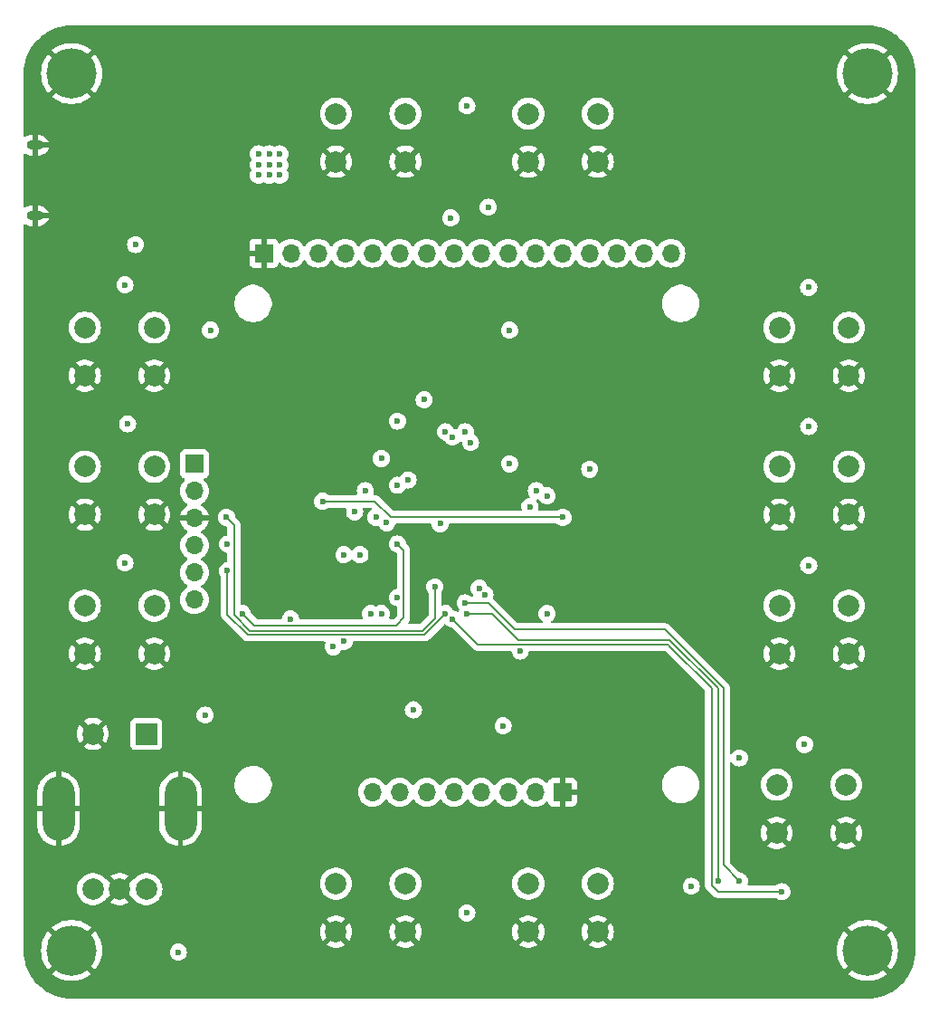
<source format=gbr>
G04 #@! TF.GenerationSoftware,KiCad,Pcbnew,8.0.8+1*
G04 #@! TF.CreationDate,2025-02-10T19:06:49+00:00*
G04 #@! TF.ProjectId,DriverDeskTft,44726976-6572-4446-9573-6b5466742e6b,0.0.1*
G04 #@! TF.SameCoordinates,Original*
G04 #@! TF.FileFunction,Copper,L3,Inr*
G04 #@! TF.FilePolarity,Positive*
%FSLAX46Y46*%
G04 Gerber Fmt 4.6, Leading zero omitted, Abs format (unit mm)*
G04 Created by KiCad (PCBNEW 8.0.8+1) date 2025-02-10 19:06:49*
%MOMM*%
%LPD*%
G01*
G04 APERTURE LIST*
G04 #@! TA.AperFunction,ComponentPad*
%ADD10C,4.700000*%
G04 #@! TD*
G04 #@! TA.AperFunction,HeatsinkPad*
%ADD11O,1.600000X0.900000*%
G04 #@! TD*
G04 #@! TA.AperFunction,ComponentPad*
%ADD12R,1.700000X1.700000*%
G04 #@! TD*
G04 #@! TA.AperFunction,ComponentPad*
%ADD13O,1.700000X1.700000*%
G04 #@! TD*
G04 #@! TA.AperFunction,ComponentPad*
%ADD14C,2.000000*%
G04 #@! TD*
G04 #@! TA.AperFunction,ComponentPad*
%ADD15O,3.000000X6.000000*%
G04 #@! TD*
G04 #@! TA.AperFunction,ComponentPad*
%ADD16R,2.000000X2.000000*%
G04 #@! TD*
G04 #@! TA.AperFunction,ViaPad*
%ADD17C,0.600000*%
G04 #@! TD*
G04 #@! TA.AperFunction,Conductor*
%ADD18C,0.200000*%
G04 #@! TD*
G04 APERTURE END LIST*
D10*
X137500000Y-140000000D03*
D11*
X59575000Y-64700000D03*
X59575000Y-71300000D03*
D10*
X63000000Y-58000000D03*
D12*
X74500000Y-94500000D03*
D13*
X74500000Y-97040000D03*
X74500000Y-99580000D03*
X74500000Y-102120000D03*
X74500000Y-104660000D03*
X74500000Y-107200000D03*
D10*
X63000000Y-140000000D03*
X137500000Y-58000000D03*
D12*
X81000000Y-74800000D03*
D13*
X83540000Y-74800000D03*
X86080000Y-74800000D03*
X88620000Y-74800000D03*
X91160000Y-74800000D03*
X93700000Y-74800000D03*
X96240000Y-74800000D03*
X98780000Y-74800000D03*
X101320000Y-74800000D03*
X103860000Y-74800000D03*
X106400000Y-74800000D03*
X108940000Y-74800000D03*
X111480000Y-74800000D03*
X114020000Y-74800000D03*
X116560000Y-74800000D03*
X119100000Y-74800000D03*
D12*
X108950000Y-125200000D03*
D13*
X106410000Y-125200000D03*
X103870000Y-125200000D03*
X101330000Y-125200000D03*
X98790000Y-125200000D03*
X96250000Y-125200000D03*
X93710000Y-125200000D03*
X91170000Y-125200000D03*
D14*
X94250000Y-61750000D03*
X87750000Y-61750000D03*
X94250000Y-66250000D03*
X87750000Y-66250000D03*
X135500000Y-124500000D03*
X129000000Y-124500000D03*
X135500000Y-129000000D03*
X129000000Y-129000000D03*
X94250000Y-133750000D03*
X87750000Y-133750000D03*
X94250000Y-138250000D03*
X87750000Y-138250000D03*
X135750000Y-81750000D03*
X129250000Y-81750000D03*
X135750000Y-86250000D03*
X129250000Y-86250000D03*
X70750000Y-94750000D03*
X64250000Y-94750000D03*
X70750000Y-99250000D03*
X64250000Y-99250000D03*
X70000000Y-134250000D03*
X65000000Y-134250000D03*
X67500000Y-134250000D03*
D15*
X73200000Y-126750000D03*
X61800000Y-126750000D03*
D16*
X70000000Y-119750000D03*
D14*
X65000000Y-119750000D03*
X112250000Y-133750000D03*
X105750000Y-133750000D03*
X112250000Y-138250000D03*
X105750000Y-138250000D03*
X135750000Y-94750000D03*
X129250000Y-94750000D03*
X135750000Y-99250000D03*
X129250000Y-99250000D03*
X70750000Y-81750000D03*
X64250000Y-81750000D03*
X70750000Y-86250000D03*
X64250000Y-86250000D03*
X70750000Y-107750000D03*
X64250000Y-107750000D03*
X70750000Y-112250000D03*
X64250000Y-112250000D03*
X135750000Y-107750000D03*
X129250000Y-107750000D03*
X135750000Y-112250000D03*
X129250000Y-112250000D03*
X112250000Y-61750000D03*
X105750000Y-61750000D03*
X112250000Y-66250000D03*
X105750000Y-66250000D03*
D17*
X111500000Y-95000000D03*
X105000000Y-112000000D03*
X82500000Y-66500000D03*
X100000000Y-136500000D03*
X93500000Y-107000000D03*
X81500000Y-65500000D03*
X125500000Y-122000000D03*
X80500000Y-65500000D03*
X105900000Y-98500000D03*
X93500000Y-90500000D03*
X132000000Y-91000000D03*
X68250000Y-90750000D03*
X82500000Y-67500000D03*
X131600000Y-120750000D03*
X132000000Y-104000000D03*
X80500000Y-66500000D03*
X100000000Y-61000000D03*
X73000000Y-140168750D03*
X68000000Y-103750000D03*
X95000000Y-117500000D03*
X83500000Y-109000000D03*
X81500000Y-67500000D03*
X81500000Y-66500000D03*
X80500000Y-67500000D03*
X121000000Y-134000000D03*
X82500000Y-65500000D03*
X69000000Y-74000000D03*
X75500000Y-118000000D03*
X68000000Y-77750000D03*
X96000000Y-88500000D03*
X107500000Y-108500000D03*
X132000000Y-78000000D03*
X96000000Y-114000000D03*
X76500000Y-99000000D03*
X100000000Y-130000000D03*
X105000000Y-104500000D03*
X102000000Y-102500000D03*
X93000000Y-95500000D03*
X104000000Y-85500000D03*
X86500000Y-98000000D03*
X77600000Y-102000000D03*
X109000000Y-99500000D03*
X129500000Y-134500000D03*
X98650000Y-109000000D03*
X123500000Y-133500000D03*
X100000000Y-108500000D03*
X99850000Y-107500000D03*
X125500000Y-133500000D03*
X98000000Y-108500000D03*
X77600000Y-104500000D03*
X93500000Y-102000000D03*
X79000000Y-108500000D03*
X77500000Y-99500000D03*
X97000000Y-106000000D03*
X98650000Y-92000000D03*
X76000000Y-82000000D03*
X92000000Y-94000000D03*
X101698650Y-106710807D03*
X87500000Y-111600000D03*
X101150000Y-106128581D03*
X88500000Y-111100000D03*
X98500000Y-71500000D03*
X99850000Y-91500000D03*
X100350000Y-92500000D03*
X102000000Y-70500000D03*
X98000000Y-91500000D03*
X104000000Y-82000000D03*
X94500000Y-96000000D03*
X93500000Y-96500000D03*
X90500000Y-97000000D03*
X90000000Y-103000000D03*
X88500000Y-103000000D03*
X89500000Y-99000000D03*
X97500000Y-100100000D03*
X103400000Y-119000000D03*
X104000000Y-94500000D03*
X107500000Y-97500000D03*
X106500000Y-97000000D03*
X91000000Y-108500000D03*
X91500000Y-99500000D03*
X92000000Y-108500000D03*
X92500000Y-100000000D03*
D18*
X91348529Y-98000000D02*
X86500000Y-98000000D01*
X109000000Y-99500000D02*
X92848529Y-99500000D01*
X92848529Y-99500000D02*
X91348529Y-98000000D01*
X98650000Y-109000000D02*
X101050000Y-111400000D01*
X118834314Y-111400000D02*
X118967157Y-111532843D01*
X101050000Y-111400000D02*
X118834314Y-111400000D01*
X123500000Y-134500000D02*
X129500000Y-134500000D01*
X122900000Y-115465686D02*
X122900000Y-133900000D01*
X118967157Y-111532843D02*
X122900000Y-115465686D01*
X122900000Y-133900000D02*
X123500000Y-134500000D01*
X109500000Y-111000000D02*
X119000000Y-111000000D01*
X123500000Y-115500000D02*
X123500000Y-133500000D01*
X102348529Y-108500000D02*
X104848529Y-111000000D01*
X104848529Y-111000000D02*
X109500000Y-111000000D01*
X119000000Y-111000000D02*
X123500000Y-115500000D01*
X100000000Y-108500000D02*
X102348529Y-108500000D01*
X124000000Y-117000000D02*
X124000000Y-132000000D01*
X104500000Y-110000000D02*
X118565686Y-110000000D01*
X102000000Y-107500000D02*
X104500000Y-110000000D01*
X118565686Y-110000000D02*
X124000000Y-115434314D01*
X99850000Y-107500000D02*
X102000000Y-107500000D01*
X124000000Y-132000000D02*
X125500000Y-133500000D01*
X124000000Y-115434314D02*
X124000000Y-117000000D01*
X77600000Y-108600000D02*
X79500000Y-110500000D01*
X79500000Y-110500000D02*
X96000000Y-110500000D01*
X77600000Y-104500000D02*
X77600000Y-108600000D01*
X96000000Y-110500000D02*
X98000000Y-108500000D01*
X94100000Y-108900000D02*
X94100000Y-102600000D01*
X94100000Y-102600000D02*
X93500000Y-102000000D01*
X93500000Y-109500000D02*
X94100000Y-108900000D01*
X79000000Y-108500000D02*
X80100000Y-109600000D01*
X93400000Y-109600000D02*
X93500000Y-109500000D01*
X80100000Y-109600000D02*
X93400000Y-109600000D01*
X97000000Y-108934314D02*
X97000000Y-106000000D01*
X78200000Y-100200000D02*
X78200000Y-108634314D01*
X79665686Y-110100000D02*
X95834314Y-110100000D01*
X78200000Y-108634314D02*
X79665686Y-110100000D01*
X77500000Y-99500000D02*
X78200000Y-100200000D01*
X95834314Y-110100000D02*
X97000000Y-108934314D01*
G04 #@! TA.AperFunction,Conductor*
G36*
X137502702Y-53500617D02*
G01*
X137886771Y-53517386D01*
X137897506Y-53518326D01*
X138275971Y-53568152D01*
X138286597Y-53570025D01*
X138659284Y-53652648D01*
X138669710Y-53655442D01*
X139033765Y-53770227D01*
X139043911Y-53773920D01*
X139396578Y-53920000D01*
X139406369Y-53924566D01*
X139744942Y-54100816D01*
X139754310Y-54106224D01*
X140076244Y-54311318D01*
X140085105Y-54317523D01*
X140387930Y-54549889D01*
X140396217Y-54556843D01*
X140677635Y-54814715D01*
X140685284Y-54822364D01*
X140943156Y-55103782D01*
X140950110Y-55112069D01*
X141182476Y-55414894D01*
X141188681Y-55423755D01*
X141393775Y-55745689D01*
X141399183Y-55755057D01*
X141575430Y-56093623D01*
X141580002Y-56103427D01*
X141726075Y-56456078D01*
X141729775Y-56466244D01*
X141844554Y-56830278D01*
X141847354Y-56840727D01*
X141929971Y-57213389D01*
X141931849Y-57224042D01*
X141981671Y-57602473D01*
X141982614Y-57613249D01*
X141999382Y-57997297D01*
X141999500Y-58002706D01*
X141999500Y-139997293D01*
X141999382Y-140002702D01*
X141982614Y-140386750D01*
X141981671Y-140397526D01*
X141931849Y-140775957D01*
X141929971Y-140786610D01*
X141847354Y-141159272D01*
X141844554Y-141169721D01*
X141729775Y-141533755D01*
X141726075Y-141543921D01*
X141580002Y-141896572D01*
X141575430Y-141906376D01*
X141399183Y-142244942D01*
X141393775Y-142254310D01*
X141188681Y-142576244D01*
X141182476Y-142585105D01*
X140950110Y-142887930D01*
X140943156Y-142896217D01*
X140685284Y-143177635D01*
X140677635Y-143185284D01*
X140396217Y-143443156D01*
X140387930Y-143450110D01*
X140085105Y-143682476D01*
X140076244Y-143688681D01*
X139754310Y-143893775D01*
X139744942Y-143899183D01*
X139406376Y-144075430D01*
X139396572Y-144080002D01*
X139043921Y-144226075D01*
X139033755Y-144229775D01*
X138669721Y-144344554D01*
X138659272Y-144347354D01*
X138286610Y-144429971D01*
X138275957Y-144431849D01*
X137897526Y-144481671D01*
X137886750Y-144482614D01*
X137502703Y-144499382D01*
X137497294Y-144499500D01*
X63002706Y-144499500D01*
X62997297Y-144499382D01*
X62613249Y-144482614D01*
X62602473Y-144481671D01*
X62224042Y-144431849D01*
X62213389Y-144429971D01*
X61840727Y-144347354D01*
X61830278Y-144344554D01*
X61466244Y-144229775D01*
X61456078Y-144226075D01*
X61103427Y-144080002D01*
X61093623Y-144075430D01*
X60755057Y-143899183D01*
X60745689Y-143893775D01*
X60423755Y-143688681D01*
X60414894Y-143682476D01*
X60112069Y-143450110D01*
X60103782Y-143443156D01*
X59822364Y-143185284D01*
X59814715Y-143177635D01*
X59556843Y-142896217D01*
X59549889Y-142887930D01*
X59317523Y-142585105D01*
X59311318Y-142576244D01*
X59106224Y-142254310D01*
X59100816Y-142244942D01*
X58924569Y-141906376D01*
X58919997Y-141896572D01*
X58773920Y-141543911D01*
X58770224Y-141533755D01*
X58712287Y-141350000D01*
X58655442Y-141169710D01*
X58652648Y-141159284D01*
X58570025Y-140786597D01*
X58568152Y-140775971D01*
X58518326Y-140397506D01*
X58517386Y-140386771D01*
X58500618Y-140002702D01*
X58500559Y-139999996D01*
X60145170Y-139999996D01*
X60145170Y-140000003D01*
X60164473Y-140331426D01*
X60164474Y-140331437D01*
X60222118Y-140658351D01*
X60222121Y-140658365D01*
X60317336Y-140976408D01*
X60448827Y-141281236D01*
X60448833Y-141281249D01*
X60614824Y-141568756D01*
X60812358Y-141834088D01*
X61884729Y-140761717D01*
X61970278Y-140879466D01*
X62120534Y-141029722D01*
X62238281Y-141115270D01*
X61169289Y-142184261D01*
X61169290Y-142184262D01*
X61295210Y-142289922D01*
X61572588Y-142472356D01*
X61869252Y-142621347D01*
X61869258Y-142621350D01*
X62181213Y-142734892D01*
X62181234Y-142734899D01*
X62504248Y-142811456D01*
X62504263Y-142811458D01*
X62834012Y-142849999D01*
X62834013Y-142850000D01*
X63165987Y-142850000D01*
X63165987Y-142849999D01*
X63495736Y-142811458D01*
X63495751Y-142811456D01*
X63818765Y-142734899D01*
X63818786Y-142734892D01*
X64130741Y-142621350D01*
X64130747Y-142621347D01*
X64427411Y-142472356D01*
X64704783Y-142289926D01*
X64704785Y-142289925D01*
X64830708Y-142184262D01*
X64830709Y-142184261D01*
X63761718Y-141115270D01*
X63879466Y-141029722D01*
X64029722Y-140879466D01*
X64115270Y-140761718D01*
X65187640Y-141834088D01*
X65385175Y-141568756D01*
X65551166Y-141281249D01*
X65551172Y-141281236D01*
X65682663Y-140976408D01*
X65777878Y-140658365D01*
X65777881Y-140658351D01*
X65835525Y-140331437D01*
X65835526Y-140331426D01*
X65845001Y-140168746D01*
X72194435Y-140168746D01*
X72194435Y-140168753D01*
X72214630Y-140347999D01*
X72214631Y-140348004D01*
X72274211Y-140518273D01*
X72362229Y-140658351D01*
X72370184Y-140671012D01*
X72497738Y-140798566D01*
X72650478Y-140894539D01*
X72820745Y-140954118D01*
X72820750Y-140954119D01*
X72999996Y-140974315D01*
X73000000Y-140974315D01*
X73000004Y-140974315D01*
X73179249Y-140954119D01*
X73179252Y-140954118D01*
X73179255Y-140954118D01*
X73349522Y-140894539D01*
X73502262Y-140798566D01*
X73629816Y-140671012D01*
X73725789Y-140518272D01*
X73785368Y-140348005D01*
X73788960Y-140316126D01*
X73805565Y-140168753D01*
X73805565Y-140168746D01*
X73786552Y-139999996D01*
X134645170Y-139999996D01*
X134645170Y-140000003D01*
X134664473Y-140331426D01*
X134664474Y-140331437D01*
X134722118Y-140658351D01*
X134722121Y-140658365D01*
X134817336Y-140976408D01*
X134948827Y-141281236D01*
X134948833Y-141281249D01*
X135114824Y-141568756D01*
X135312358Y-141834088D01*
X136384729Y-140761717D01*
X136470278Y-140879466D01*
X136620534Y-141029722D01*
X136738281Y-141115270D01*
X135669289Y-142184261D01*
X135669290Y-142184262D01*
X135795210Y-142289922D01*
X136072588Y-142472356D01*
X136369252Y-142621347D01*
X136369258Y-142621350D01*
X136681213Y-142734892D01*
X136681234Y-142734899D01*
X137004248Y-142811456D01*
X137004263Y-142811458D01*
X137334012Y-142849999D01*
X137334013Y-142850000D01*
X137665987Y-142850000D01*
X137665987Y-142849999D01*
X137995736Y-142811458D01*
X137995751Y-142811456D01*
X138318765Y-142734899D01*
X138318786Y-142734892D01*
X138630741Y-142621350D01*
X138630747Y-142621347D01*
X138927411Y-142472356D01*
X139204783Y-142289926D01*
X139204785Y-142289925D01*
X139330708Y-142184262D01*
X139330709Y-142184261D01*
X138261718Y-141115270D01*
X138379466Y-141029722D01*
X138529722Y-140879466D01*
X138615270Y-140761718D01*
X139687640Y-141834088D01*
X139885175Y-141568756D01*
X140051166Y-141281249D01*
X140051172Y-141281236D01*
X140182663Y-140976408D01*
X140277878Y-140658365D01*
X140277881Y-140658351D01*
X140335525Y-140331437D01*
X140335526Y-140331426D01*
X140354830Y-140000003D01*
X140354830Y-139999996D01*
X140335526Y-139668573D01*
X140335525Y-139668562D01*
X140277881Y-139341648D01*
X140277878Y-139341634D01*
X140182663Y-139023591D01*
X140051172Y-138718763D01*
X140051166Y-138718750D01*
X139885175Y-138431243D01*
X139687640Y-138165910D01*
X138615270Y-139238281D01*
X138529722Y-139120534D01*
X138379466Y-138970278D01*
X138261716Y-138884728D01*
X139330709Y-137815737D01*
X139330708Y-137815736D01*
X139204789Y-137710077D01*
X138927411Y-137527643D01*
X138630747Y-137378652D01*
X138630741Y-137378649D01*
X138318786Y-137265107D01*
X138318765Y-137265100D01*
X137995751Y-137188543D01*
X137995736Y-137188541D01*
X137665987Y-137150000D01*
X137334013Y-137150000D01*
X137004263Y-137188541D01*
X137004248Y-137188543D01*
X136681234Y-137265100D01*
X136681213Y-137265107D01*
X136369258Y-137378649D01*
X136369252Y-137378652D01*
X136072588Y-137527643D01*
X135795215Y-137710074D01*
X135669290Y-137815736D01*
X135669289Y-137815737D01*
X136738281Y-138884729D01*
X136620534Y-138970278D01*
X136470278Y-139120534D01*
X136384729Y-139238281D01*
X135312358Y-138165910D01*
X135312357Y-138165910D01*
X135114827Y-138431239D01*
X134948833Y-138718750D01*
X134948827Y-138718763D01*
X134817336Y-139023591D01*
X134722121Y-139341634D01*
X134722118Y-139341648D01*
X134664474Y-139668562D01*
X134664473Y-139668573D01*
X134645170Y-139999996D01*
X73786552Y-139999996D01*
X73785369Y-139989500D01*
X73785368Y-139989495D01*
X73725788Y-139819226D01*
X73629815Y-139666487D01*
X73502262Y-139538934D01*
X73349523Y-139442961D01*
X73179254Y-139383381D01*
X73179249Y-139383380D01*
X73000004Y-139363185D01*
X72999996Y-139363185D01*
X72820750Y-139383380D01*
X72820745Y-139383381D01*
X72650476Y-139442961D01*
X72497737Y-139538934D01*
X72370184Y-139666487D01*
X72274211Y-139819226D01*
X72214631Y-139989495D01*
X72214630Y-139989500D01*
X72194435Y-140168746D01*
X65845001Y-140168746D01*
X65854830Y-140000003D01*
X65854830Y-139999996D01*
X65835526Y-139668573D01*
X65835525Y-139668562D01*
X65777881Y-139341648D01*
X65777878Y-139341634D01*
X65682663Y-139023591D01*
X65551172Y-138718763D01*
X65551166Y-138718750D01*
X65385175Y-138431243D01*
X65250239Y-138249994D01*
X86244859Y-138249994D01*
X86244859Y-138250005D01*
X86265385Y-138497729D01*
X86265387Y-138497738D01*
X86326412Y-138738717D01*
X86426267Y-138966367D01*
X86526562Y-139119881D01*
X87226212Y-138420233D01*
X87237482Y-138462292D01*
X87309890Y-138587708D01*
X87412292Y-138690110D01*
X87537708Y-138762518D01*
X87579766Y-138773787D01*
X86879943Y-139473609D01*
X86926768Y-139510055D01*
X86926771Y-139510057D01*
X87145385Y-139628364D01*
X87145396Y-139628369D01*
X87380506Y-139709083D01*
X87625707Y-139750000D01*
X87874293Y-139750000D01*
X88119493Y-139709083D01*
X88354603Y-139628369D01*
X88354614Y-139628364D01*
X88573230Y-139510056D01*
X88573236Y-139510051D01*
X88620055Y-139473610D01*
X88620056Y-139473609D01*
X87920233Y-138773787D01*
X87962292Y-138762518D01*
X88087708Y-138690110D01*
X88190110Y-138587708D01*
X88262518Y-138462292D01*
X88273787Y-138420234D01*
X88973435Y-139119882D01*
X89073733Y-138966364D01*
X89173587Y-138738717D01*
X89234612Y-138497738D01*
X89234614Y-138497729D01*
X89255141Y-138250005D01*
X89255141Y-138249994D01*
X92744859Y-138249994D01*
X92744859Y-138250005D01*
X92765385Y-138497729D01*
X92765387Y-138497738D01*
X92826412Y-138738717D01*
X92926267Y-138966367D01*
X93026562Y-139119881D01*
X93726212Y-138420233D01*
X93737482Y-138462292D01*
X93809890Y-138587708D01*
X93912292Y-138690110D01*
X94037708Y-138762518D01*
X94079766Y-138773787D01*
X93379943Y-139473609D01*
X93426768Y-139510055D01*
X93426771Y-139510057D01*
X93645385Y-139628364D01*
X93645396Y-139628369D01*
X93880506Y-139709083D01*
X94125707Y-139750000D01*
X94374293Y-139750000D01*
X94619493Y-139709083D01*
X94854603Y-139628369D01*
X94854614Y-139628364D01*
X95073230Y-139510056D01*
X95073236Y-139510051D01*
X95120055Y-139473610D01*
X95120056Y-139473609D01*
X94420233Y-138773787D01*
X94462292Y-138762518D01*
X94587708Y-138690110D01*
X94690110Y-138587708D01*
X94762518Y-138462292D01*
X94773787Y-138420234D01*
X95473435Y-139119882D01*
X95573733Y-138966364D01*
X95673587Y-138738717D01*
X95734612Y-138497738D01*
X95734614Y-138497729D01*
X95755141Y-138250005D01*
X95755141Y-138249994D01*
X104244859Y-138249994D01*
X104244859Y-138250005D01*
X104265385Y-138497729D01*
X104265387Y-138497738D01*
X104326412Y-138738717D01*
X104426267Y-138966367D01*
X104526562Y-139119881D01*
X105226212Y-138420233D01*
X105237482Y-138462292D01*
X105309890Y-138587708D01*
X105412292Y-138690110D01*
X105537708Y-138762518D01*
X105579766Y-138773787D01*
X104879943Y-139473609D01*
X104926768Y-139510055D01*
X104926771Y-139510057D01*
X105145385Y-139628364D01*
X105145396Y-139628369D01*
X105380506Y-139709083D01*
X105625707Y-139750000D01*
X105874293Y-139750000D01*
X106119493Y-139709083D01*
X106354603Y-139628369D01*
X106354614Y-139628364D01*
X106573230Y-139510056D01*
X106573236Y-139510051D01*
X106620055Y-139473610D01*
X106620056Y-139473609D01*
X105920233Y-138773787D01*
X105962292Y-138762518D01*
X106087708Y-138690110D01*
X106190110Y-138587708D01*
X106262518Y-138462292D01*
X106273787Y-138420234D01*
X106973435Y-139119882D01*
X107073733Y-138966364D01*
X107173587Y-138738717D01*
X107234612Y-138497738D01*
X107234614Y-138497729D01*
X107255141Y-138250005D01*
X107255141Y-138249994D01*
X110744859Y-138249994D01*
X110744859Y-138250005D01*
X110765385Y-138497729D01*
X110765387Y-138497738D01*
X110826412Y-138738717D01*
X110926267Y-138966367D01*
X111026562Y-139119881D01*
X111726212Y-138420233D01*
X111737482Y-138462292D01*
X111809890Y-138587708D01*
X111912292Y-138690110D01*
X112037708Y-138762518D01*
X112079766Y-138773787D01*
X111379943Y-139473609D01*
X111426768Y-139510055D01*
X111426771Y-139510057D01*
X111645385Y-139628364D01*
X111645396Y-139628369D01*
X111880506Y-139709083D01*
X112125707Y-139750000D01*
X112374293Y-139750000D01*
X112619493Y-139709083D01*
X112854603Y-139628369D01*
X112854614Y-139628364D01*
X113073230Y-139510056D01*
X113073236Y-139510051D01*
X113120055Y-139473610D01*
X113120056Y-139473609D01*
X112420233Y-138773787D01*
X112462292Y-138762518D01*
X112587708Y-138690110D01*
X112690110Y-138587708D01*
X112762518Y-138462292D01*
X112773787Y-138420234D01*
X113473435Y-139119882D01*
X113573733Y-138966364D01*
X113673587Y-138738717D01*
X113734612Y-138497738D01*
X113734614Y-138497729D01*
X113755141Y-138250005D01*
X113755141Y-138249994D01*
X113734614Y-138002270D01*
X113734612Y-138002261D01*
X113673587Y-137761282D01*
X113573732Y-137533632D01*
X113473435Y-137380116D01*
X112773787Y-138079765D01*
X112762518Y-138037708D01*
X112690110Y-137912292D01*
X112587708Y-137809890D01*
X112462292Y-137737482D01*
X112420233Y-137726212D01*
X113120055Y-137026389D01*
X113120055Y-137026388D01*
X113073236Y-136989947D01*
X113073231Y-136989944D01*
X112854614Y-136871635D01*
X112854603Y-136871630D01*
X112619493Y-136790916D01*
X112374293Y-136750000D01*
X112125707Y-136750000D01*
X111880506Y-136790916D01*
X111645396Y-136871630D01*
X111645385Y-136871635D01*
X111426770Y-136989943D01*
X111379943Y-137026389D01*
X112079766Y-137726212D01*
X112037708Y-137737482D01*
X111912292Y-137809890D01*
X111809890Y-137912292D01*
X111737482Y-138037708D01*
X111726212Y-138079766D01*
X111026563Y-137380117D01*
X110926267Y-137533633D01*
X110926265Y-137533637D01*
X110826412Y-137761282D01*
X110765387Y-138002261D01*
X110765385Y-138002270D01*
X110744859Y-138249994D01*
X107255141Y-138249994D01*
X107234614Y-138002270D01*
X107234612Y-138002261D01*
X107173587Y-137761282D01*
X107073732Y-137533632D01*
X106973435Y-137380116D01*
X106273787Y-138079765D01*
X106262518Y-138037708D01*
X106190110Y-137912292D01*
X106087708Y-137809890D01*
X105962292Y-137737482D01*
X105920233Y-137726212D01*
X106620055Y-137026389D01*
X106620055Y-137026388D01*
X106573236Y-136989947D01*
X106573231Y-136989944D01*
X106354614Y-136871635D01*
X106354603Y-136871630D01*
X106119493Y-136790916D01*
X105874293Y-136750000D01*
X105625707Y-136750000D01*
X105380506Y-136790916D01*
X105145396Y-136871630D01*
X105145385Y-136871635D01*
X104926770Y-136989943D01*
X104879943Y-137026389D01*
X105579766Y-137726212D01*
X105537708Y-137737482D01*
X105412292Y-137809890D01*
X105309890Y-137912292D01*
X105237482Y-138037708D01*
X105226212Y-138079766D01*
X104526563Y-137380117D01*
X104426267Y-137533633D01*
X104426265Y-137533637D01*
X104326412Y-137761282D01*
X104265387Y-138002261D01*
X104265385Y-138002270D01*
X104244859Y-138249994D01*
X95755141Y-138249994D01*
X95734614Y-138002270D01*
X95734612Y-138002261D01*
X95673587Y-137761282D01*
X95573732Y-137533632D01*
X95473435Y-137380116D01*
X94773787Y-138079765D01*
X94762518Y-138037708D01*
X94690110Y-137912292D01*
X94587708Y-137809890D01*
X94462292Y-137737482D01*
X94420233Y-137726212D01*
X95120055Y-137026389D01*
X95120055Y-137026388D01*
X95073236Y-136989947D01*
X95073231Y-136989944D01*
X94854614Y-136871635D01*
X94854603Y-136871630D01*
X94619493Y-136790916D01*
X94374293Y-136750000D01*
X94125707Y-136750000D01*
X93880506Y-136790916D01*
X93645396Y-136871630D01*
X93645385Y-136871635D01*
X93426770Y-136989943D01*
X93379943Y-137026389D01*
X94079766Y-137726212D01*
X94037708Y-137737482D01*
X93912292Y-137809890D01*
X93809890Y-137912292D01*
X93737482Y-138037708D01*
X93726212Y-138079766D01*
X93026563Y-137380117D01*
X92926267Y-137533633D01*
X92926265Y-137533637D01*
X92826412Y-137761282D01*
X92765387Y-138002261D01*
X92765385Y-138002270D01*
X92744859Y-138249994D01*
X89255141Y-138249994D01*
X89234614Y-138002270D01*
X89234612Y-138002261D01*
X89173587Y-137761282D01*
X89073732Y-137533632D01*
X88973435Y-137380116D01*
X88273787Y-138079765D01*
X88262518Y-138037708D01*
X88190110Y-137912292D01*
X88087708Y-137809890D01*
X87962292Y-137737482D01*
X87920233Y-137726212D01*
X88620055Y-137026389D01*
X88620055Y-137026388D01*
X88573236Y-136989947D01*
X88573231Y-136989944D01*
X88354614Y-136871635D01*
X88354603Y-136871630D01*
X88119493Y-136790916D01*
X87874293Y-136750000D01*
X87625707Y-136750000D01*
X87380506Y-136790916D01*
X87145396Y-136871630D01*
X87145385Y-136871635D01*
X86926770Y-136989943D01*
X86879943Y-137026389D01*
X87579766Y-137726212D01*
X87537708Y-137737482D01*
X87412292Y-137809890D01*
X87309890Y-137912292D01*
X87237482Y-138037708D01*
X87226212Y-138079766D01*
X86526563Y-137380117D01*
X86426267Y-137533633D01*
X86426265Y-137533637D01*
X86326412Y-137761282D01*
X86265387Y-138002261D01*
X86265385Y-138002270D01*
X86244859Y-138249994D01*
X65250239Y-138249994D01*
X65187640Y-138165910D01*
X64115270Y-139238281D01*
X64029722Y-139120534D01*
X63879466Y-138970278D01*
X63761716Y-138884728D01*
X64830709Y-137815737D01*
X64830708Y-137815736D01*
X64704789Y-137710077D01*
X64427411Y-137527643D01*
X64130747Y-137378652D01*
X64130741Y-137378649D01*
X63818786Y-137265107D01*
X63818765Y-137265100D01*
X63495751Y-137188543D01*
X63495736Y-137188541D01*
X63165987Y-137150000D01*
X62834013Y-137150000D01*
X62504263Y-137188541D01*
X62504248Y-137188543D01*
X62181234Y-137265100D01*
X62181213Y-137265107D01*
X61869258Y-137378649D01*
X61869252Y-137378652D01*
X61572588Y-137527643D01*
X61295215Y-137710074D01*
X61169290Y-137815736D01*
X61169289Y-137815737D01*
X62238281Y-138884729D01*
X62120534Y-138970278D01*
X61970278Y-139120534D01*
X61884729Y-139238281D01*
X60812358Y-138165910D01*
X60812357Y-138165910D01*
X60614827Y-138431239D01*
X60448833Y-138718750D01*
X60448827Y-138718763D01*
X60317336Y-139023591D01*
X60222121Y-139341634D01*
X60222118Y-139341648D01*
X60164474Y-139668562D01*
X60164473Y-139668573D01*
X60145170Y-139999996D01*
X58500559Y-139999996D01*
X58500500Y-139997293D01*
X58500500Y-136499996D01*
X99194435Y-136499996D01*
X99194435Y-136500003D01*
X99214630Y-136679249D01*
X99214631Y-136679254D01*
X99274211Y-136849523D01*
X99362443Y-136989943D01*
X99370184Y-137002262D01*
X99497738Y-137129816D01*
X99650478Y-137225789D01*
X99820745Y-137285368D01*
X99820750Y-137285369D01*
X99999996Y-137305565D01*
X100000000Y-137305565D01*
X100000004Y-137305565D01*
X100179249Y-137285369D01*
X100179252Y-137285368D01*
X100179255Y-137285368D01*
X100349522Y-137225789D01*
X100502262Y-137129816D01*
X100629816Y-137002262D01*
X100725789Y-136849522D01*
X100785368Y-136679255D01*
X100805565Y-136500000D01*
X100785368Y-136320745D01*
X100725789Y-136150478D01*
X100629816Y-135997738D01*
X100502262Y-135870184D01*
X100349523Y-135774211D01*
X100179254Y-135714631D01*
X100179249Y-135714630D01*
X100000004Y-135694435D01*
X99999996Y-135694435D01*
X99820750Y-135714630D01*
X99820745Y-135714631D01*
X99650476Y-135774211D01*
X99497737Y-135870184D01*
X99370184Y-135997737D01*
X99274211Y-136150476D01*
X99214631Y-136320745D01*
X99214630Y-136320750D01*
X99194435Y-136499996D01*
X58500500Y-136499996D01*
X58500500Y-134249994D01*
X63494357Y-134249994D01*
X63494357Y-134250005D01*
X63514890Y-134497812D01*
X63514892Y-134497824D01*
X63575936Y-134738881D01*
X63675826Y-134966606D01*
X63811833Y-135174782D01*
X63811836Y-135174785D01*
X63980256Y-135357738D01*
X64176491Y-135510474D01*
X64176493Y-135510475D01*
X64394332Y-135628364D01*
X64395190Y-135628828D01*
X64614141Y-135703994D01*
X64628964Y-135709083D01*
X64630386Y-135709571D01*
X64875665Y-135750500D01*
X65124335Y-135750500D01*
X65369614Y-135709571D01*
X65604810Y-135628828D01*
X65823509Y-135510474D01*
X66019744Y-135357738D01*
X66188164Y-135174785D01*
X66188169Y-135174777D01*
X66191311Y-135170741D01*
X66193050Y-135172094D01*
X66239095Y-135132764D01*
X66268375Y-135128069D01*
X66976212Y-134420233D01*
X66987482Y-134462292D01*
X67059890Y-134587708D01*
X67162292Y-134690110D01*
X67287708Y-134762518D01*
X67329766Y-134773787D01*
X66629943Y-135473609D01*
X66676768Y-135510055D01*
X66676771Y-135510057D01*
X66895385Y-135628364D01*
X66895396Y-135628369D01*
X67130506Y-135709083D01*
X67375707Y-135750000D01*
X67624293Y-135750000D01*
X67869493Y-135709083D01*
X68104603Y-135628369D01*
X68104614Y-135628364D01*
X68323230Y-135510056D01*
X68323236Y-135510051D01*
X68370055Y-135473610D01*
X68370056Y-135473609D01*
X67670233Y-134773787D01*
X67712292Y-134762518D01*
X67837708Y-134690110D01*
X67940110Y-134587708D01*
X68012518Y-134462292D01*
X68023787Y-134420233D01*
X68732628Y-135129074D01*
X68766110Y-135135244D01*
X68807122Y-135171949D01*
X68808683Y-135170735D01*
X68811830Y-135174779D01*
X68858788Y-135225789D01*
X68980256Y-135357738D01*
X69176491Y-135510474D01*
X69176493Y-135510475D01*
X69394332Y-135628364D01*
X69395190Y-135628828D01*
X69614141Y-135703994D01*
X69628964Y-135709083D01*
X69630386Y-135709571D01*
X69875665Y-135750500D01*
X70124335Y-135750500D01*
X70369614Y-135709571D01*
X70604810Y-135628828D01*
X70823509Y-135510474D01*
X71019744Y-135357738D01*
X71188164Y-135174785D01*
X71324173Y-134966607D01*
X71424063Y-134738881D01*
X71485108Y-134497821D01*
X71485109Y-134497812D01*
X71505643Y-134250005D01*
X71505643Y-134249994D01*
X71485109Y-134002187D01*
X71485107Y-134002175D01*
X71424063Y-133761118D01*
X71419184Y-133749994D01*
X86244357Y-133749994D01*
X86244357Y-133750005D01*
X86264890Y-133997812D01*
X86264892Y-133997824D01*
X86325936Y-134238881D01*
X86425826Y-134466606D01*
X86561833Y-134674782D01*
X86561836Y-134674785D01*
X86730256Y-134857738D01*
X86926491Y-135010474D01*
X87145190Y-135128828D01*
X87380386Y-135209571D01*
X87625665Y-135250500D01*
X87874335Y-135250500D01*
X88119614Y-135209571D01*
X88354810Y-135128828D01*
X88573509Y-135010474D01*
X88769744Y-134857738D01*
X88938164Y-134674785D01*
X89074173Y-134466607D01*
X89174063Y-134238881D01*
X89235108Y-133997821D01*
X89243309Y-133898855D01*
X89255643Y-133750005D01*
X89255643Y-133749994D01*
X92744357Y-133749994D01*
X92744357Y-133750005D01*
X92764890Y-133997812D01*
X92764892Y-133997824D01*
X92825936Y-134238881D01*
X92925826Y-134466606D01*
X93061833Y-134674782D01*
X93061836Y-134674785D01*
X93230256Y-134857738D01*
X93426491Y-135010474D01*
X93645190Y-135128828D01*
X93880386Y-135209571D01*
X94125665Y-135250500D01*
X94374335Y-135250500D01*
X94619614Y-135209571D01*
X94854810Y-135128828D01*
X95073509Y-135010474D01*
X95269744Y-134857738D01*
X95438164Y-134674785D01*
X95574173Y-134466607D01*
X95674063Y-134238881D01*
X95735108Y-133997821D01*
X95743309Y-133898855D01*
X95755643Y-133750005D01*
X95755643Y-133749994D01*
X104244357Y-133749994D01*
X104244357Y-133750005D01*
X104264890Y-133997812D01*
X104264892Y-133997824D01*
X104325936Y-134238881D01*
X104425826Y-134466606D01*
X104561833Y-134674782D01*
X104561836Y-134674785D01*
X104730256Y-134857738D01*
X104926491Y-135010474D01*
X105145190Y-135128828D01*
X105380386Y-135209571D01*
X105625665Y-135250500D01*
X105874335Y-135250500D01*
X106119614Y-135209571D01*
X106354810Y-135128828D01*
X106573509Y-135010474D01*
X106769744Y-134857738D01*
X106938164Y-134674785D01*
X107074173Y-134466607D01*
X107174063Y-134238881D01*
X107235108Y-133997821D01*
X107243309Y-133898855D01*
X107255643Y-133750005D01*
X107255643Y-133749994D01*
X110744357Y-133749994D01*
X110744357Y-133750005D01*
X110764890Y-133997812D01*
X110764892Y-133997824D01*
X110825936Y-134238881D01*
X110925826Y-134466606D01*
X111061833Y-134674782D01*
X111061836Y-134674785D01*
X111230256Y-134857738D01*
X111426491Y-135010474D01*
X111645190Y-135128828D01*
X111880386Y-135209571D01*
X112125665Y-135250500D01*
X112374335Y-135250500D01*
X112619614Y-135209571D01*
X112854810Y-135128828D01*
X113073509Y-135010474D01*
X113269744Y-134857738D01*
X113438164Y-134674785D01*
X113574173Y-134466607D01*
X113674063Y-134238881D01*
X113734557Y-133999996D01*
X120194435Y-133999996D01*
X120194435Y-134000003D01*
X120214630Y-134179249D01*
X120214631Y-134179254D01*
X120274211Y-134349523D01*
X120345069Y-134462292D01*
X120370184Y-134502262D01*
X120497738Y-134629816D01*
X120650478Y-134725789D01*
X120820745Y-134785368D01*
X120820750Y-134785369D01*
X120999996Y-134805565D01*
X121000000Y-134805565D01*
X121000004Y-134805565D01*
X121179249Y-134785369D01*
X121179252Y-134785368D01*
X121179255Y-134785368D01*
X121349522Y-134725789D01*
X121502262Y-134629816D01*
X121629816Y-134502262D01*
X121725789Y-134349522D01*
X121785368Y-134179255D01*
X121785369Y-134179249D01*
X121805565Y-134000003D01*
X121805565Y-133999996D01*
X121785369Y-133820750D01*
X121785368Y-133820745D01*
X121735861Y-133679262D01*
X121725789Y-133650478D01*
X121629816Y-133497738D01*
X121502262Y-133370184D01*
X121435211Y-133328053D01*
X121349523Y-133274211D01*
X121179254Y-133214631D01*
X121179249Y-133214630D01*
X121000004Y-133194435D01*
X120999996Y-133194435D01*
X120820750Y-133214630D01*
X120820745Y-133214631D01*
X120650476Y-133274211D01*
X120497737Y-133370184D01*
X120370184Y-133497737D01*
X120274211Y-133650476D01*
X120214631Y-133820745D01*
X120214630Y-133820750D01*
X120194435Y-133999996D01*
X113734557Y-133999996D01*
X113735108Y-133997821D01*
X113743309Y-133898855D01*
X113755643Y-133750005D01*
X113755643Y-133749994D01*
X113735109Y-133502187D01*
X113735107Y-133502175D01*
X113674063Y-133261118D01*
X113574173Y-133033393D01*
X113438166Y-132825217D01*
X113416557Y-132801744D01*
X113269744Y-132642262D01*
X113073509Y-132489526D01*
X113073507Y-132489525D01*
X113073506Y-132489524D01*
X112854811Y-132371172D01*
X112854802Y-132371169D01*
X112619616Y-132290429D01*
X112374335Y-132249500D01*
X112125665Y-132249500D01*
X111880383Y-132290429D01*
X111645197Y-132371169D01*
X111645188Y-132371172D01*
X111426493Y-132489524D01*
X111230257Y-132642261D01*
X111061833Y-132825217D01*
X110925826Y-133033393D01*
X110825936Y-133261118D01*
X110764892Y-133502175D01*
X110764890Y-133502187D01*
X110744357Y-133749994D01*
X107255643Y-133749994D01*
X107235109Y-133502187D01*
X107235107Y-133502175D01*
X107174063Y-133261118D01*
X107074173Y-133033393D01*
X106938166Y-132825217D01*
X106916557Y-132801744D01*
X106769744Y-132642262D01*
X106573509Y-132489526D01*
X106573507Y-132489525D01*
X106573506Y-132489524D01*
X106354811Y-132371172D01*
X106354802Y-132371169D01*
X106119616Y-132290429D01*
X105874335Y-132249500D01*
X105625665Y-132249500D01*
X105380383Y-132290429D01*
X105145197Y-132371169D01*
X105145188Y-132371172D01*
X104926493Y-132489524D01*
X104730257Y-132642261D01*
X104561833Y-132825217D01*
X104425826Y-133033393D01*
X104325936Y-133261118D01*
X104264892Y-133502175D01*
X104264890Y-133502187D01*
X104244357Y-133749994D01*
X95755643Y-133749994D01*
X95735109Y-133502187D01*
X95735107Y-133502175D01*
X95674063Y-133261118D01*
X95574173Y-133033393D01*
X95438166Y-132825217D01*
X95416557Y-132801744D01*
X95269744Y-132642262D01*
X95073509Y-132489526D01*
X95073507Y-132489525D01*
X95073506Y-132489524D01*
X94854811Y-132371172D01*
X94854802Y-132371169D01*
X94619616Y-132290429D01*
X94374335Y-132249500D01*
X94125665Y-132249500D01*
X93880383Y-132290429D01*
X93645197Y-132371169D01*
X93645188Y-132371172D01*
X93426493Y-132489524D01*
X93230257Y-132642261D01*
X93061833Y-132825217D01*
X92925826Y-133033393D01*
X92825936Y-133261118D01*
X92764892Y-133502175D01*
X92764890Y-133502187D01*
X92744357Y-133749994D01*
X89255643Y-133749994D01*
X89235109Y-133502187D01*
X89235107Y-133502175D01*
X89174063Y-133261118D01*
X89074173Y-133033393D01*
X88938166Y-132825217D01*
X88916557Y-132801744D01*
X88769744Y-132642262D01*
X88573509Y-132489526D01*
X88573507Y-132489525D01*
X88573506Y-132489524D01*
X88354811Y-132371172D01*
X88354802Y-132371169D01*
X88119616Y-132290429D01*
X87874335Y-132249500D01*
X87625665Y-132249500D01*
X87380383Y-132290429D01*
X87145197Y-132371169D01*
X87145188Y-132371172D01*
X86926493Y-132489524D01*
X86730257Y-132642261D01*
X86561833Y-132825217D01*
X86425826Y-133033393D01*
X86325936Y-133261118D01*
X86264892Y-133502175D01*
X86264890Y-133502187D01*
X86244357Y-133749994D01*
X71419184Y-133749994D01*
X71324173Y-133533393D01*
X71188166Y-133325217D01*
X71166557Y-133301744D01*
X71019744Y-133142262D01*
X70823509Y-132989526D01*
X70823507Y-132989525D01*
X70823506Y-132989524D01*
X70604811Y-132871172D01*
X70604802Y-132871169D01*
X70369616Y-132790429D01*
X70124335Y-132749500D01*
X69875665Y-132749500D01*
X69630383Y-132790429D01*
X69395197Y-132871169D01*
X69395188Y-132871172D01*
X69176493Y-132989524D01*
X68980257Y-133142261D01*
X68980256Y-133142262D01*
X68972693Y-133150478D01*
X68811837Y-133325213D01*
X68808690Y-133329258D01*
X68806973Y-133327922D01*
X68760771Y-133367294D01*
X68731598Y-133371954D01*
X68023787Y-134079765D01*
X68012518Y-134037708D01*
X67940110Y-133912292D01*
X67837708Y-133809890D01*
X67712292Y-133737482D01*
X67670233Y-133726212D01*
X68370055Y-133026389D01*
X68370055Y-133026388D01*
X68323236Y-132989947D01*
X68323231Y-132989944D01*
X68104614Y-132871635D01*
X68104603Y-132871630D01*
X67869493Y-132790916D01*
X67624293Y-132750000D01*
X67375707Y-132750000D01*
X67130506Y-132790916D01*
X66895396Y-132871630D01*
X66895385Y-132871635D01*
X66676770Y-132989943D01*
X66629943Y-133026389D01*
X67329766Y-133726212D01*
X67287708Y-133737482D01*
X67162292Y-133809890D01*
X67059890Y-133912292D01*
X66987482Y-134037708D01*
X66976212Y-134079766D01*
X66267369Y-133370923D01*
X66233885Y-133364752D01*
X66192873Y-133328053D01*
X66191317Y-133329265D01*
X66188169Y-133325220D01*
X66141212Y-133274211D01*
X66019744Y-133142262D01*
X65823509Y-132989526D01*
X65823507Y-132989525D01*
X65823506Y-132989524D01*
X65604811Y-132871172D01*
X65604802Y-132871169D01*
X65369616Y-132790429D01*
X65124335Y-132749500D01*
X64875665Y-132749500D01*
X64630383Y-132790429D01*
X64395197Y-132871169D01*
X64395188Y-132871172D01*
X64176493Y-132989524D01*
X63980257Y-133142261D01*
X63980256Y-133142262D01*
X63972693Y-133150478D01*
X63811833Y-133325217D01*
X63675826Y-133533393D01*
X63575936Y-133761118D01*
X63514892Y-134002175D01*
X63514890Y-134002187D01*
X63494357Y-134249994D01*
X58500500Y-134249994D01*
X58500500Y-125118905D01*
X59800000Y-125118905D01*
X59800000Y-126500000D01*
X60800000Y-126500000D01*
X60800000Y-127000000D01*
X59800000Y-127000000D01*
X59800000Y-128381094D01*
X59834220Y-128641009D01*
X59834222Y-128641020D01*
X59902075Y-128894255D01*
X60002404Y-129136471D01*
X60002409Y-129136482D01*
X60133496Y-129363528D01*
X60293092Y-129571519D01*
X60293098Y-129571526D01*
X60478473Y-129756901D01*
X60478480Y-129756907D01*
X60686471Y-129916503D01*
X60913517Y-130047590D01*
X60913528Y-130047595D01*
X61155744Y-130147924D01*
X61408979Y-130215777D01*
X61408992Y-130215780D01*
X61550000Y-130234343D01*
X61550000Y-128119863D01*
X61701509Y-128150000D01*
X61898491Y-128150000D01*
X62050000Y-128119863D01*
X62050000Y-130234342D01*
X62191007Y-130215780D01*
X62191020Y-130215777D01*
X62444255Y-130147924D01*
X62686471Y-130047595D01*
X62686482Y-130047590D01*
X62913528Y-129916503D01*
X63121519Y-129756907D01*
X63121526Y-129756901D01*
X63306901Y-129571526D01*
X63306907Y-129571519D01*
X63466503Y-129363528D01*
X63597590Y-129136482D01*
X63597595Y-129136471D01*
X63697924Y-128894255D01*
X63765777Y-128641020D01*
X63765779Y-128641009D01*
X63799999Y-128381094D01*
X63800000Y-128381080D01*
X63800000Y-127000000D01*
X62800000Y-127000000D01*
X62800000Y-126500000D01*
X63800000Y-126500000D01*
X63800000Y-125118919D01*
X63799999Y-125118905D01*
X71200000Y-125118905D01*
X71200000Y-126500000D01*
X72200000Y-126500000D01*
X72200000Y-127000000D01*
X71200000Y-127000000D01*
X71200000Y-128381094D01*
X71234220Y-128641009D01*
X71234222Y-128641020D01*
X71302075Y-128894255D01*
X71402404Y-129136471D01*
X71402409Y-129136482D01*
X71533496Y-129363528D01*
X71693092Y-129571519D01*
X71693098Y-129571526D01*
X71878473Y-129756901D01*
X71878480Y-129756907D01*
X72086471Y-129916503D01*
X72313517Y-130047590D01*
X72313528Y-130047595D01*
X72555744Y-130147924D01*
X72808979Y-130215777D01*
X72808992Y-130215780D01*
X72950000Y-130234343D01*
X72950000Y-128119863D01*
X73101509Y-128150000D01*
X73298491Y-128150000D01*
X73450000Y-128119863D01*
X73450000Y-130234342D01*
X73591007Y-130215780D01*
X73591020Y-130215777D01*
X73844255Y-130147924D01*
X74086471Y-130047595D01*
X74086482Y-130047590D01*
X74313528Y-129916503D01*
X74521519Y-129756907D01*
X74521526Y-129756901D01*
X74706901Y-129571526D01*
X74706907Y-129571519D01*
X74866503Y-129363528D01*
X74997590Y-129136482D01*
X74997595Y-129136471D01*
X75097924Y-128894255D01*
X75165777Y-128641020D01*
X75165779Y-128641009D01*
X75199999Y-128381094D01*
X75200000Y-128381080D01*
X75200000Y-127000000D01*
X74200000Y-127000000D01*
X74200000Y-126500000D01*
X75200000Y-126500000D01*
X75200000Y-125118919D01*
X75199999Y-125118905D01*
X75165779Y-124858990D01*
X75165777Y-124858979D01*
X75097924Y-124605744D01*
X75006596Y-124385258D01*
X78249500Y-124385258D01*
X78249500Y-124614741D01*
X78267022Y-124747824D01*
X78279452Y-124842238D01*
X78323601Y-125007007D01*
X78338842Y-125063887D01*
X78426650Y-125275876D01*
X78426656Y-125275888D01*
X78512621Y-125424785D01*
X78541392Y-125474617D01*
X78681081Y-125656661D01*
X78681089Y-125656670D01*
X78843330Y-125818911D01*
X78843338Y-125818918D01*
X79025382Y-125958607D01*
X79025385Y-125958608D01*
X79025388Y-125958611D01*
X79224112Y-126073344D01*
X79224117Y-126073346D01*
X79224123Y-126073349D01*
X79283219Y-126097827D01*
X79436113Y-126161158D01*
X79657762Y-126220548D01*
X79885266Y-126250500D01*
X79885273Y-126250500D01*
X80114727Y-126250500D01*
X80114734Y-126250500D01*
X80342238Y-126220548D01*
X80563887Y-126161158D01*
X80775888Y-126073344D01*
X80974612Y-125958611D01*
X81156661Y-125818919D01*
X81156665Y-125818914D01*
X81156670Y-125818911D01*
X81318911Y-125656670D01*
X81318914Y-125656665D01*
X81318919Y-125656661D01*
X81458611Y-125474612D01*
X81573344Y-125275888D01*
X81604778Y-125199999D01*
X89814341Y-125199999D01*
X89814341Y-125200000D01*
X89834936Y-125435403D01*
X89834938Y-125435413D01*
X89896094Y-125663655D01*
X89896096Y-125663659D01*
X89896097Y-125663663D01*
X89968491Y-125818911D01*
X89995965Y-125877830D01*
X89995967Y-125877834D01*
X90104281Y-126032521D01*
X90131505Y-126071401D01*
X90298599Y-126238495D01*
X90315744Y-126250500D01*
X90492165Y-126374032D01*
X90492167Y-126374033D01*
X90492170Y-126374035D01*
X90706337Y-126473903D01*
X90934592Y-126535063D01*
X91105319Y-126550000D01*
X91169999Y-126555659D01*
X91170000Y-126555659D01*
X91170001Y-126555659D01*
X91234681Y-126550000D01*
X91405408Y-126535063D01*
X91633663Y-126473903D01*
X91847830Y-126374035D01*
X92041401Y-126238495D01*
X92208495Y-126071401D01*
X92338425Y-125885842D01*
X92393002Y-125842217D01*
X92462500Y-125835023D01*
X92524855Y-125866546D01*
X92541575Y-125885842D01*
X92671500Y-126071395D01*
X92671505Y-126071401D01*
X92838599Y-126238495D01*
X92855744Y-126250500D01*
X93032165Y-126374032D01*
X93032167Y-126374033D01*
X93032170Y-126374035D01*
X93246337Y-126473903D01*
X93474592Y-126535063D01*
X93645319Y-126550000D01*
X93709999Y-126555659D01*
X93710000Y-126555659D01*
X93710001Y-126555659D01*
X93774681Y-126550000D01*
X93945408Y-126535063D01*
X94173663Y-126473903D01*
X94387830Y-126374035D01*
X94581401Y-126238495D01*
X94748495Y-126071401D01*
X94878425Y-125885842D01*
X94933002Y-125842217D01*
X95002500Y-125835023D01*
X95064855Y-125866546D01*
X95081575Y-125885842D01*
X95211500Y-126071395D01*
X95211505Y-126071401D01*
X95378599Y-126238495D01*
X95395744Y-126250500D01*
X95572165Y-126374032D01*
X95572167Y-126374033D01*
X95572170Y-126374035D01*
X95786337Y-126473903D01*
X96014592Y-126535063D01*
X96185319Y-126550000D01*
X96249999Y-126555659D01*
X96250000Y-126555659D01*
X96250001Y-126555659D01*
X96314681Y-126550000D01*
X96485408Y-126535063D01*
X96713663Y-126473903D01*
X96927830Y-126374035D01*
X97121401Y-126238495D01*
X97288495Y-126071401D01*
X97418425Y-125885842D01*
X97473002Y-125842217D01*
X97542500Y-125835023D01*
X97604855Y-125866546D01*
X97621575Y-125885842D01*
X97751500Y-126071395D01*
X97751505Y-126071401D01*
X97918599Y-126238495D01*
X97935744Y-126250500D01*
X98112165Y-126374032D01*
X98112167Y-126374033D01*
X98112170Y-126374035D01*
X98326337Y-126473903D01*
X98554592Y-126535063D01*
X98725319Y-126550000D01*
X98789999Y-126555659D01*
X98790000Y-126555659D01*
X98790001Y-126555659D01*
X98854681Y-126550000D01*
X99025408Y-126535063D01*
X99253663Y-126473903D01*
X99467830Y-126374035D01*
X99661401Y-126238495D01*
X99828495Y-126071401D01*
X99958425Y-125885842D01*
X100013002Y-125842217D01*
X100082500Y-125835023D01*
X100144855Y-125866546D01*
X100161575Y-125885842D01*
X100291500Y-126071395D01*
X100291505Y-126071401D01*
X100458599Y-126238495D01*
X100475744Y-126250500D01*
X100652165Y-126374032D01*
X100652167Y-126374033D01*
X100652170Y-126374035D01*
X100866337Y-126473903D01*
X101094592Y-126535063D01*
X101265319Y-126550000D01*
X101329999Y-126555659D01*
X101330000Y-126555659D01*
X101330001Y-126555659D01*
X101394681Y-126550000D01*
X101565408Y-126535063D01*
X101793663Y-126473903D01*
X102007830Y-126374035D01*
X102201401Y-126238495D01*
X102368495Y-126071401D01*
X102498425Y-125885842D01*
X102553002Y-125842217D01*
X102622500Y-125835023D01*
X102684855Y-125866546D01*
X102701575Y-125885842D01*
X102831500Y-126071395D01*
X102831505Y-126071401D01*
X102998599Y-126238495D01*
X103015744Y-126250500D01*
X103192165Y-126374032D01*
X103192167Y-126374033D01*
X103192170Y-126374035D01*
X103406337Y-126473903D01*
X103634592Y-126535063D01*
X103805319Y-126550000D01*
X103869999Y-126555659D01*
X103870000Y-126555659D01*
X103870001Y-126555659D01*
X103934681Y-126550000D01*
X104105408Y-126535063D01*
X104333663Y-126473903D01*
X104547830Y-126374035D01*
X104741401Y-126238495D01*
X104908495Y-126071401D01*
X105038425Y-125885842D01*
X105093002Y-125842217D01*
X105162500Y-125835023D01*
X105224855Y-125866546D01*
X105241575Y-125885842D01*
X105371500Y-126071395D01*
X105371505Y-126071401D01*
X105538599Y-126238495D01*
X105555744Y-126250500D01*
X105732165Y-126374032D01*
X105732167Y-126374033D01*
X105732170Y-126374035D01*
X105946337Y-126473903D01*
X106174592Y-126535063D01*
X106345319Y-126550000D01*
X106409999Y-126555659D01*
X106410000Y-126555659D01*
X106410001Y-126555659D01*
X106474681Y-126550000D01*
X106645408Y-126535063D01*
X106873663Y-126473903D01*
X107087830Y-126374035D01*
X107281401Y-126238495D01*
X107403717Y-126116178D01*
X107465036Y-126082696D01*
X107534728Y-126087680D01*
X107590662Y-126129551D01*
X107607577Y-126160528D01*
X107656646Y-126292088D01*
X107656649Y-126292093D01*
X107742809Y-126407187D01*
X107742812Y-126407190D01*
X107857906Y-126493350D01*
X107857913Y-126493354D01*
X107992620Y-126543596D01*
X107992627Y-126543598D01*
X108052155Y-126549999D01*
X108052172Y-126550000D01*
X108700000Y-126550000D01*
X108700000Y-125633012D01*
X108757007Y-125665925D01*
X108884174Y-125700000D01*
X109015826Y-125700000D01*
X109142993Y-125665925D01*
X109200000Y-125633012D01*
X109200000Y-126550000D01*
X109847828Y-126550000D01*
X109847844Y-126549999D01*
X109907372Y-126543598D01*
X109907379Y-126543596D01*
X110042086Y-126493354D01*
X110042093Y-126493350D01*
X110157187Y-126407190D01*
X110157190Y-126407187D01*
X110243350Y-126292093D01*
X110243354Y-126292086D01*
X110293596Y-126157379D01*
X110293598Y-126157372D01*
X110299999Y-126097844D01*
X110300000Y-126097827D01*
X110300000Y-125450000D01*
X109383012Y-125450000D01*
X109415925Y-125392993D01*
X109450000Y-125265826D01*
X109450000Y-125134174D01*
X109415925Y-125007007D01*
X109383012Y-124950000D01*
X110300000Y-124950000D01*
X110300000Y-124385258D01*
X118249500Y-124385258D01*
X118249500Y-124614741D01*
X118267022Y-124747824D01*
X118279452Y-124842238D01*
X118323601Y-125007007D01*
X118338842Y-125063887D01*
X118426650Y-125275876D01*
X118426656Y-125275888D01*
X118512621Y-125424785D01*
X118541392Y-125474617D01*
X118681081Y-125656661D01*
X118681089Y-125656670D01*
X118843330Y-125818911D01*
X118843338Y-125818918D01*
X119025382Y-125958607D01*
X119025385Y-125958608D01*
X119025388Y-125958611D01*
X119224112Y-126073344D01*
X119224117Y-126073346D01*
X119224123Y-126073349D01*
X119283219Y-126097827D01*
X119436113Y-126161158D01*
X119657762Y-126220548D01*
X119885266Y-126250500D01*
X119885273Y-126250500D01*
X120114727Y-126250500D01*
X120114734Y-126250500D01*
X120342238Y-126220548D01*
X120563887Y-126161158D01*
X120775888Y-126073344D01*
X120974612Y-125958611D01*
X121156661Y-125818919D01*
X121156665Y-125818914D01*
X121156670Y-125818911D01*
X121318911Y-125656670D01*
X121318914Y-125656665D01*
X121318919Y-125656661D01*
X121458611Y-125474612D01*
X121573344Y-125275888D01*
X121661158Y-125063887D01*
X121720548Y-124842238D01*
X121750500Y-124614734D01*
X121750500Y-124385266D01*
X121720548Y-124157762D01*
X121661158Y-123936113D01*
X121597899Y-123783393D01*
X121573349Y-123724123D01*
X121573346Y-123724117D01*
X121573344Y-123724112D01*
X121458611Y-123525388D01*
X121458608Y-123525385D01*
X121458607Y-123525382D01*
X121318918Y-123343338D01*
X121318911Y-123343330D01*
X121156670Y-123181089D01*
X121156661Y-123181081D01*
X120974617Y-123041392D01*
X120775890Y-122926657D01*
X120775876Y-122926650D01*
X120563887Y-122838842D01*
X120342238Y-122779452D01*
X120304215Y-122774446D01*
X120114741Y-122749500D01*
X120114734Y-122749500D01*
X119885266Y-122749500D01*
X119885258Y-122749500D01*
X119668715Y-122778009D01*
X119657762Y-122779452D01*
X119564076Y-122804554D01*
X119436112Y-122838842D01*
X119224123Y-122926650D01*
X119224109Y-122926657D01*
X119025382Y-123041392D01*
X118843338Y-123181081D01*
X118681081Y-123343338D01*
X118541392Y-123525382D01*
X118426657Y-123724109D01*
X118426650Y-123724123D01*
X118338842Y-123936112D01*
X118279453Y-124157759D01*
X118279451Y-124157770D01*
X118249500Y-124385258D01*
X110300000Y-124385258D01*
X110300000Y-124302172D01*
X110299999Y-124302155D01*
X110293598Y-124242627D01*
X110293596Y-124242620D01*
X110243354Y-124107913D01*
X110243350Y-124107906D01*
X110157190Y-123992812D01*
X110157187Y-123992809D01*
X110042093Y-123906649D01*
X110042086Y-123906645D01*
X109907379Y-123856403D01*
X109907372Y-123856401D01*
X109847844Y-123850000D01*
X109200000Y-123850000D01*
X109200000Y-124766988D01*
X109142993Y-124734075D01*
X109015826Y-124700000D01*
X108884174Y-124700000D01*
X108757007Y-124734075D01*
X108700000Y-124766988D01*
X108700000Y-123850000D01*
X108052155Y-123850000D01*
X107992627Y-123856401D01*
X107992620Y-123856403D01*
X107857913Y-123906645D01*
X107857906Y-123906649D01*
X107742812Y-123992809D01*
X107742809Y-123992812D01*
X107656649Y-124107906D01*
X107656645Y-124107913D01*
X107607578Y-124239470D01*
X107565707Y-124295404D01*
X107500242Y-124319821D01*
X107431969Y-124304969D01*
X107403715Y-124283819D01*
X107359366Y-124239470D01*
X107281401Y-124161505D01*
X107281397Y-124161502D01*
X107281396Y-124161501D01*
X107087834Y-124025967D01*
X107087830Y-124025965D01*
X107055993Y-124011119D01*
X106873663Y-123926097D01*
X106873659Y-123926096D01*
X106873655Y-123926094D01*
X106645413Y-123864938D01*
X106645403Y-123864936D01*
X106410001Y-123844341D01*
X106409999Y-123844341D01*
X106174596Y-123864936D01*
X106174586Y-123864938D01*
X105946344Y-123926094D01*
X105946335Y-123926098D01*
X105732171Y-124025964D01*
X105732169Y-124025965D01*
X105538597Y-124161505D01*
X105371505Y-124328597D01*
X105241575Y-124514158D01*
X105186998Y-124557783D01*
X105117500Y-124564977D01*
X105055145Y-124533454D01*
X105038425Y-124514158D01*
X104908494Y-124328597D01*
X104741402Y-124161506D01*
X104741395Y-124161501D01*
X104547834Y-124025967D01*
X104547830Y-124025965D01*
X104515993Y-124011119D01*
X104333663Y-123926097D01*
X104333659Y-123926096D01*
X104333655Y-123926094D01*
X104105413Y-123864938D01*
X104105403Y-123864936D01*
X103870001Y-123844341D01*
X103869999Y-123844341D01*
X103634596Y-123864936D01*
X103634586Y-123864938D01*
X103406344Y-123926094D01*
X103406335Y-123926098D01*
X103192171Y-124025964D01*
X103192169Y-124025965D01*
X102998597Y-124161505D01*
X102831505Y-124328597D01*
X102701575Y-124514158D01*
X102646998Y-124557783D01*
X102577500Y-124564977D01*
X102515145Y-124533454D01*
X102498425Y-124514158D01*
X102368494Y-124328597D01*
X102201402Y-124161506D01*
X102201395Y-124161501D01*
X102007834Y-124025967D01*
X102007830Y-124025965D01*
X101975993Y-124011119D01*
X101793663Y-123926097D01*
X101793659Y-123926096D01*
X101793655Y-123926094D01*
X101565413Y-123864938D01*
X101565403Y-123864936D01*
X101330001Y-123844341D01*
X101329999Y-123844341D01*
X101094596Y-123864936D01*
X101094586Y-123864938D01*
X100866344Y-123926094D01*
X100866335Y-123926098D01*
X100652171Y-124025964D01*
X100652169Y-124025965D01*
X100458597Y-124161505D01*
X100291505Y-124328597D01*
X100161575Y-124514158D01*
X100106998Y-124557783D01*
X100037500Y-124564977D01*
X99975145Y-124533454D01*
X99958425Y-124514158D01*
X99828494Y-124328597D01*
X99661402Y-124161506D01*
X99661395Y-124161501D01*
X99467834Y-124025967D01*
X99467830Y-124025965D01*
X99435993Y-124011119D01*
X99253663Y-123926097D01*
X99253659Y-123926096D01*
X99253655Y-123926094D01*
X99025413Y-123864938D01*
X99025403Y-123864936D01*
X98790001Y-123844341D01*
X98789999Y-123844341D01*
X98554596Y-123864936D01*
X98554586Y-123864938D01*
X98326344Y-123926094D01*
X98326335Y-123926098D01*
X98112171Y-124025964D01*
X98112169Y-124025965D01*
X97918597Y-124161505D01*
X97751505Y-124328597D01*
X97621575Y-124514158D01*
X97566998Y-124557783D01*
X97497500Y-124564977D01*
X97435145Y-124533454D01*
X97418425Y-124514158D01*
X97288494Y-124328597D01*
X97121402Y-124161506D01*
X97121395Y-124161501D01*
X96927834Y-124025967D01*
X96927830Y-124025965D01*
X96895993Y-124011119D01*
X96713663Y-123926097D01*
X96713659Y-123926096D01*
X96713655Y-123926094D01*
X96485413Y-123864938D01*
X96485403Y-123864936D01*
X96250001Y-123844341D01*
X96249999Y-123844341D01*
X96014596Y-123864936D01*
X96014586Y-123864938D01*
X95786344Y-123926094D01*
X95786335Y-123926098D01*
X95572171Y-124025964D01*
X95572169Y-124025965D01*
X95378597Y-124161505D01*
X95211505Y-124328597D01*
X95081575Y-124514158D01*
X95026998Y-124557783D01*
X94957500Y-124564977D01*
X94895145Y-124533454D01*
X94878425Y-124514158D01*
X94748494Y-124328597D01*
X94581402Y-124161506D01*
X94581395Y-124161501D01*
X94387834Y-124025967D01*
X94387830Y-124025965D01*
X94355993Y-124011119D01*
X94173663Y-123926097D01*
X94173659Y-123926096D01*
X94173655Y-123926094D01*
X93945413Y-123864938D01*
X93945403Y-123864936D01*
X93710001Y-123844341D01*
X93709999Y-123844341D01*
X93474596Y-123864936D01*
X93474586Y-123864938D01*
X93246344Y-123926094D01*
X93246335Y-123926098D01*
X93032171Y-124025964D01*
X93032169Y-124025965D01*
X92838597Y-124161505D01*
X92671505Y-124328597D01*
X92541575Y-124514158D01*
X92486998Y-124557783D01*
X92417500Y-124564977D01*
X92355145Y-124533454D01*
X92338425Y-124514158D01*
X92208494Y-124328597D01*
X92041402Y-124161506D01*
X92041395Y-124161501D01*
X91847834Y-124025967D01*
X91847830Y-124025965D01*
X91815993Y-124011119D01*
X91633663Y-123926097D01*
X91633659Y-123926096D01*
X91633655Y-123926094D01*
X91405413Y-123864938D01*
X91405403Y-123864936D01*
X91170001Y-123844341D01*
X91169999Y-123844341D01*
X90934596Y-123864936D01*
X90934586Y-123864938D01*
X90706344Y-123926094D01*
X90706335Y-123926098D01*
X90492171Y-124025964D01*
X90492169Y-124025965D01*
X90298597Y-124161505D01*
X90131505Y-124328597D01*
X89995965Y-124522169D01*
X89995964Y-124522171D01*
X89896098Y-124736335D01*
X89896094Y-124736344D01*
X89834938Y-124964586D01*
X89834936Y-124964596D01*
X89814341Y-125199999D01*
X81604778Y-125199999D01*
X81661158Y-125063887D01*
X81720548Y-124842238D01*
X81750500Y-124614734D01*
X81750500Y-124385266D01*
X81720548Y-124157762D01*
X81661158Y-123936113D01*
X81597899Y-123783393D01*
X81573349Y-123724123D01*
X81573346Y-123724117D01*
X81573344Y-123724112D01*
X81458611Y-123525388D01*
X81458608Y-123525385D01*
X81458607Y-123525382D01*
X81318918Y-123343338D01*
X81318911Y-123343330D01*
X81156670Y-123181089D01*
X81156661Y-123181081D01*
X80974617Y-123041392D01*
X80775890Y-122926657D01*
X80775876Y-122926650D01*
X80563887Y-122838842D01*
X80342238Y-122779452D01*
X80304215Y-122774446D01*
X80114741Y-122749500D01*
X80114734Y-122749500D01*
X79885266Y-122749500D01*
X79885258Y-122749500D01*
X79668715Y-122778009D01*
X79657762Y-122779452D01*
X79564076Y-122804554D01*
X79436112Y-122838842D01*
X79224123Y-122926650D01*
X79224109Y-122926657D01*
X79025382Y-123041392D01*
X78843338Y-123181081D01*
X78681081Y-123343338D01*
X78541392Y-123525382D01*
X78426657Y-123724109D01*
X78426650Y-123724123D01*
X78338842Y-123936112D01*
X78279453Y-124157759D01*
X78279451Y-124157770D01*
X78249500Y-124385258D01*
X75006596Y-124385258D01*
X74997595Y-124363528D01*
X74997590Y-124363517D01*
X74866503Y-124136471D01*
X74706907Y-123928480D01*
X74706901Y-123928473D01*
X74521526Y-123743098D01*
X74521519Y-123743092D01*
X74313528Y-123583496D01*
X74086482Y-123452409D01*
X74086471Y-123452404D01*
X73844255Y-123352075D01*
X73591016Y-123284221D01*
X73450000Y-123265654D01*
X73450000Y-125380136D01*
X73298491Y-125350000D01*
X73101509Y-125350000D01*
X72950000Y-125380136D01*
X72950000Y-123265654D01*
X72949999Y-123265654D01*
X72808983Y-123284221D01*
X72555744Y-123352075D01*
X72313528Y-123452404D01*
X72313517Y-123452409D01*
X72086471Y-123583496D01*
X71878480Y-123743092D01*
X71878473Y-123743098D01*
X71693098Y-123928473D01*
X71693092Y-123928480D01*
X71533496Y-124136471D01*
X71402409Y-124363517D01*
X71402404Y-124363528D01*
X71302075Y-124605744D01*
X71234222Y-124858979D01*
X71234220Y-124858990D01*
X71200000Y-125118905D01*
X63799999Y-125118905D01*
X63765779Y-124858990D01*
X63765777Y-124858979D01*
X63697924Y-124605744D01*
X63597595Y-124363528D01*
X63597590Y-124363517D01*
X63466503Y-124136471D01*
X63306907Y-123928480D01*
X63306901Y-123928473D01*
X63121526Y-123743098D01*
X63121519Y-123743092D01*
X62913528Y-123583496D01*
X62686482Y-123452409D01*
X62686471Y-123452404D01*
X62444255Y-123352075D01*
X62191016Y-123284221D01*
X62050000Y-123265654D01*
X62050000Y-125380136D01*
X61898491Y-125350000D01*
X61701509Y-125350000D01*
X61550000Y-125380136D01*
X61550000Y-123265654D01*
X61549999Y-123265654D01*
X61408983Y-123284221D01*
X61155744Y-123352075D01*
X60913528Y-123452404D01*
X60913517Y-123452409D01*
X60686471Y-123583496D01*
X60478480Y-123743092D01*
X60478473Y-123743098D01*
X60293098Y-123928473D01*
X60293092Y-123928480D01*
X60133496Y-124136471D01*
X60002409Y-124363517D01*
X60002404Y-124363528D01*
X59902075Y-124605744D01*
X59834222Y-124858979D01*
X59834220Y-124858990D01*
X59800000Y-125118905D01*
X58500500Y-125118905D01*
X58500500Y-119749994D01*
X63494859Y-119749994D01*
X63494859Y-119750005D01*
X63515385Y-119997729D01*
X63515387Y-119997738D01*
X63576412Y-120238717D01*
X63676267Y-120466367D01*
X63776562Y-120619881D01*
X64476212Y-119920233D01*
X64487482Y-119962292D01*
X64559890Y-120087708D01*
X64662292Y-120190110D01*
X64787708Y-120262518D01*
X64829766Y-120273787D01*
X64129943Y-120973609D01*
X64176768Y-121010055D01*
X64176771Y-121010057D01*
X64395385Y-121128364D01*
X64395396Y-121128369D01*
X64630506Y-121209083D01*
X64875707Y-121250000D01*
X65124293Y-121250000D01*
X65369493Y-121209083D01*
X65604603Y-121128369D01*
X65604614Y-121128364D01*
X65823230Y-121010056D01*
X65823236Y-121010051D01*
X65870055Y-120973610D01*
X65870056Y-120973609D01*
X65170233Y-120273787D01*
X65212292Y-120262518D01*
X65337708Y-120190110D01*
X65440110Y-120087708D01*
X65512518Y-119962292D01*
X65523787Y-119920234D01*
X66223435Y-120619882D01*
X66323733Y-120466364D01*
X66423587Y-120238717D01*
X66484612Y-119997738D01*
X66484614Y-119997729D01*
X66505141Y-119750005D01*
X66505141Y-119749994D01*
X66484614Y-119502270D01*
X66484612Y-119502261D01*
X66423587Y-119261282D01*
X66323732Y-119033632D01*
X66223435Y-118880116D01*
X65523787Y-119579765D01*
X65512518Y-119537708D01*
X65440110Y-119412292D01*
X65337708Y-119309890D01*
X65212292Y-119237482D01*
X65170233Y-119226212D01*
X65694309Y-118702135D01*
X68499500Y-118702135D01*
X68499500Y-120797870D01*
X68499501Y-120797876D01*
X68505908Y-120857483D01*
X68556202Y-120992328D01*
X68556206Y-120992335D01*
X68642452Y-121107544D01*
X68642455Y-121107547D01*
X68757664Y-121193793D01*
X68757671Y-121193797D01*
X68892517Y-121244091D01*
X68892516Y-121244091D01*
X68899444Y-121244835D01*
X68952127Y-121250500D01*
X71047872Y-121250499D01*
X71107483Y-121244091D01*
X71242331Y-121193796D01*
X71357546Y-121107546D01*
X71443796Y-120992331D01*
X71494091Y-120857483D01*
X71500500Y-120797873D01*
X71500499Y-118999996D01*
X102594435Y-118999996D01*
X102594435Y-119000003D01*
X102614630Y-119179249D01*
X102614631Y-119179254D01*
X102674211Y-119349523D01*
X102703695Y-119396446D01*
X102770184Y-119502262D01*
X102897738Y-119629816D01*
X103050478Y-119725789D01*
X103220745Y-119785368D01*
X103220750Y-119785369D01*
X103399996Y-119805565D01*
X103400000Y-119805565D01*
X103400004Y-119805565D01*
X103579249Y-119785369D01*
X103579252Y-119785368D01*
X103579255Y-119785368D01*
X103749522Y-119725789D01*
X103902262Y-119629816D01*
X104029816Y-119502262D01*
X104125789Y-119349522D01*
X104185368Y-119179255D01*
X104205565Y-119000000D01*
X104192057Y-118880116D01*
X104185369Y-118820750D01*
X104185368Y-118820745D01*
X104152141Y-118725788D01*
X104125789Y-118650478D01*
X104029816Y-118497738D01*
X103902262Y-118370184D01*
X103800439Y-118306204D01*
X103749523Y-118274211D01*
X103579254Y-118214631D01*
X103579249Y-118214630D01*
X103400004Y-118194435D01*
X103399996Y-118194435D01*
X103220750Y-118214630D01*
X103220745Y-118214631D01*
X103050476Y-118274211D01*
X102897737Y-118370184D01*
X102770184Y-118497737D01*
X102674211Y-118650476D01*
X102614631Y-118820745D01*
X102614630Y-118820750D01*
X102594435Y-118999996D01*
X71500499Y-118999996D01*
X71500499Y-118702128D01*
X71494091Y-118642517D01*
X71489353Y-118629815D01*
X71443797Y-118507671D01*
X71443793Y-118507664D01*
X71357547Y-118392455D01*
X71357544Y-118392452D01*
X71242335Y-118306206D01*
X71242328Y-118306202D01*
X71107482Y-118255908D01*
X71107483Y-118255908D01*
X71047883Y-118249501D01*
X71047881Y-118249500D01*
X71047873Y-118249500D01*
X71047864Y-118249500D01*
X68952129Y-118249500D01*
X68952123Y-118249501D01*
X68892516Y-118255908D01*
X68757671Y-118306202D01*
X68757664Y-118306206D01*
X68642455Y-118392452D01*
X68642452Y-118392455D01*
X68556206Y-118507664D01*
X68556202Y-118507671D01*
X68505908Y-118642517D01*
X68499501Y-118702116D01*
X68499501Y-118702123D01*
X68499500Y-118702135D01*
X65694309Y-118702135D01*
X65870055Y-118526389D01*
X65870055Y-118526388D01*
X65823236Y-118489947D01*
X65823231Y-118489944D01*
X65604614Y-118371635D01*
X65604603Y-118371630D01*
X65369493Y-118290916D01*
X65124293Y-118250000D01*
X64875707Y-118250000D01*
X64630506Y-118290916D01*
X64395396Y-118371630D01*
X64395385Y-118371635D01*
X64176770Y-118489943D01*
X64129943Y-118526389D01*
X64829766Y-119226212D01*
X64787708Y-119237482D01*
X64662292Y-119309890D01*
X64559890Y-119412292D01*
X64487482Y-119537708D01*
X64476212Y-119579766D01*
X63776563Y-118880117D01*
X63676267Y-119033633D01*
X63676265Y-119033637D01*
X63576412Y-119261282D01*
X63515387Y-119502261D01*
X63515385Y-119502270D01*
X63494859Y-119749994D01*
X58500500Y-119749994D01*
X58500500Y-117999996D01*
X74694435Y-117999996D01*
X74694435Y-118000003D01*
X74714630Y-118179249D01*
X74714631Y-118179254D01*
X74774211Y-118349523D01*
X74862443Y-118489943D01*
X74870184Y-118502262D01*
X74997738Y-118629816D01*
X75150478Y-118725789D01*
X75320745Y-118785368D01*
X75320750Y-118785369D01*
X75499996Y-118805565D01*
X75500000Y-118805565D01*
X75500004Y-118805565D01*
X75679249Y-118785369D01*
X75679252Y-118785368D01*
X75679255Y-118785368D01*
X75849522Y-118725789D01*
X76002262Y-118629816D01*
X76129816Y-118502262D01*
X76225789Y-118349522D01*
X76285368Y-118179255D01*
X76285369Y-118179249D01*
X76305565Y-118000003D01*
X76305565Y-117999996D01*
X76285369Y-117820750D01*
X76285368Y-117820745D01*
X76225789Y-117650478D01*
X76131235Y-117499996D01*
X94194435Y-117499996D01*
X94194435Y-117500003D01*
X94214630Y-117679249D01*
X94214631Y-117679254D01*
X94274211Y-117849523D01*
X94368760Y-117999996D01*
X94370184Y-118002262D01*
X94497738Y-118129816D01*
X94576410Y-118179249D01*
X94632721Y-118214632D01*
X94650478Y-118225789D01*
X94736556Y-118255909D01*
X94820745Y-118285368D01*
X94820750Y-118285369D01*
X94999996Y-118305565D01*
X95000000Y-118305565D01*
X95000004Y-118305565D01*
X95179249Y-118285369D01*
X95179252Y-118285368D01*
X95179255Y-118285368D01*
X95349522Y-118225789D01*
X95502262Y-118129816D01*
X95629816Y-118002262D01*
X95725789Y-117849522D01*
X95785368Y-117679255D01*
X95785369Y-117679249D01*
X95805565Y-117500003D01*
X95805565Y-117499996D01*
X95785369Y-117320750D01*
X95785368Y-117320745D01*
X95725788Y-117150476D01*
X95629815Y-116997737D01*
X95502262Y-116870184D01*
X95349523Y-116774211D01*
X95179254Y-116714631D01*
X95179249Y-116714630D01*
X95000004Y-116694435D01*
X94999996Y-116694435D01*
X94820750Y-116714630D01*
X94820745Y-116714631D01*
X94650476Y-116774211D01*
X94497737Y-116870184D01*
X94370184Y-116997737D01*
X94274211Y-117150476D01*
X94214631Y-117320745D01*
X94214630Y-117320750D01*
X94194435Y-117499996D01*
X76131235Y-117499996D01*
X76129816Y-117497738D01*
X76002262Y-117370184D01*
X75849523Y-117274211D01*
X75679254Y-117214631D01*
X75679249Y-117214630D01*
X75500004Y-117194435D01*
X75499996Y-117194435D01*
X75320750Y-117214630D01*
X75320745Y-117214631D01*
X75150476Y-117274211D01*
X74997737Y-117370184D01*
X74870184Y-117497737D01*
X74774211Y-117650476D01*
X74714631Y-117820745D01*
X74714630Y-117820750D01*
X74694435Y-117999996D01*
X58500500Y-117999996D01*
X58500500Y-112249994D01*
X62744859Y-112249994D01*
X62744859Y-112250005D01*
X62765385Y-112497729D01*
X62765387Y-112497738D01*
X62826412Y-112738717D01*
X62926267Y-112966367D01*
X63026562Y-113119881D01*
X63726212Y-112420233D01*
X63737482Y-112462292D01*
X63809890Y-112587708D01*
X63912292Y-112690110D01*
X64037708Y-112762518D01*
X64079766Y-112773787D01*
X63379943Y-113473609D01*
X63426768Y-113510055D01*
X63426771Y-113510057D01*
X63645385Y-113628364D01*
X63645396Y-113628369D01*
X63880506Y-113709083D01*
X64125707Y-113750000D01*
X64374293Y-113750000D01*
X64619493Y-113709083D01*
X64854603Y-113628369D01*
X64854614Y-113628364D01*
X65073230Y-113510056D01*
X65073236Y-113510051D01*
X65120055Y-113473610D01*
X65120056Y-113473609D01*
X64420233Y-112773787D01*
X64462292Y-112762518D01*
X64587708Y-112690110D01*
X64690110Y-112587708D01*
X64762518Y-112462292D01*
X64773787Y-112420234D01*
X65473435Y-113119882D01*
X65573733Y-112966364D01*
X65673587Y-112738717D01*
X65734612Y-112497738D01*
X65734614Y-112497729D01*
X65755141Y-112250005D01*
X65755141Y-112249994D01*
X69244859Y-112249994D01*
X69244859Y-112250005D01*
X69265385Y-112497729D01*
X69265387Y-112497738D01*
X69326412Y-112738717D01*
X69426267Y-112966367D01*
X69526562Y-113119881D01*
X70226212Y-112420233D01*
X70237482Y-112462292D01*
X70309890Y-112587708D01*
X70412292Y-112690110D01*
X70537708Y-112762518D01*
X70579766Y-112773787D01*
X69879943Y-113473609D01*
X69926768Y-113510055D01*
X69926771Y-113510057D01*
X70145385Y-113628364D01*
X70145396Y-113628369D01*
X70380506Y-113709083D01*
X70625707Y-113750000D01*
X70874293Y-113750000D01*
X71119493Y-113709083D01*
X71354603Y-113628369D01*
X71354614Y-113628364D01*
X71573230Y-113510056D01*
X71573236Y-113510051D01*
X71620055Y-113473610D01*
X71620056Y-113473609D01*
X70920233Y-112773787D01*
X70962292Y-112762518D01*
X71087708Y-112690110D01*
X71190110Y-112587708D01*
X71262518Y-112462292D01*
X71273787Y-112420234D01*
X71973435Y-113119882D01*
X72073733Y-112966364D01*
X72173587Y-112738717D01*
X72234612Y-112497738D01*
X72234614Y-112497729D01*
X72255141Y-112250005D01*
X72255141Y-112249994D01*
X72234614Y-112002270D01*
X72234612Y-112002261D01*
X72173587Y-111761282D01*
X72073732Y-111533632D01*
X71973435Y-111380116D01*
X71273787Y-112079765D01*
X71262518Y-112037708D01*
X71190110Y-111912292D01*
X71087708Y-111809890D01*
X70962292Y-111737482D01*
X70920233Y-111726212D01*
X71620055Y-111026389D01*
X71620055Y-111026388D01*
X71573236Y-110989947D01*
X71573231Y-110989944D01*
X71354614Y-110871635D01*
X71354603Y-110871630D01*
X71119493Y-110790916D01*
X70874293Y-110750000D01*
X70625707Y-110750000D01*
X70380506Y-110790916D01*
X70145396Y-110871630D01*
X70145385Y-110871635D01*
X69926770Y-110989943D01*
X69879943Y-111026389D01*
X70579766Y-111726212D01*
X70537708Y-111737482D01*
X70412292Y-111809890D01*
X70309890Y-111912292D01*
X70237482Y-112037708D01*
X70226212Y-112079766D01*
X69526563Y-111380117D01*
X69426267Y-111533633D01*
X69426265Y-111533637D01*
X69326412Y-111761282D01*
X69265387Y-112002261D01*
X69265385Y-112002270D01*
X69244859Y-112249994D01*
X65755141Y-112249994D01*
X65734614Y-112002270D01*
X65734612Y-112002261D01*
X65673587Y-111761282D01*
X65573732Y-111533632D01*
X65473435Y-111380116D01*
X64773787Y-112079765D01*
X64762518Y-112037708D01*
X64690110Y-111912292D01*
X64587708Y-111809890D01*
X64462292Y-111737482D01*
X64420233Y-111726212D01*
X65120055Y-111026389D01*
X65120055Y-111026388D01*
X65073236Y-110989947D01*
X65073231Y-110989944D01*
X64854614Y-110871635D01*
X64854603Y-110871630D01*
X64619493Y-110790916D01*
X64374293Y-110750000D01*
X64125707Y-110750000D01*
X63880506Y-110790916D01*
X63645396Y-110871630D01*
X63645385Y-110871635D01*
X63426770Y-110989943D01*
X63379943Y-111026389D01*
X64079766Y-111726212D01*
X64037708Y-111737482D01*
X63912292Y-111809890D01*
X63809890Y-111912292D01*
X63737482Y-112037708D01*
X63726212Y-112079766D01*
X63026563Y-111380117D01*
X62926267Y-111533633D01*
X62926265Y-111533637D01*
X62826412Y-111761282D01*
X62765387Y-112002261D01*
X62765385Y-112002270D01*
X62744859Y-112249994D01*
X58500500Y-112249994D01*
X58500500Y-107749994D01*
X62744357Y-107749994D01*
X62744357Y-107750005D01*
X62764890Y-107997812D01*
X62764892Y-107997824D01*
X62825936Y-108238881D01*
X62925826Y-108466606D01*
X63061833Y-108674782D01*
X63073618Y-108687584D01*
X63230256Y-108857738D01*
X63426491Y-109010474D01*
X63645190Y-109128828D01*
X63880386Y-109209571D01*
X64125665Y-109250500D01*
X64374335Y-109250500D01*
X64619614Y-109209571D01*
X64854810Y-109128828D01*
X65073509Y-109010474D01*
X65269744Y-108857738D01*
X65438164Y-108674785D01*
X65574173Y-108466607D01*
X65674063Y-108238881D01*
X65735108Y-107997821D01*
X65735115Y-107997737D01*
X65755643Y-107750005D01*
X65755643Y-107749994D01*
X69244357Y-107749994D01*
X69244357Y-107750005D01*
X69264890Y-107997812D01*
X69264892Y-107997824D01*
X69325936Y-108238881D01*
X69425826Y-108466606D01*
X69561833Y-108674782D01*
X69573618Y-108687584D01*
X69730256Y-108857738D01*
X69926491Y-109010474D01*
X70145190Y-109128828D01*
X70380386Y-109209571D01*
X70625665Y-109250500D01*
X70874335Y-109250500D01*
X71119614Y-109209571D01*
X71354810Y-109128828D01*
X71573509Y-109010474D01*
X71769744Y-108857738D01*
X71938164Y-108674785D01*
X72074173Y-108466607D01*
X72174063Y-108238881D01*
X72235108Y-107997821D01*
X72235115Y-107997737D01*
X72255643Y-107750005D01*
X72255643Y-107749994D01*
X72235109Y-107502187D01*
X72235107Y-107502175D01*
X72174063Y-107261118D01*
X72074173Y-107033393D01*
X71938166Y-106825217D01*
X71916557Y-106801744D01*
X71769744Y-106642262D01*
X71573509Y-106489526D01*
X71573507Y-106489525D01*
X71573506Y-106489524D01*
X71354811Y-106371172D01*
X71354802Y-106371169D01*
X71119616Y-106290429D01*
X70874335Y-106249500D01*
X70625665Y-106249500D01*
X70380383Y-106290429D01*
X70145197Y-106371169D01*
X70145188Y-106371172D01*
X69926493Y-106489524D01*
X69807151Y-106582412D01*
X69730256Y-106642262D01*
X69722693Y-106650478D01*
X69561833Y-106825217D01*
X69425826Y-107033393D01*
X69325936Y-107261118D01*
X69264892Y-107502175D01*
X69264890Y-107502187D01*
X69244357Y-107749994D01*
X65755643Y-107749994D01*
X65735109Y-107502187D01*
X65735107Y-107502175D01*
X65674063Y-107261118D01*
X65574173Y-107033393D01*
X65438166Y-106825217D01*
X65416557Y-106801744D01*
X65269744Y-106642262D01*
X65073509Y-106489526D01*
X65073507Y-106489525D01*
X65073506Y-106489524D01*
X64854811Y-106371172D01*
X64854802Y-106371169D01*
X64619616Y-106290429D01*
X64374335Y-106249500D01*
X64125665Y-106249500D01*
X63880383Y-106290429D01*
X63645197Y-106371169D01*
X63645188Y-106371172D01*
X63426493Y-106489524D01*
X63307151Y-106582412D01*
X63230256Y-106642262D01*
X63222693Y-106650478D01*
X63061833Y-106825217D01*
X62925826Y-107033393D01*
X62825936Y-107261118D01*
X62764892Y-107502175D01*
X62764890Y-107502187D01*
X62744357Y-107749994D01*
X58500500Y-107749994D01*
X58500500Y-103749996D01*
X67194435Y-103749996D01*
X67194435Y-103750003D01*
X67214630Y-103929249D01*
X67214631Y-103929254D01*
X67274211Y-104099523D01*
X67335044Y-104196337D01*
X67370184Y-104252262D01*
X67497738Y-104379816D01*
X67650478Y-104475789D01*
X67820745Y-104535368D01*
X67820750Y-104535369D01*
X67999996Y-104555565D01*
X68000000Y-104555565D01*
X68000004Y-104555565D01*
X68179249Y-104535369D01*
X68179252Y-104535368D01*
X68179255Y-104535368D01*
X68349522Y-104475789D01*
X68502262Y-104379816D01*
X68629816Y-104252262D01*
X68725789Y-104099522D01*
X68785368Y-103929255D01*
X68792024Y-103870184D01*
X68805565Y-103750003D01*
X68805565Y-103749996D01*
X68785369Y-103570750D01*
X68785368Y-103570745D01*
X68755702Y-103485965D01*
X68725789Y-103400478D01*
X68629816Y-103247738D01*
X68502262Y-103120184D01*
X68349523Y-103024211D01*
X68179254Y-102964631D01*
X68179249Y-102964630D01*
X68000004Y-102944435D01*
X67999996Y-102944435D01*
X67820750Y-102964630D01*
X67820745Y-102964631D01*
X67650476Y-103024211D01*
X67497737Y-103120184D01*
X67370184Y-103247737D01*
X67274211Y-103400476D01*
X67214631Y-103570745D01*
X67214630Y-103570750D01*
X67194435Y-103749996D01*
X58500500Y-103749996D01*
X58500500Y-99249994D01*
X62744859Y-99249994D01*
X62744859Y-99250005D01*
X62765385Y-99497729D01*
X62765387Y-99497738D01*
X62826412Y-99738717D01*
X62926267Y-99966367D01*
X63026562Y-100119881D01*
X63726212Y-99420233D01*
X63737482Y-99462292D01*
X63809890Y-99587708D01*
X63912292Y-99690110D01*
X64037708Y-99762518D01*
X64079766Y-99773787D01*
X63379943Y-100473609D01*
X63426768Y-100510055D01*
X63426771Y-100510057D01*
X63645385Y-100628364D01*
X63645396Y-100628369D01*
X63880506Y-100709083D01*
X64125707Y-100750000D01*
X64374293Y-100750000D01*
X64619493Y-100709083D01*
X64854603Y-100628369D01*
X64854614Y-100628364D01*
X65073230Y-100510056D01*
X65073236Y-100510051D01*
X65120055Y-100473610D01*
X65120056Y-100473609D01*
X64420233Y-99773787D01*
X64462292Y-99762518D01*
X64587708Y-99690110D01*
X64690110Y-99587708D01*
X64762518Y-99462292D01*
X64773787Y-99420234D01*
X65473435Y-100119882D01*
X65573733Y-99966364D01*
X65673587Y-99738717D01*
X65734612Y-99497738D01*
X65734614Y-99497729D01*
X65755141Y-99250005D01*
X65755141Y-99249994D01*
X69244859Y-99249994D01*
X69244859Y-99250005D01*
X69265385Y-99497729D01*
X69265387Y-99497738D01*
X69326412Y-99738717D01*
X69426267Y-99966367D01*
X69526562Y-100119881D01*
X70226212Y-99420233D01*
X70237482Y-99462292D01*
X70309890Y-99587708D01*
X70412292Y-99690110D01*
X70537708Y-99762518D01*
X70579766Y-99773787D01*
X69879943Y-100473609D01*
X69926768Y-100510055D01*
X69926771Y-100510057D01*
X70145385Y-100628364D01*
X70145396Y-100628369D01*
X70380506Y-100709083D01*
X70625707Y-100750000D01*
X70874293Y-100750000D01*
X71119493Y-100709083D01*
X71354603Y-100628369D01*
X71354614Y-100628364D01*
X71573230Y-100510056D01*
X71573236Y-100510051D01*
X71620055Y-100473610D01*
X71620056Y-100473609D01*
X70920233Y-99773787D01*
X70962292Y-99762518D01*
X71087708Y-99690110D01*
X71190110Y-99587708D01*
X71262518Y-99462292D01*
X71273787Y-99420234D01*
X71973435Y-100119882D01*
X72073733Y-99966364D01*
X72173587Y-99738717D01*
X72234612Y-99497738D01*
X72234614Y-99497729D01*
X72255141Y-99250005D01*
X72255141Y-99249994D01*
X72234614Y-99002270D01*
X72234612Y-99002261D01*
X72173587Y-98761282D01*
X72073732Y-98533632D01*
X71973435Y-98380116D01*
X71273787Y-99079765D01*
X71262518Y-99037708D01*
X71190110Y-98912292D01*
X71087708Y-98809890D01*
X70962292Y-98737482D01*
X70920233Y-98726212D01*
X71620055Y-98026389D01*
X71620055Y-98026388D01*
X71573236Y-97989947D01*
X71573231Y-97989944D01*
X71354614Y-97871635D01*
X71354603Y-97871630D01*
X71119493Y-97790916D01*
X70874293Y-97750000D01*
X70625707Y-97750000D01*
X70380506Y-97790916D01*
X70145396Y-97871630D01*
X70145385Y-97871635D01*
X69926770Y-97989943D01*
X69879943Y-98026389D01*
X70579766Y-98726212D01*
X70537708Y-98737482D01*
X70412292Y-98809890D01*
X70309890Y-98912292D01*
X70237482Y-99037708D01*
X70226212Y-99079766D01*
X69526563Y-98380117D01*
X69426267Y-98533633D01*
X69426265Y-98533637D01*
X69326412Y-98761282D01*
X69265387Y-99002261D01*
X69265385Y-99002270D01*
X69244859Y-99249994D01*
X65755141Y-99249994D01*
X65734614Y-99002270D01*
X65734612Y-99002261D01*
X65673587Y-98761282D01*
X65573732Y-98533632D01*
X65473435Y-98380116D01*
X64773787Y-99079765D01*
X64762518Y-99037708D01*
X64690110Y-98912292D01*
X64587708Y-98809890D01*
X64462292Y-98737482D01*
X64420233Y-98726212D01*
X65120055Y-98026389D01*
X65120055Y-98026388D01*
X65073236Y-97989947D01*
X65073231Y-97989944D01*
X64854614Y-97871635D01*
X64854603Y-97871630D01*
X64619493Y-97790916D01*
X64374293Y-97750000D01*
X64125707Y-97750000D01*
X63880506Y-97790916D01*
X63645396Y-97871630D01*
X63645385Y-97871635D01*
X63426770Y-97989943D01*
X63379943Y-98026389D01*
X64079766Y-98726212D01*
X64037708Y-98737482D01*
X63912292Y-98809890D01*
X63809890Y-98912292D01*
X63737482Y-99037708D01*
X63726212Y-99079766D01*
X63026563Y-98380117D01*
X62926267Y-98533633D01*
X62926265Y-98533637D01*
X62826412Y-98761282D01*
X62765387Y-99002261D01*
X62765385Y-99002270D01*
X62744859Y-99249994D01*
X58500500Y-99249994D01*
X58500500Y-97039999D01*
X73144341Y-97039999D01*
X73144341Y-97040000D01*
X73164936Y-97275403D01*
X73164938Y-97275413D01*
X73226094Y-97503655D01*
X73226096Y-97503659D01*
X73226097Y-97503663D01*
X73284923Y-97629816D01*
X73325965Y-97717830D01*
X73325967Y-97717834D01*
X73425766Y-97860361D01*
X73461505Y-97911401D01*
X73628599Y-98078495D01*
X73772490Y-98179249D01*
X73814594Y-98208730D01*
X73858219Y-98263307D01*
X73865413Y-98332805D01*
X73833890Y-98395160D01*
X73814595Y-98411880D01*
X73628922Y-98541890D01*
X73628920Y-98541891D01*
X73461891Y-98708920D01*
X73461886Y-98708926D01*
X73326400Y-98902420D01*
X73326399Y-98902422D01*
X73226570Y-99116507D01*
X73226567Y-99116513D01*
X73169364Y-99329999D01*
X73169364Y-99330000D01*
X74066988Y-99330000D01*
X74034075Y-99387007D01*
X74000000Y-99514174D01*
X74000000Y-99645826D01*
X74034075Y-99772993D01*
X74066988Y-99830000D01*
X73169364Y-99830000D01*
X73226567Y-100043486D01*
X73226570Y-100043492D01*
X73326399Y-100257578D01*
X73461894Y-100451082D01*
X73628917Y-100618105D01*
X73814595Y-100748119D01*
X73858219Y-100802696D01*
X73865412Y-100872195D01*
X73833890Y-100934549D01*
X73814595Y-100951269D01*
X73628594Y-101081508D01*
X73461505Y-101248597D01*
X73325965Y-101442169D01*
X73325964Y-101442171D01*
X73226098Y-101656335D01*
X73226094Y-101656344D01*
X73164938Y-101884586D01*
X73164936Y-101884596D01*
X73144341Y-102119999D01*
X73144341Y-102120000D01*
X73164936Y-102355403D01*
X73164938Y-102355413D01*
X73226094Y-102583655D01*
X73226096Y-102583659D01*
X73226097Y-102583663D01*
X73289518Y-102719669D01*
X73325965Y-102797830D01*
X73325967Y-102797834D01*
X73461501Y-102991395D01*
X73461506Y-102991402D01*
X73628597Y-103158493D01*
X73628603Y-103158498D01*
X73814158Y-103288425D01*
X73857783Y-103343002D01*
X73864977Y-103412500D01*
X73833454Y-103474855D01*
X73814158Y-103491575D01*
X73628597Y-103621505D01*
X73461505Y-103788597D01*
X73325965Y-103982169D01*
X73325964Y-103982171D01*
X73226098Y-104196335D01*
X73226094Y-104196344D01*
X73164938Y-104424586D01*
X73164936Y-104424596D01*
X73144341Y-104659999D01*
X73144341Y-104660000D01*
X73164936Y-104895403D01*
X73164938Y-104895413D01*
X73226094Y-105123655D01*
X73226096Y-105123659D01*
X73226097Y-105123663D01*
X73268517Y-105214632D01*
X73325965Y-105337830D01*
X73325967Y-105337834D01*
X73461501Y-105531395D01*
X73461506Y-105531402D01*
X73628597Y-105698493D01*
X73628603Y-105698498D01*
X73814158Y-105828425D01*
X73857783Y-105883002D01*
X73864977Y-105952500D01*
X73833454Y-106014855D01*
X73814158Y-106031575D01*
X73628597Y-106161505D01*
X73461505Y-106328597D01*
X73325965Y-106522169D01*
X73325964Y-106522171D01*
X73226098Y-106736335D01*
X73226094Y-106736344D01*
X73164938Y-106964586D01*
X73164936Y-106964596D01*
X73144341Y-107199999D01*
X73144341Y-107200000D01*
X73164936Y-107435403D01*
X73164938Y-107435413D01*
X73226094Y-107663655D01*
X73226096Y-107663659D01*
X73226097Y-107663663D01*
X73312765Y-107849522D01*
X73325965Y-107877830D01*
X73325967Y-107877834D01*
X73409977Y-107997812D01*
X73461505Y-108071401D01*
X73628599Y-108238495D01*
X73679607Y-108274211D01*
X73822165Y-108374032D01*
X73822167Y-108374033D01*
X73822170Y-108374035D01*
X74036337Y-108473903D01*
X74264592Y-108535063D01*
X74452918Y-108551539D01*
X74499999Y-108555659D01*
X74500000Y-108555659D01*
X74500001Y-108555659D01*
X74539234Y-108552226D01*
X74735408Y-108535063D01*
X74963663Y-108473903D01*
X75177830Y-108374035D01*
X75371401Y-108238495D01*
X75538495Y-108071401D01*
X75674035Y-107877830D01*
X75773903Y-107663663D01*
X75835063Y-107435408D01*
X75855659Y-107200000D01*
X75853843Y-107179249D01*
X75838161Y-107000000D01*
X75835063Y-106964592D01*
X75773903Y-106736337D01*
X75674035Y-106522171D01*
X75660096Y-106502263D01*
X75538494Y-106328597D01*
X75371402Y-106161506D01*
X75371396Y-106161501D01*
X75185842Y-106031575D01*
X75142217Y-105976998D01*
X75135023Y-105907500D01*
X75166546Y-105845145D01*
X75185842Y-105828425D01*
X75256344Y-105779059D01*
X75371401Y-105698495D01*
X75538495Y-105531401D01*
X75674035Y-105337830D01*
X75773903Y-105123663D01*
X75835063Y-104895408D01*
X75855659Y-104660000D01*
X75835063Y-104424592D01*
X75773903Y-104196337D01*
X75674035Y-103982171D01*
X75636983Y-103929254D01*
X75538494Y-103788597D01*
X75371402Y-103621506D01*
X75371396Y-103621501D01*
X75185842Y-103491575D01*
X75142217Y-103436998D01*
X75135023Y-103367500D01*
X75166546Y-103305145D01*
X75185842Y-103288425D01*
X75291229Y-103214632D01*
X75371401Y-103158495D01*
X75538495Y-102991401D01*
X75674035Y-102797830D01*
X75773903Y-102583663D01*
X75835063Y-102355408D01*
X75855659Y-102120000D01*
X75835063Y-101884592D01*
X75773903Y-101656337D01*
X75674035Y-101442171D01*
X75623630Y-101370184D01*
X75538494Y-101248597D01*
X75371402Y-101081506D01*
X75371401Y-101081505D01*
X75185405Y-100951269D01*
X75141781Y-100896692D01*
X75134588Y-100827193D01*
X75166110Y-100764839D01*
X75185405Y-100748119D01*
X75371082Y-100618105D01*
X75538105Y-100451082D01*
X75673600Y-100257578D01*
X75773429Y-100043492D01*
X75773432Y-100043486D01*
X75830636Y-99830000D01*
X74933012Y-99830000D01*
X74965925Y-99772993D01*
X75000000Y-99645826D01*
X75000000Y-99514174D01*
X74996201Y-99499996D01*
X76694435Y-99499996D01*
X76694435Y-99500003D01*
X76714630Y-99679249D01*
X76714631Y-99679254D01*
X76774211Y-99849523D01*
X76797764Y-99887007D01*
X76870184Y-100002262D01*
X76997738Y-100129816D01*
X77150478Y-100225789D01*
X77320745Y-100285368D01*
X77407669Y-100295161D01*
X77472080Y-100322226D01*
X77481465Y-100330700D01*
X77563181Y-100412416D01*
X77596666Y-100473739D01*
X77599500Y-100500097D01*
X77599500Y-101083677D01*
X77579815Y-101150716D01*
X77527011Y-101196471D01*
X77489384Y-101206897D01*
X77420750Y-101214630D01*
X77250478Y-101274210D01*
X77097737Y-101370184D01*
X76970184Y-101497737D01*
X76874211Y-101650476D01*
X76814631Y-101820745D01*
X76814630Y-101820750D01*
X76794435Y-101999996D01*
X76794435Y-102000003D01*
X76814630Y-102179249D01*
X76814631Y-102179254D01*
X76874211Y-102349523D01*
X76897950Y-102387303D01*
X76970184Y-102502262D01*
X77097738Y-102629816D01*
X77250478Y-102725789D01*
X77420745Y-102785368D01*
X77489384Y-102793101D01*
X77553796Y-102820166D01*
X77593352Y-102877760D01*
X77599500Y-102916321D01*
X77599500Y-103583677D01*
X77579815Y-103650716D01*
X77527011Y-103696471D01*
X77489384Y-103706897D01*
X77420750Y-103714630D01*
X77250478Y-103774210D01*
X77097737Y-103870184D01*
X76970184Y-103997737D01*
X76874211Y-104150476D01*
X76814631Y-104320745D01*
X76814630Y-104320750D01*
X76794435Y-104499996D01*
X76794435Y-104500003D01*
X76814630Y-104679249D01*
X76814631Y-104679254D01*
X76874211Y-104849523D01*
X76970185Y-105002263D01*
X76972445Y-105005097D01*
X76973334Y-105007275D01*
X76973889Y-105008158D01*
X76973734Y-105008255D01*
X76998855Y-105069783D01*
X76999500Y-105082412D01*
X76999500Y-108513330D01*
X76999499Y-108513348D01*
X76999499Y-108679054D01*
X76999498Y-108679054D01*
X77001784Y-108687584D01*
X77040423Y-108831785D01*
X77055407Y-108857738D01*
X77069358Y-108881900D01*
X77069359Y-108881904D01*
X77069360Y-108881904D01*
X77116284Y-108963181D01*
X77119479Y-108968714D01*
X77119481Y-108968717D01*
X77238349Y-109087585D01*
X77238354Y-109087589D01*
X79131284Y-110980520D01*
X79131286Y-110980521D01*
X79131290Y-110980524D01*
X79268209Y-111059573D01*
X79268216Y-111059577D01*
X79420943Y-111100501D01*
X79420945Y-111100501D01*
X79586654Y-111100501D01*
X79586670Y-111100500D01*
X86651928Y-111100500D01*
X86718967Y-111120185D01*
X86764722Y-111172989D01*
X86774666Y-111242147D01*
X86768970Y-111265454D01*
X86714632Y-111420742D01*
X86714630Y-111420750D01*
X86694435Y-111599996D01*
X86694435Y-111600003D01*
X86714630Y-111779249D01*
X86714631Y-111779254D01*
X86774211Y-111949523D01*
X86870184Y-112102262D01*
X86997738Y-112229816D01*
X87029869Y-112250005D01*
X87145098Y-112322409D01*
X87150478Y-112325789D01*
X87320745Y-112385368D01*
X87320750Y-112385369D01*
X87499996Y-112405565D01*
X87500000Y-112405565D01*
X87500004Y-112405565D01*
X87679249Y-112385369D01*
X87679252Y-112385368D01*
X87679255Y-112385368D01*
X87849522Y-112325789D01*
X88002262Y-112229816D01*
X88129816Y-112102262D01*
X88225789Y-111949522D01*
X88225789Y-111949519D01*
X88228259Y-111945590D01*
X88280594Y-111899299D01*
X88347136Y-111888342D01*
X88499996Y-111905565D01*
X88500000Y-111905565D01*
X88500004Y-111905565D01*
X88679249Y-111885369D01*
X88679252Y-111885368D01*
X88679255Y-111885368D01*
X88849522Y-111825789D01*
X89002262Y-111729816D01*
X89129816Y-111602262D01*
X89225789Y-111449522D01*
X89285368Y-111279255D01*
X89288611Y-111250478D01*
X89293102Y-111210617D01*
X89320168Y-111146203D01*
X89377763Y-111106648D01*
X89416322Y-111100500D01*
X95913331Y-111100500D01*
X95913347Y-111100501D01*
X95920943Y-111100501D01*
X96079054Y-111100501D01*
X96079057Y-111100501D01*
X96231785Y-111059577D01*
X96281904Y-111030639D01*
X96368716Y-110980520D01*
X96480520Y-110868716D01*
X96480520Y-110868714D01*
X96490728Y-110858507D01*
X96490730Y-110858504D01*
X97845897Y-109503337D01*
X97907220Y-109469852D01*
X97976912Y-109474836D01*
X98021259Y-109503337D01*
X98147738Y-109629816D01*
X98300478Y-109725789D01*
X98470745Y-109785368D01*
X98557669Y-109795161D01*
X98622080Y-109822226D01*
X98631464Y-109830699D01*
X100681284Y-111880520D01*
X100681286Y-111880521D01*
X100681290Y-111880524D01*
X100800800Y-111949522D01*
X100818216Y-111959577D01*
X100970943Y-112000501D01*
X100970945Y-112000501D01*
X101136654Y-112000501D01*
X101136670Y-112000500D01*
X104083678Y-112000500D01*
X104150717Y-112020185D01*
X104196472Y-112072989D01*
X104206898Y-112110617D01*
X104214630Y-112179249D01*
X104274210Y-112349521D01*
X104296735Y-112385369D01*
X104370184Y-112502262D01*
X104497738Y-112629816D01*
X104650478Y-112725789D01*
X104820745Y-112785368D01*
X104820750Y-112785369D01*
X104999996Y-112805565D01*
X105000000Y-112805565D01*
X105000004Y-112805565D01*
X105179249Y-112785369D01*
X105179252Y-112785368D01*
X105179255Y-112785368D01*
X105349522Y-112725789D01*
X105502262Y-112629816D01*
X105629816Y-112502262D01*
X105725789Y-112349522D01*
X105785368Y-112179255D01*
X105785556Y-112177591D01*
X105793102Y-112110617D01*
X105820168Y-112046203D01*
X105877763Y-112006648D01*
X105916322Y-112000500D01*
X118534217Y-112000500D01*
X118601256Y-112020185D01*
X118621898Y-112036819D01*
X122263181Y-115678102D01*
X122296666Y-115739425D01*
X122299500Y-115765783D01*
X122299500Y-133813330D01*
X122299499Y-133813348D01*
X122299499Y-133979054D01*
X122299498Y-133979054D01*
X122340423Y-134131785D01*
X122354876Y-134156818D01*
X122419477Y-134268712D01*
X122419481Y-134268717D01*
X122538349Y-134387585D01*
X122538355Y-134387590D01*
X123015139Y-134864374D01*
X123015149Y-134864385D01*
X123019479Y-134868715D01*
X123019480Y-134868716D01*
X123131284Y-134980520D01*
X123183169Y-135010475D01*
X123218095Y-135030639D01*
X123218097Y-135030641D01*
X123256151Y-135052611D01*
X123268215Y-135059577D01*
X123420943Y-135100500D01*
X123579057Y-135100500D01*
X128917588Y-135100500D01*
X128984627Y-135120185D01*
X128994903Y-135127555D01*
X128997736Y-135129814D01*
X128997738Y-135129816D01*
X129069301Y-135174782D01*
X129124665Y-135209570D01*
X129150478Y-135225789D01*
X129221098Y-135250500D01*
X129320745Y-135285368D01*
X129320750Y-135285369D01*
X129499996Y-135305565D01*
X129500000Y-135305565D01*
X129500004Y-135305565D01*
X129679249Y-135285369D01*
X129679252Y-135285368D01*
X129679255Y-135285368D01*
X129849522Y-135225789D01*
X130002262Y-135129816D01*
X130129816Y-135002262D01*
X130225789Y-134849522D01*
X130285368Y-134679255D01*
X130285872Y-134674782D01*
X130305565Y-134500003D01*
X130305565Y-134499996D01*
X130285369Y-134320750D01*
X130285368Y-134320745D01*
X130260611Y-134249994D01*
X130225789Y-134150478D01*
X130214043Y-134131785D01*
X130131237Y-134000000D01*
X130129816Y-133997738D01*
X130002262Y-133870184D01*
X129933553Y-133827011D01*
X129849523Y-133774211D01*
X129679254Y-133714631D01*
X129679249Y-133714630D01*
X129500004Y-133694435D01*
X129499996Y-133694435D01*
X129320750Y-133714630D01*
X129320745Y-133714631D01*
X129150476Y-133774211D01*
X128997736Y-133870185D01*
X128994903Y-133872445D01*
X128992724Y-133873334D01*
X128991842Y-133873889D01*
X128991744Y-133873734D01*
X128930217Y-133898855D01*
X128917588Y-133899500D01*
X126383063Y-133899500D01*
X126316024Y-133879815D01*
X126270269Y-133827011D01*
X126260325Y-133757853D01*
X126266022Y-133734545D01*
X126285366Y-133679262D01*
X126285369Y-133679249D01*
X126305565Y-133500003D01*
X126305565Y-133499996D01*
X126285369Y-133320750D01*
X126285368Y-133320745D01*
X126225788Y-133150476D01*
X126186582Y-133088080D01*
X126129816Y-132997738D01*
X126002262Y-132870184D01*
X125930698Y-132825217D01*
X125849521Y-132774210D01*
X125679249Y-132714630D01*
X125592330Y-132704837D01*
X125527916Y-132677770D01*
X125518533Y-132669298D01*
X124636819Y-131787584D01*
X124603334Y-131726261D01*
X124600500Y-131699903D01*
X124600500Y-128999994D01*
X127494859Y-128999994D01*
X127494859Y-129000005D01*
X127515385Y-129247729D01*
X127515387Y-129247738D01*
X127576412Y-129488717D01*
X127676267Y-129716367D01*
X127776562Y-129869881D01*
X128476212Y-129170233D01*
X128487482Y-129212292D01*
X128559890Y-129337708D01*
X128662292Y-129440110D01*
X128787708Y-129512518D01*
X128829766Y-129523787D01*
X128129943Y-130223609D01*
X128176768Y-130260055D01*
X128176771Y-130260057D01*
X128395385Y-130378364D01*
X128395396Y-130378369D01*
X128630506Y-130459083D01*
X128875707Y-130500000D01*
X129124293Y-130500000D01*
X129369493Y-130459083D01*
X129604603Y-130378369D01*
X129604614Y-130378364D01*
X129823230Y-130260056D01*
X129823236Y-130260051D01*
X129870055Y-130223610D01*
X129870056Y-130223609D01*
X129170233Y-129523787D01*
X129212292Y-129512518D01*
X129337708Y-129440110D01*
X129440110Y-129337708D01*
X129512518Y-129212292D01*
X129523787Y-129170234D01*
X130223435Y-129869882D01*
X130323733Y-129716364D01*
X130423587Y-129488717D01*
X130484612Y-129247738D01*
X130484614Y-129247729D01*
X130505141Y-129000005D01*
X130505141Y-128999994D01*
X133994859Y-128999994D01*
X133994859Y-129000005D01*
X134015385Y-129247729D01*
X134015387Y-129247738D01*
X134076412Y-129488717D01*
X134176267Y-129716367D01*
X134276562Y-129869881D01*
X134976212Y-129170233D01*
X134987482Y-129212292D01*
X135059890Y-129337708D01*
X135162292Y-129440110D01*
X135287708Y-129512518D01*
X135329766Y-129523787D01*
X134629943Y-130223609D01*
X134676768Y-130260055D01*
X134676771Y-130260057D01*
X134895385Y-130378364D01*
X134895396Y-130378369D01*
X135130506Y-130459083D01*
X135375707Y-130500000D01*
X135624293Y-130500000D01*
X135869493Y-130459083D01*
X136104603Y-130378369D01*
X136104614Y-130378364D01*
X136323230Y-130260056D01*
X136323236Y-130260051D01*
X136370055Y-130223610D01*
X136370056Y-130223609D01*
X135670233Y-129523787D01*
X135712292Y-129512518D01*
X135837708Y-129440110D01*
X135940110Y-129337708D01*
X136012518Y-129212292D01*
X136023787Y-129170234D01*
X136723435Y-129869882D01*
X136823733Y-129716364D01*
X136923587Y-129488717D01*
X136984612Y-129247738D01*
X136984614Y-129247729D01*
X137005141Y-129000005D01*
X137005141Y-128999994D01*
X136984614Y-128752270D01*
X136984612Y-128752261D01*
X136923587Y-128511282D01*
X136823732Y-128283632D01*
X136723435Y-128130116D01*
X136023787Y-128829765D01*
X136012518Y-128787708D01*
X135940110Y-128662292D01*
X135837708Y-128559890D01*
X135712292Y-128487482D01*
X135670233Y-128476212D01*
X136370055Y-127776389D01*
X136370055Y-127776388D01*
X136323236Y-127739947D01*
X136323231Y-127739944D01*
X136104614Y-127621635D01*
X136104603Y-127621630D01*
X135869493Y-127540916D01*
X135624293Y-127500000D01*
X135375707Y-127500000D01*
X135130506Y-127540916D01*
X134895396Y-127621630D01*
X134895385Y-127621635D01*
X134676770Y-127739943D01*
X134629943Y-127776389D01*
X135329766Y-128476212D01*
X135287708Y-128487482D01*
X135162292Y-128559890D01*
X135059890Y-128662292D01*
X134987482Y-128787708D01*
X134976212Y-128829766D01*
X134276563Y-128130117D01*
X134176267Y-128283633D01*
X134176265Y-128283637D01*
X134076412Y-128511282D01*
X134015387Y-128752261D01*
X134015385Y-128752270D01*
X133994859Y-128999994D01*
X130505141Y-128999994D01*
X130484614Y-128752270D01*
X130484612Y-128752261D01*
X130423587Y-128511282D01*
X130323732Y-128283632D01*
X130223435Y-128130116D01*
X129523787Y-128829765D01*
X129512518Y-128787708D01*
X129440110Y-128662292D01*
X129337708Y-128559890D01*
X129212292Y-128487482D01*
X129170233Y-128476212D01*
X129870055Y-127776389D01*
X129870055Y-127776388D01*
X129823236Y-127739947D01*
X129823231Y-127739944D01*
X129604614Y-127621635D01*
X129604603Y-127621630D01*
X129369493Y-127540916D01*
X129124293Y-127500000D01*
X128875707Y-127500000D01*
X128630506Y-127540916D01*
X128395396Y-127621630D01*
X128395385Y-127621635D01*
X128176770Y-127739943D01*
X128129943Y-127776389D01*
X128829766Y-128476212D01*
X128787708Y-128487482D01*
X128662292Y-128559890D01*
X128559890Y-128662292D01*
X128487482Y-128787708D01*
X128476212Y-128829766D01*
X127776563Y-128130117D01*
X127676267Y-128283633D01*
X127676265Y-128283637D01*
X127576412Y-128511282D01*
X127515387Y-128752261D01*
X127515385Y-128752270D01*
X127494859Y-128999994D01*
X124600500Y-128999994D01*
X124600500Y-124499994D01*
X127494357Y-124499994D01*
X127494357Y-124500005D01*
X127514890Y-124747812D01*
X127514892Y-124747824D01*
X127575936Y-124988881D01*
X127675826Y-125216606D01*
X127811833Y-125424782D01*
X127821615Y-125435408D01*
X127980256Y-125607738D01*
X128176491Y-125760474D01*
X128395190Y-125878828D01*
X128630386Y-125959571D01*
X128875665Y-126000500D01*
X129124335Y-126000500D01*
X129369614Y-125959571D01*
X129604810Y-125878828D01*
X129823509Y-125760474D01*
X130019744Y-125607738D01*
X130188164Y-125424785D01*
X130324173Y-125216607D01*
X130424063Y-124988881D01*
X130485108Y-124747821D01*
X130489071Y-124700000D01*
X130505643Y-124500005D01*
X130505643Y-124499994D01*
X133994357Y-124499994D01*
X133994357Y-124500005D01*
X134014890Y-124747812D01*
X134014892Y-124747824D01*
X134075936Y-124988881D01*
X134175826Y-125216606D01*
X134311833Y-125424782D01*
X134321615Y-125435408D01*
X134480256Y-125607738D01*
X134676491Y-125760474D01*
X134895190Y-125878828D01*
X135130386Y-125959571D01*
X135375665Y-126000500D01*
X135624335Y-126000500D01*
X135869614Y-125959571D01*
X136104810Y-125878828D01*
X136323509Y-125760474D01*
X136519744Y-125607738D01*
X136688164Y-125424785D01*
X136824173Y-125216607D01*
X136924063Y-124988881D01*
X136985108Y-124747821D01*
X136989071Y-124700000D01*
X137005643Y-124500005D01*
X137005643Y-124499994D01*
X136985109Y-124252187D01*
X136985107Y-124252175D01*
X136924063Y-124011118D01*
X136824173Y-123783393D01*
X136688166Y-123575217D01*
X136642295Y-123525388D01*
X136519744Y-123392262D01*
X136323509Y-123239526D01*
X136323507Y-123239525D01*
X136323506Y-123239524D01*
X136104811Y-123121172D01*
X136104802Y-123121169D01*
X135869616Y-123040429D01*
X135624335Y-122999500D01*
X135375665Y-122999500D01*
X135130383Y-123040429D01*
X134895197Y-123121169D01*
X134895188Y-123121172D01*
X134676493Y-123239524D01*
X134480257Y-123392261D01*
X134311833Y-123575217D01*
X134175826Y-123783393D01*
X134075936Y-124011118D01*
X134014892Y-124252175D01*
X134014890Y-124252187D01*
X133994357Y-124499994D01*
X130505643Y-124499994D01*
X130485109Y-124252187D01*
X130485107Y-124252175D01*
X130424063Y-124011118D01*
X130324173Y-123783393D01*
X130188166Y-123575217D01*
X130142295Y-123525388D01*
X130019744Y-123392262D01*
X129823509Y-123239526D01*
X129823507Y-123239525D01*
X129823506Y-123239524D01*
X129604811Y-123121172D01*
X129604802Y-123121169D01*
X129369616Y-123040429D01*
X129124335Y-122999500D01*
X128875665Y-122999500D01*
X128630383Y-123040429D01*
X128395197Y-123121169D01*
X128395188Y-123121172D01*
X128176493Y-123239524D01*
X127980257Y-123392261D01*
X127811833Y-123575217D01*
X127675826Y-123783393D01*
X127575936Y-124011118D01*
X127514892Y-124252175D01*
X127514890Y-124252187D01*
X127494357Y-124499994D01*
X124600500Y-124499994D01*
X124600500Y-122503476D01*
X124620185Y-122436437D01*
X124672989Y-122390682D01*
X124742147Y-122380738D01*
X124805703Y-122409763D01*
X124829493Y-122437503D01*
X124870184Y-122502262D01*
X124997738Y-122629816D01*
X125150478Y-122725789D01*
X125303835Y-122779451D01*
X125320745Y-122785368D01*
X125320750Y-122785369D01*
X125499996Y-122805565D01*
X125500000Y-122805565D01*
X125500004Y-122805565D01*
X125679249Y-122785369D01*
X125679252Y-122785368D01*
X125679255Y-122785368D01*
X125849522Y-122725789D01*
X126002262Y-122629816D01*
X126129816Y-122502262D01*
X126225789Y-122349522D01*
X126285368Y-122179255D01*
X126305565Y-122000000D01*
X126285368Y-121820745D01*
X126225789Y-121650478D01*
X126129816Y-121497738D01*
X126002262Y-121370184D01*
X125849523Y-121274211D01*
X125679254Y-121214631D01*
X125679249Y-121214630D01*
X125500004Y-121194435D01*
X125499996Y-121194435D01*
X125320750Y-121214630D01*
X125320745Y-121214631D01*
X125150476Y-121274211D01*
X124997737Y-121370184D01*
X124870182Y-121497739D01*
X124829493Y-121562496D01*
X124777158Y-121608787D01*
X124708105Y-121619434D01*
X124644257Y-121591059D01*
X124605885Y-121532669D01*
X124600500Y-121496523D01*
X124600500Y-120749996D01*
X130794435Y-120749996D01*
X130794435Y-120750003D01*
X130814630Y-120929249D01*
X130814631Y-120929254D01*
X130874211Y-121099523D01*
X130933445Y-121193793D01*
X130970184Y-121252262D01*
X131097738Y-121379816D01*
X131250478Y-121475789D01*
X131413032Y-121532669D01*
X131420745Y-121535368D01*
X131420750Y-121535369D01*
X131599996Y-121555565D01*
X131600000Y-121555565D01*
X131600004Y-121555565D01*
X131779249Y-121535369D01*
X131779252Y-121535368D01*
X131779255Y-121535368D01*
X131949522Y-121475789D01*
X132102262Y-121379816D01*
X132229816Y-121252262D01*
X132325789Y-121099522D01*
X132385368Y-120929255D01*
X132400171Y-120797873D01*
X132405565Y-120750003D01*
X132405565Y-120749996D01*
X132385369Y-120570750D01*
X132385368Y-120570745D01*
X132325789Y-120400478D01*
X132229816Y-120247738D01*
X132102262Y-120120184D01*
X132050577Y-120087708D01*
X131949523Y-120024211D01*
X131779254Y-119964631D01*
X131779249Y-119964630D01*
X131600004Y-119944435D01*
X131599996Y-119944435D01*
X131420750Y-119964630D01*
X131420745Y-119964631D01*
X131250476Y-120024211D01*
X131097737Y-120120184D01*
X130970184Y-120247737D01*
X130874211Y-120400476D01*
X130814631Y-120570745D01*
X130814630Y-120570750D01*
X130794435Y-120749996D01*
X124600500Y-120749996D01*
X124600500Y-115523374D01*
X124600501Y-115523361D01*
X124600501Y-115355258D01*
X124559576Y-115202528D01*
X124559573Y-115202523D01*
X124480524Y-115065604D01*
X124480518Y-115065596D01*
X121800290Y-112385368D01*
X121664916Y-112249994D01*
X127744859Y-112249994D01*
X127744859Y-112250005D01*
X127765385Y-112497729D01*
X127765387Y-112497738D01*
X127826412Y-112738717D01*
X127926267Y-112966367D01*
X128026562Y-113119881D01*
X128726212Y-112420233D01*
X128737482Y-112462292D01*
X128809890Y-112587708D01*
X128912292Y-112690110D01*
X129037708Y-112762518D01*
X129079766Y-112773787D01*
X128379943Y-113473609D01*
X128426768Y-113510055D01*
X128426771Y-113510057D01*
X128645385Y-113628364D01*
X128645396Y-113628369D01*
X128880506Y-113709083D01*
X129125707Y-113750000D01*
X129374293Y-113750000D01*
X129619493Y-113709083D01*
X129854603Y-113628369D01*
X129854614Y-113628364D01*
X130073230Y-113510056D01*
X130073236Y-113510051D01*
X130120055Y-113473610D01*
X130120056Y-113473609D01*
X129420233Y-112773787D01*
X129462292Y-112762518D01*
X129587708Y-112690110D01*
X129690110Y-112587708D01*
X129762518Y-112462292D01*
X129773787Y-112420234D01*
X130473435Y-113119882D01*
X130573733Y-112966364D01*
X130673587Y-112738717D01*
X130734612Y-112497738D01*
X130734614Y-112497729D01*
X130755141Y-112250005D01*
X130755141Y-112249994D01*
X134244859Y-112249994D01*
X134244859Y-112250005D01*
X134265385Y-112497729D01*
X134265387Y-112497738D01*
X134326412Y-112738717D01*
X134426267Y-112966367D01*
X134526562Y-113119881D01*
X135226212Y-112420233D01*
X135237482Y-112462292D01*
X135309890Y-112587708D01*
X135412292Y-112690110D01*
X135537708Y-112762518D01*
X135579766Y-112773787D01*
X134879943Y-113473609D01*
X134926768Y-113510055D01*
X134926771Y-113510057D01*
X135145385Y-113628364D01*
X135145396Y-113628369D01*
X135380506Y-113709083D01*
X135625707Y-113750000D01*
X135874293Y-113750000D01*
X136119493Y-113709083D01*
X136354603Y-113628369D01*
X136354614Y-113628364D01*
X136573230Y-113510056D01*
X136573236Y-113510051D01*
X136620055Y-113473610D01*
X136620056Y-113473609D01*
X135920233Y-112773787D01*
X135962292Y-112762518D01*
X136087708Y-112690110D01*
X136190110Y-112587708D01*
X136262518Y-112462292D01*
X136273787Y-112420234D01*
X136973435Y-113119882D01*
X137073733Y-112966364D01*
X137173587Y-112738717D01*
X137234612Y-112497738D01*
X137234614Y-112497729D01*
X137255141Y-112250005D01*
X137255141Y-112249994D01*
X137234614Y-112002270D01*
X137234612Y-112002261D01*
X137173587Y-111761282D01*
X137073732Y-111533632D01*
X136973435Y-111380116D01*
X136273787Y-112079765D01*
X136262518Y-112037708D01*
X136190110Y-111912292D01*
X136087708Y-111809890D01*
X135962292Y-111737482D01*
X135920233Y-111726212D01*
X136620055Y-111026389D01*
X136620055Y-111026388D01*
X136573236Y-110989947D01*
X136573231Y-110989944D01*
X136354614Y-110871635D01*
X136354603Y-110871630D01*
X136119493Y-110790916D01*
X135874293Y-110750000D01*
X135625707Y-110750000D01*
X135380506Y-110790916D01*
X135145396Y-110871630D01*
X135145385Y-110871635D01*
X134926770Y-110989943D01*
X134879943Y-111026389D01*
X135579766Y-111726212D01*
X135537708Y-111737482D01*
X135412292Y-111809890D01*
X135309890Y-111912292D01*
X135237482Y-112037708D01*
X135226212Y-112079766D01*
X134526563Y-111380117D01*
X134426267Y-111533633D01*
X134426265Y-111533637D01*
X134326412Y-111761282D01*
X134265387Y-112002261D01*
X134265385Y-112002270D01*
X134244859Y-112249994D01*
X130755141Y-112249994D01*
X130734614Y-112002270D01*
X130734612Y-112002261D01*
X130673587Y-111761282D01*
X130573732Y-111533632D01*
X130473435Y-111380116D01*
X129773787Y-112079765D01*
X129762518Y-112037708D01*
X129690110Y-111912292D01*
X129587708Y-111809890D01*
X129462292Y-111737482D01*
X129420233Y-111726212D01*
X130120055Y-111026389D01*
X130120055Y-111026388D01*
X130073236Y-110989947D01*
X130073231Y-110989944D01*
X129854614Y-110871635D01*
X129854603Y-110871630D01*
X129619493Y-110790916D01*
X129374293Y-110750000D01*
X129125707Y-110750000D01*
X128880506Y-110790916D01*
X128645396Y-110871630D01*
X128645385Y-110871635D01*
X128426770Y-110989943D01*
X128379943Y-111026389D01*
X129079766Y-111726212D01*
X129037708Y-111737482D01*
X128912292Y-111809890D01*
X128809890Y-111912292D01*
X128737482Y-112037708D01*
X128726212Y-112079766D01*
X128026563Y-111380117D01*
X127926267Y-111533633D01*
X127926265Y-111533637D01*
X127826412Y-111761282D01*
X127765387Y-112002261D01*
X127765385Y-112002270D01*
X127744859Y-112249994D01*
X121664916Y-112249994D01*
X119053275Y-109638354D01*
X119053274Y-109638352D01*
X118934403Y-109519481D01*
X118934402Y-109519480D01*
X118830646Y-109459577D01*
X118830645Y-109459576D01*
X118797469Y-109440422D01*
X118741567Y-109425443D01*
X118644743Y-109399499D01*
X118486629Y-109399499D01*
X118479033Y-109399499D01*
X118479017Y-109399500D01*
X108003476Y-109399500D01*
X107936437Y-109379815D01*
X107890682Y-109327011D01*
X107880738Y-109257853D01*
X107909763Y-109194297D01*
X107937504Y-109170506D01*
X108002262Y-109129816D01*
X108129816Y-109002262D01*
X108225789Y-108849522D01*
X108285368Y-108679255D01*
X108285369Y-108679249D01*
X108305565Y-108500003D01*
X108305565Y-108499996D01*
X108285369Y-108320750D01*
X108285368Y-108320745D01*
X108259435Y-108246632D01*
X108225789Y-108150478D01*
X108129816Y-107997738D01*
X108002262Y-107870184D01*
X107899500Y-107805614D01*
X107849523Y-107774211D01*
X107780315Y-107749994D01*
X127744357Y-107749994D01*
X127744357Y-107750005D01*
X127764890Y-107997812D01*
X127764892Y-107997824D01*
X127825936Y-108238881D01*
X127925826Y-108466606D01*
X128061833Y-108674782D01*
X128073618Y-108687584D01*
X128230256Y-108857738D01*
X128426491Y-109010474D01*
X128645190Y-109128828D01*
X128880386Y-109209571D01*
X129125665Y-109250500D01*
X129374335Y-109250500D01*
X129619614Y-109209571D01*
X129854810Y-109128828D01*
X130073509Y-109010474D01*
X130269744Y-108857738D01*
X130438164Y-108674785D01*
X130574173Y-108466607D01*
X130674063Y-108238881D01*
X130735108Y-107997821D01*
X130735115Y-107997737D01*
X130755643Y-107750005D01*
X130755643Y-107749994D01*
X134244357Y-107749994D01*
X134244357Y-107750005D01*
X134264890Y-107997812D01*
X134264892Y-107997824D01*
X134325936Y-108238881D01*
X134425826Y-108466606D01*
X134561833Y-108674782D01*
X134573618Y-108687584D01*
X134730256Y-108857738D01*
X134926491Y-109010474D01*
X135145190Y-109128828D01*
X135380386Y-109209571D01*
X135625665Y-109250500D01*
X135874335Y-109250500D01*
X136119614Y-109209571D01*
X136354810Y-109128828D01*
X136573509Y-109010474D01*
X136769744Y-108857738D01*
X136938164Y-108674785D01*
X137074173Y-108466607D01*
X137174063Y-108238881D01*
X137235108Y-107997821D01*
X137235115Y-107997737D01*
X137255643Y-107750005D01*
X137255643Y-107749994D01*
X137235109Y-107502187D01*
X137235107Y-107502175D01*
X137174063Y-107261118D01*
X137074173Y-107033393D01*
X136938166Y-106825217D01*
X136916557Y-106801744D01*
X136769744Y-106642262D01*
X136573509Y-106489526D01*
X136573507Y-106489525D01*
X136573506Y-106489524D01*
X136354811Y-106371172D01*
X136354802Y-106371169D01*
X136119616Y-106290429D01*
X135874335Y-106249500D01*
X135625665Y-106249500D01*
X135380383Y-106290429D01*
X135145197Y-106371169D01*
X135145188Y-106371172D01*
X134926493Y-106489524D01*
X134807151Y-106582412D01*
X134730256Y-106642262D01*
X134722693Y-106650478D01*
X134561833Y-106825217D01*
X134425826Y-107033393D01*
X134325936Y-107261118D01*
X134264892Y-107502175D01*
X134264890Y-107502187D01*
X134244357Y-107749994D01*
X130755643Y-107749994D01*
X130735109Y-107502187D01*
X130735107Y-107502175D01*
X130674063Y-107261118D01*
X130574173Y-107033393D01*
X130438166Y-106825217D01*
X130416557Y-106801744D01*
X130269744Y-106642262D01*
X130073509Y-106489526D01*
X130073507Y-106489525D01*
X130073506Y-106489524D01*
X129854811Y-106371172D01*
X129854802Y-106371169D01*
X129619616Y-106290429D01*
X129374335Y-106249500D01*
X129125665Y-106249500D01*
X128880383Y-106290429D01*
X128645197Y-106371169D01*
X128645188Y-106371172D01*
X128426493Y-106489524D01*
X128307151Y-106582412D01*
X128230256Y-106642262D01*
X128222693Y-106650478D01*
X128061833Y-106825217D01*
X127925826Y-107033393D01*
X127825936Y-107261118D01*
X127764892Y-107502175D01*
X127764890Y-107502187D01*
X127744357Y-107749994D01*
X107780315Y-107749994D01*
X107679254Y-107714631D01*
X107679249Y-107714630D01*
X107500004Y-107694435D01*
X107499996Y-107694435D01*
X107320750Y-107714630D01*
X107320745Y-107714631D01*
X107150476Y-107774211D01*
X106997737Y-107870184D01*
X106870184Y-107997737D01*
X106774211Y-108150476D01*
X106714631Y-108320745D01*
X106714630Y-108320750D01*
X106694435Y-108499996D01*
X106694435Y-108500003D01*
X106714630Y-108679249D01*
X106714631Y-108679254D01*
X106774211Y-108849523D01*
X106849106Y-108968717D01*
X106870184Y-109002262D01*
X106997738Y-109129816D01*
X107062496Y-109170506D01*
X107108787Y-109222841D01*
X107119435Y-109291894D01*
X107091060Y-109355743D01*
X107032670Y-109394115D01*
X106996524Y-109399500D01*
X104800097Y-109399500D01*
X104733058Y-109379815D01*
X104712416Y-109363181D01*
X102487590Y-107138355D01*
X102487588Y-107138352D01*
X102475677Y-107126441D01*
X102442192Y-107065118D01*
X102446317Y-106997804D01*
X102446341Y-106997738D01*
X102484018Y-106890062D01*
X102485173Y-106879815D01*
X102504215Y-106710810D01*
X102504215Y-106710803D01*
X102484019Y-106531557D01*
X102484018Y-106531552D01*
X102465315Y-106478103D01*
X102424439Y-106361285D01*
X102417048Y-106349523D01*
X102354200Y-106249500D01*
X102328466Y-106208545D01*
X102200912Y-106080991D01*
X102113339Y-106025965D01*
X102048174Y-105985019D01*
X102048171Y-105985017D01*
X101990224Y-105964741D01*
X101933448Y-105924020D01*
X101914138Y-105888656D01*
X101875789Y-105779059D01*
X101779816Y-105626319D01*
X101652262Y-105498765D01*
X101650626Y-105497737D01*
X101499523Y-105402792D01*
X101329254Y-105343212D01*
X101329249Y-105343211D01*
X101150004Y-105323016D01*
X101149996Y-105323016D01*
X100970750Y-105343211D01*
X100970745Y-105343212D01*
X100800476Y-105402792D01*
X100647737Y-105498765D01*
X100520184Y-105626318D01*
X100424211Y-105779057D01*
X100364631Y-105949326D01*
X100364630Y-105949331D01*
X100344435Y-106128577D01*
X100344435Y-106128584D01*
X100364630Y-106307830D01*
X100364631Y-106307835D01*
X100424211Y-106478104D01*
X100520184Y-106630843D01*
X100577160Y-106687819D01*
X100610645Y-106749142D01*
X100605661Y-106818834D01*
X100563789Y-106874767D01*
X100498325Y-106899184D01*
X100489479Y-106899500D01*
X100432412Y-106899500D01*
X100365373Y-106879815D01*
X100355097Y-106872445D01*
X100352263Y-106870185D01*
X100352262Y-106870184D01*
X100280694Y-106825215D01*
X100199523Y-106774211D01*
X100029254Y-106714631D01*
X100029249Y-106714630D01*
X99850004Y-106694435D01*
X99849996Y-106694435D01*
X99670750Y-106714630D01*
X99670745Y-106714631D01*
X99500476Y-106774211D01*
X99347737Y-106870184D01*
X99220184Y-106997737D01*
X99124211Y-107150476D01*
X99064631Y-107320745D01*
X99064630Y-107320750D01*
X99044435Y-107499996D01*
X99044435Y-107500003D01*
X99064630Y-107679249D01*
X99064631Y-107679254D01*
X99124211Y-107849523D01*
X99220184Y-108002262D01*
X99243531Y-108025609D01*
X99277016Y-108086932D01*
X99272892Y-108154243D01*
X99240565Y-108246632D01*
X99199844Y-108303409D01*
X99134892Y-108329157D01*
X99066330Y-108315701D01*
X99057551Y-108310673D01*
X98999521Y-108274210D01*
X98888833Y-108235479D01*
X98829255Y-108214632D01*
X98820617Y-108213658D01*
X98756205Y-108186590D01*
X98731342Y-108155212D01*
X98729494Y-108156374D01*
X98676098Y-108071395D01*
X98629816Y-107997738D01*
X98502262Y-107870184D01*
X98399500Y-107805614D01*
X98349523Y-107774211D01*
X98179254Y-107714631D01*
X98179249Y-107714630D01*
X98000004Y-107694435D01*
X97999996Y-107694435D01*
X97820750Y-107714630D01*
X97820739Y-107714633D01*
X97765453Y-107733978D01*
X97695674Y-107737539D01*
X97635047Y-107702809D01*
X97602821Y-107640816D01*
X97600500Y-107616936D01*
X97600500Y-106582412D01*
X97620185Y-106515373D01*
X97627555Y-106505097D01*
X97629810Y-106502267D01*
X97629816Y-106502262D01*
X97725789Y-106349522D01*
X97785368Y-106179255D01*
X97787368Y-106161505D01*
X97805565Y-106000003D01*
X97805565Y-105999996D01*
X97785369Y-105820750D01*
X97785368Y-105820745D01*
X97725788Y-105650476D01*
X97686582Y-105588080D01*
X97629816Y-105497738D01*
X97502262Y-105370184D01*
X97459338Y-105343213D01*
X97349523Y-105274211D01*
X97179254Y-105214631D01*
X97179249Y-105214630D01*
X97000004Y-105194435D01*
X96999996Y-105194435D01*
X96820750Y-105214630D01*
X96820745Y-105214631D01*
X96650476Y-105274211D01*
X96497737Y-105370184D01*
X96370184Y-105497737D01*
X96274211Y-105650476D01*
X96214631Y-105820745D01*
X96214630Y-105820750D01*
X96194435Y-105999996D01*
X96194435Y-106000003D01*
X96214630Y-106179249D01*
X96214631Y-106179254D01*
X96274211Y-106349523D01*
X96334515Y-106445496D01*
X96367341Y-106497738D01*
X96370185Y-106502263D01*
X96372445Y-106505097D01*
X96373334Y-106507275D01*
X96373889Y-106508158D01*
X96373734Y-106508255D01*
X96398855Y-106569783D01*
X96399500Y-106582412D01*
X96399500Y-108634217D01*
X96379815Y-108701256D01*
X96363181Y-108721898D01*
X95621898Y-109463181D01*
X95560575Y-109496666D01*
X95534217Y-109499500D01*
X94649098Y-109499500D01*
X94582059Y-109479815D01*
X94536304Y-109427011D01*
X94526360Y-109357853D01*
X94555385Y-109294297D01*
X94561417Y-109287819D01*
X94563868Y-109285368D01*
X94580520Y-109268716D01*
X94605304Y-109225789D01*
X94632170Y-109179256D01*
X94632171Y-109179254D01*
X94659574Y-109131790D01*
X94659573Y-109131790D01*
X94659577Y-109131785D01*
X94700500Y-108979057D01*
X94700500Y-108820943D01*
X94700500Y-103999996D01*
X131194435Y-103999996D01*
X131194435Y-104000003D01*
X131214630Y-104179249D01*
X131214631Y-104179254D01*
X131274211Y-104349523D01*
X131321383Y-104424596D01*
X131370184Y-104502262D01*
X131497738Y-104629816D01*
X131650478Y-104725789D01*
X131820745Y-104785368D01*
X131820750Y-104785369D01*
X131999996Y-104805565D01*
X132000000Y-104805565D01*
X132000004Y-104805565D01*
X132179249Y-104785369D01*
X132179252Y-104785368D01*
X132179255Y-104785368D01*
X132349522Y-104725789D01*
X132502262Y-104629816D01*
X132629816Y-104502262D01*
X132725789Y-104349522D01*
X132785368Y-104179255D01*
X132785369Y-104179249D01*
X132805565Y-104000003D01*
X132805565Y-103999996D01*
X132785369Y-103820750D01*
X132785368Y-103820745D01*
X132745531Y-103706897D01*
X132725789Y-103650478D01*
X132629816Y-103497738D01*
X132502262Y-103370184D01*
X132459002Y-103343002D01*
X132349523Y-103274211D01*
X132179254Y-103214631D01*
X132179249Y-103214630D01*
X132000004Y-103194435D01*
X131999996Y-103194435D01*
X131820750Y-103214630D01*
X131820745Y-103214631D01*
X131650476Y-103274211D01*
X131497737Y-103370184D01*
X131370184Y-103497737D01*
X131274211Y-103650476D01*
X131214631Y-103820745D01*
X131214630Y-103820750D01*
X131194435Y-103999996D01*
X94700500Y-103999996D01*
X94700500Y-102520943D01*
X94664692Y-102387304D01*
X94664692Y-102387303D01*
X94664692Y-102387302D01*
X94659578Y-102368218D01*
X94659575Y-102368211D01*
X94622804Y-102304522D01*
X94580522Y-102231287D01*
X94580521Y-102231286D01*
X94580520Y-102231284D01*
X94468716Y-102119480D01*
X94468715Y-102119479D01*
X94464385Y-102115149D01*
X94464374Y-102115139D01*
X94330700Y-101981465D01*
X94297215Y-101920142D01*
X94295163Y-101907686D01*
X94285368Y-101820745D01*
X94225789Y-101650478D01*
X94129816Y-101497738D01*
X94002262Y-101370184D01*
X93849523Y-101274211D01*
X93679254Y-101214631D01*
X93679249Y-101214630D01*
X93500004Y-101194435D01*
X93499996Y-101194435D01*
X93320750Y-101214630D01*
X93320745Y-101214631D01*
X93150476Y-101274211D01*
X92997737Y-101370184D01*
X92870184Y-101497737D01*
X92774211Y-101650476D01*
X92714631Y-101820745D01*
X92714630Y-101820750D01*
X92694435Y-101999996D01*
X92694435Y-102000003D01*
X92714630Y-102179249D01*
X92714631Y-102179254D01*
X92774211Y-102349523D01*
X92797950Y-102387303D01*
X92870184Y-102502262D01*
X92997738Y-102629816D01*
X93150478Y-102725789D01*
X93320745Y-102785368D01*
X93389384Y-102793101D01*
X93453796Y-102820166D01*
X93493352Y-102877760D01*
X93499500Y-102916321D01*
X93499500Y-106083677D01*
X93479815Y-106150716D01*
X93427011Y-106196471D01*
X93389384Y-106206897D01*
X93320750Y-106214630D01*
X93150478Y-106274210D01*
X92997737Y-106370184D01*
X92870184Y-106497737D01*
X92774211Y-106650476D01*
X92714631Y-106820745D01*
X92714630Y-106820750D01*
X92694435Y-106999996D01*
X92694435Y-107000003D01*
X92714630Y-107179249D01*
X92714631Y-107179254D01*
X92774211Y-107349523D01*
X92828177Y-107435408D01*
X92870184Y-107502262D01*
X92997738Y-107629816D01*
X93051605Y-107663663D01*
X93143995Y-107721716D01*
X93150478Y-107725789D01*
X93320745Y-107785368D01*
X93389384Y-107793101D01*
X93453796Y-107820166D01*
X93493352Y-107877760D01*
X93499500Y-107916321D01*
X93499500Y-108599903D01*
X93479815Y-108666942D01*
X93463181Y-108687584D01*
X93187584Y-108963181D01*
X93126261Y-108996666D01*
X93099903Y-108999500D01*
X92848072Y-108999500D01*
X92781033Y-108979815D01*
X92735278Y-108927011D01*
X92725334Y-108857853D01*
X92731030Y-108834546D01*
X92770447Y-108721898D01*
X92785368Y-108679255D01*
X92785369Y-108679249D01*
X92805565Y-108500003D01*
X92805565Y-108499996D01*
X92785369Y-108320750D01*
X92785368Y-108320745D01*
X92759435Y-108246632D01*
X92725789Y-108150478D01*
X92629816Y-107997738D01*
X92502262Y-107870184D01*
X92399500Y-107805614D01*
X92349523Y-107774211D01*
X92179254Y-107714631D01*
X92179249Y-107714630D01*
X92000004Y-107694435D01*
X91999996Y-107694435D01*
X91820750Y-107714630D01*
X91820737Y-107714633D01*
X91650479Y-107774209D01*
X91565971Y-107827309D01*
X91498734Y-107846309D01*
X91434029Y-107827309D01*
X91349520Y-107774209D01*
X91179262Y-107714633D01*
X91179249Y-107714630D01*
X91000004Y-107694435D01*
X90999996Y-107694435D01*
X90820750Y-107714630D01*
X90820745Y-107714631D01*
X90650476Y-107774211D01*
X90497737Y-107870184D01*
X90370184Y-107997737D01*
X90274211Y-108150476D01*
X90214631Y-108320745D01*
X90214630Y-108320750D01*
X90194435Y-108499996D01*
X90194435Y-108500003D01*
X90214630Y-108679249D01*
X90214632Y-108679257D01*
X90268970Y-108834546D01*
X90272531Y-108904324D01*
X90237802Y-108964952D01*
X90175809Y-108997179D01*
X90151928Y-108999500D01*
X84416322Y-108999500D01*
X84349283Y-108979815D01*
X84303528Y-108927011D01*
X84293102Y-108889383D01*
X84285369Y-108820750D01*
X84285368Y-108820748D01*
X84285368Y-108820745D01*
X84225789Y-108650478D01*
X84129816Y-108497738D01*
X84002262Y-108370184D01*
X83936968Y-108329157D01*
X83849523Y-108274211D01*
X83679254Y-108214631D01*
X83679249Y-108214630D01*
X83500004Y-108194435D01*
X83499996Y-108194435D01*
X83320750Y-108214630D01*
X83320745Y-108214631D01*
X83150476Y-108274211D01*
X82997737Y-108370184D01*
X82870184Y-108497737D01*
X82774210Y-108650478D01*
X82714630Y-108820750D01*
X82706898Y-108889383D01*
X82679832Y-108953797D01*
X82622237Y-108993352D01*
X82583678Y-108999500D01*
X80400097Y-108999500D01*
X80333058Y-108979815D01*
X80312416Y-108963181D01*
X79830700Y-108481465D01*
X79797215Y-108420142D01*
X79795163Y-108407686D01*
X79785368Y-108320745D01*
X79725789Y-108150478D01*
X79629816Y-107997738D01*
X79502262Y-107870184D01*
X79399500Y-107805614D01*
X79349523Y-107774211D01*
X79179254Y-107714631D01*
X79179249Y-107714630D01*
X79000004Y-107694435D01*
X79000003Y-107694435D01*
X79000001Y-107694435D01*
X79000000Y-107694435D01*
X78978184Y-107696892D01*
X78938382Y-107701377D01*
X78869560Y-107689321D01*
X78818181Y-107641971D01*
X78800500Y-107578156D01*
X78800500Y-102999996D01*
X87694435Y-102999996D01*
X87694435Y-103000003D01*
X87714630Y-103179249D01*
X87714631Y-103179254D01*
X87774211Y-103349523D01*
X87852963Y-103474855D01*
X87870184Y-103502262D01*
X87997738Y-103629816D01*
X88031000Y-103650716D01*
X88132721Y-103714632D01*
X88150478Y-103725789D01*
X88219678Y-103750003D01*
X88320745Y-103785368D01*
X88320750Y-103785369D01*
X88499996Y-103805565D01*
X88500000Y-103805565D01*
X88500004Y-103805565D01*
X88679249Y-103785369D01*
X88679252Y-103785368D01*
X88679255Y-103785368D01*
X88849522Y-103725789D01*
X89002262Y-103629816D01*
X89129816Y-103502262D01*
X89145007Y-103478084D01*
X89197339Y-103431796D01*
X89266393Y-103421146D01*
X89330242Y-103449521D01*
X89354990Y-103478082D01*
X89370184Y-103502262D01*
X89497738Y-103629816D01*
X89531000Y-103650716D01*
X89632721Y-103714632D01*
X89650478Y-103725789D01*
X89719678Y-103750003D01*
X89820745Y-103785368D01*
X89820750Y-103785369D01*
X89999996Y-103805565D01*
X90000000Y-103805565D01*
X90000004Y-103805565D01*
X90179249Y-103785369D01*
X90179252Y-103785368D01*
X90179255Y-103785368D01*
X90349522Y-103725789D01*
X90502262Y-103629816D01*
X90629816Y-103502262D01*
X90725789Y-103349522D01*
X90785368Y-103179255D01*
X90787707Y-103158495D01*
X90805565Y-103000003D01*
X90805565Y-102999996D01*
X90785369Y-102820750D01*
X90785368Y-102820745D01*
X90725788Y-102650476D01*
X90644398Y-102520945D01*
X90629816Y-102497738D01*
X90502262Y-102370184D01*
X90469379Y-102349522D01*
X90349523Y-102274211D01*
X90179254Y-102214631D01*
X90179249Y-102214630D01*
X90000004Y-102194435D01*
X89999996Y-102194435D01*
X89820750Y-102214630D01*
X89820745Y-102214631D01*
X89650476Y-102274211D01*
X89497737Y-102370184D01*
X89370184Y-102497737D01*
X89354994Y-102521913D01*
X89302659Y-102568204D01*
X89233605Y-102578852D01*
X89169757Y-102550477D01*
X89145006Y-102521913D01*
X89144397Y-102520943D01*
X89129816Y-102497738D01*
X89002262Y-102370184D01*
X88969379Y-102349522D01*
X88849523Y-102274211D01*
X88679254Y-102214631D01*
X88679249Y-102214630D01*
X88500004Y-102194435D01*
X88499996Y-102194435D01*
X88320750Y-102214630D01*
X88320745Y-102214631D01*
X88150476Y-102274211D01*
X87997737Y-102370184D01*
X87870184Y-102497737D01*
X87774211Y-102650476D01*
X87714631Y-102820745D01*
X87714630Y-102820750D01*
X87694435Y-102999996D01*
X78800500Y-102999996D01*
X78800500Y-100120945D01*
X78800500Y-100120943D01*
X78759577Y-99968216D01*
X78759573Y-99968209D01*
X78680524Y-99831290D01*
X78680521Y-99831286D01*
X78680520Y-99831284D01*
X78568716Y-99719480D01*
X78568715Y-99719479D01*
X78564385Y-99715149D01*
X78564374Y-99715139D01*
X78330700Y-99481465D01*
X78297215Y-99420142D01*
X78295163Y-99407686D01*
X78285368Y-99320745D01*
X78225789Y-99150478D01*
X78129816Y-98997738D01*
X78002262Y-98870184D01*
X77969379Y-98849522D01*
X77849523Y-98774211D01*
X77679254Y-98714631D01*
X77679249Y-98714630D01*
X77500004Y-98694435D01*
X77499996Y-98694435D01*
X77320750Y-98714630D01*
X77320745Y-98714631D01*
X77150476Y-98774211D01*
X76997737Y-98870184D01*
X76870184Y-98997737D01*
X76774211Y-99150476D01*
X76714631Y-99320745D01*
X76714630Y-99320750D01*
X76694435Y-99499996D01*
X74996201Y-99499996D01*
X74965925Y-99387007D01*
X74933012Y-99330000D01*
X75830636Y-99330000D01*
X75830635Y-99329999D01*
X75773432Y-99116513D01*
X75773429Y-99116507D01*
X75673600Y-98902422D01*
X75673599Y-98902420D01*
X75538113Y-98708926D01*
X75538108Y-98708920D01*
X75371078Y-98541890D01*
X75185405Y-98411879D01*
X75141780Y-98357302D01*
X75134588Y-98287804D01*
X75166110Y-98225449D01*
X75185406Y-98208730D01*
X75227502Y-98179254D01*
X75371401Y-98078495D01*
X75449900Y-97999996D01*
X85694435Y-97999996D01*
X85694435Y-98000003D01*
X85714630Y-98179249D01*
X85714631Y-98179254D01*
X85774211Y-98349523D01*
X85813393Y-98411880D01*
X85870184Y-98502262D01*
X85997738Y-98629816D01*
X86076410Y-98679249D01*
X86132721Y-98714632D01*
X86150478Y-98725789D01*
X86263837Y-98765455D01*
X86320745Y-98785368D01*
X86320750Y-98785369D01*
X86499996Y-98805565D01*
X86500000Y-98805565D01*
X86500004Y-98805565D01*
X86679249Y-98785369D01*
X86679252Y-98785368D01*
X86679255Y-98785368D01*
X86849522Y-98725789D01*
X87002262Y-98629816D01*
X87002267Y-98629810D01*
X87005097Y-98627555D01*
X87007275Y-98626665D01*
X87008158Y-98626111D01*
X87008255Y-98626265D01*
X87069783Y-98601145D01*
X87082412Y-98600500D01*
X88616937Y-98600500D01*
X88683976Y-98620185D01*
X88729731Y-98672989D01*
X88739675Y-98742147D01*
X88733978Y-98765455D01*
X88714633Y-98820737D01*
X88714630Y-98820750D01*
X88694435Y-98999996D01*
X88694435Y-99000003D01*
X88714630Y-99179249D01*
X88714631Y-99179254D01*
X88774211Y-99349523D01*
X88837838Y-99450784D01*
X88870184Y-99502262D01*
X88997738Y-99629816D01*
X89023218Y-99645826D01*
X89133544Y-99715149D01*
X89150478Y-99725789D01*
X89285379Y-99772993D01*
X89320745Y-99785368D01*
X89320750Y-99785369D01*
X89499996Y-99805565D01*
X89500000Y-99805565D01*
X89500004Y-99805565D01*
X89679249Y-99785369D01*
X89679252Y-99785368D01*
X89679255Y-99785368D01*
X89849522Y-99725789D01*
X90002262Y-99629816D01*
X90129816Y-99502262D01*
X90225789Y-99349522D01*
X90285368Y-99179255D01*
X90285369Y-99179249D01*
X90305565Y-99000003D01*
X90305565Y-98999996D01*
X90285369Y-98820750D01*
X90285366Y-98820737D01*
X90266022Y-98765455D01*
X90262460Y-98695676D01*
X90297188Y-98635049D01*
X90359182Y-98602821D01*
X90383063Y-98600500D01*
X90996524Y-98600500D01*
X91063563Y-98620185D01*
X91109318Y-98672989D01*
X91119262Y-98742147D01*
X91090237Y-98805703D01*
X91062496Y-98829494D01*
X90997737Y-98870184D01*
X90870184Y-98997737D01*
X90774211Y-99150476D01*
X90714631Y-99320745D01*
X90714630Y-99320750D01*
X90694435Y-99499996D01*
X90694435Y-99500003D01*
X90714630Y-99679249D01*
X90714631Y-99679254D01*
X90774211Y-99849523D01*
X90797764Y-99887007D01*
X90870184Y-100002262D01*
X90997738Y-100129816D01*
X91150478Y-100225789D01*
X91303258Y-100279249D01*
X91320745Y-100285368D01*
X91320750Y-100285369D01*
X91499996Y-100305565D01*
X91500000Y-100305565D01*
X91500003Y-100305565D01*
X91652862Y-100288342D01*
X91721684Y-100300396D01*
X91771740Y-100345590D01*
X91837045Y-100449522D01*
X91870184Y-100502262D01*
X91997738Y-100629816D01*
X92088080Y-100686582D01*
X92123890Y-100709083D01*
X92150478Y-100725789D01*
X92319513Y-100784937D01*
X92320745Y-100785368D01*
X92320750Y-100785369D01*
X92499996Y-100805565D01*
X92500000Y-100805565D01*
X92500004Y-100805565D01*
X92679249Y-100785369D01*
X92679252Y-100785368D01*
X92679255Y-100785368D01*
X92849522Y-100725789D01*
X93002262Y-100629816D01*
X93129816Y-100502262D01*
X93225789Y-100349522D01*
X93283867Y-100183545D01*
X93324589Y-100126769D01*
X93389542Y-100101022D01*
X93400909Y-100100500D01*
X96583678Y-100100500D01*
X96650717Y-100120185D01*
X96696472Y-100172989D01*
X96706898Y-100210617D01*
X96714630Y-100279249D01*
X96774210Y-100449521D01*
X96870184Y-100602262D01*
X96997738Y-100729816D01*
X97150478Y-100825789D01*
X97208515Y-100846097D01*
X97320745Y-100885368D01*
X97320750Y-100885369D01*
X97499996Y-100905565D01*
X97500000Y-100905565D01*
X97500004Y-100905565D01*
X97679249Y-100885369D01*
X97679252Y-100885368D01*
X97679255Y-100885368D01*
X97849522Y-100825789D01*
X98002262Y-100729816D01*
X98129816Y-100602262D01*
X98225789Y-100449522D01*
X98285368Y-100279255D01*
X98287811Y-100257578D01*
X98293102Y-100210617D01*
X98320168Y-100146203D01*
X98377763Y-100106648D01*
X98416322Y-100100500D01*
X108417588Y-100100500D01*
X108484627Y-100120185D01*
X108494903Y-100127555D01*
X108497736Y-100129814D01*
X108497738Y-100129816D01*
X108650478Y-100225789D01*
X108803258Y-100279249D01*
X108820745Y-100285368D01*
X108820750Y-100285369D01*
X108999996Y-100305565D01*
X109000000Y-100305565D01*
X109000004Y-100305565D01*
X109179249Y-100285369D01*
X109179252Y-100285368D01*
X109179255Y-100285368D01*
X109349522Y-100225789D01*
X109502262Y-100129816D01*
X109629816Y-100002262D01*
X109725789Y-99849522D01*
X109785368Y-99679255D01*
X109789135Y-99645826D01*
X109805565Y-99500003D01*
X109805565Y-99499996D01*
X109785369Y-99320750D01*
X109785368Y-99320745D01*
X109760615Y-99250005D01*
X109760611Y-99249994D01*
X127744859Y-99249994D01*
X127744859Y-99250005D01*
X127765385Y-99497729D01*
X127765387Y-99497738D01*
X127826412Y-99738717D01*
X127926267Y-99966367D01*
X128026562Y-100119881D01*
X128726212Y-99420233D01*
X128737482Y-99462292D01*
X128809890Y-99587708D01*
X128912292Y-99690110D01*
X129037708Y-99762518D01*
X129079766Y-99773787D01*
X128379943Y-100473609D01*
X128426768Y-100510055D01*
X128426771Y-100510057D01*
X128645385Y-100628364D01*
X128645396Y-100628369D01*
X128880506Y-100709083D01*
X129125707Y-100750000D01*
X129374293Y-100750000D01*
X129619493Y-100709083D01*
X129854603Y-100628369D01*
X129854614Y-100628364D01*
X130073230Y-100510056D01*
X130073236Y-100510051D01*
X130120055Y-100473610D01*
X130120056Y-100473609D01*
X129420233Y-99773787D01*
X129462292Y-99762518D01*
X129587708Y-99690110D01*
X129690110Y-99587708D01*
X129762518Y-99462292D01*
X129773787Y-99420234D01*
X130473435Y-100119882D01*
X130573733Y-99966364D01*
X130673587Y-99738717D01*
X130734612Y-99497738D01*
X130734614Y-99497729D01*
X130755141Y-99250005D01*
X130755141Y-99249994D01*
X134244859Y-99249994D01*
X134244859Y-99250005D01*
X134265385Y-99497729D01*
X134265387Y-99497738D01*
X134326412Y-99738717D01*
X134426267Y-99966367D01*
X134526562Y-100119881D01*
X135226212Y-99420233D01*
X135237482Y-99462292D01*
X135309890Y-99587708D01*
X135412292Y-99690110D01*
X135537708Y-99762518D01*
X135579766Y-99773787D01*
X134879943Y-100473609D01*
X134926768Y-100510055D01*
X134926771Y-100510057D01*
X135145385Y-100628364D01*
X135145396Y-100628369D01*
X135380506Y-100709083D01*
X135625707Y-100750000D01*
X135874293Y-100750000D01*
X136119493Y-100709083D01*
X136354603Y-100628369D01*
X136354614Y-100628364D01*
X136573230Y-100510056D01*
X136573236Y-100510051D01*
X136620055Y-100473610D01*
X136620056Y-100473609D01*
X135920233Y-99773787D01*
X135962292Y-99762518D01*
X136087708Y-99690110D01*
X136190110Y-99587708D01*
X136262518Y-99462292D01*
X136273787Y-99420234D01*
X136973435Y-100119882D01*
X137073733Y-99966364D01*
X137173587Y-99738717D01*
X137234612Y-99497738D01*
X137234614Y-99497729D01*
X137255141Y-99250005D01*
X137255141Y-99249994D01*
X137234614Y-99002270D01*
X137234612Y-99002261D01*
X137173587Y-98761282D01*
X137073732Y-98533632D01*
X136973435Y-98380116D01*
X136273787Y-99079765D01*
X136262518Y-99037708D01*
X136190110Y-98912292D01*
X136087708Y-98809890D01*
X135962292Y-98737482D01*
X135920233Y-98726212D01*
X136620055Y-98026389D01*
X136620055Y-98026388D01*
X136573236Y-97989947D01*
X136573231Y-97989944D01*
X136354614Y-97871635D01*
X136354603Y-97871630D01*
X136119493Y-97790916D01*
X135874293Y-97750000D01*
X135625707Y-97750000D01*
X135380506Y-97790916D01*
X135145396Y-97871630D01*
X135145385Y-97871635D01*
X134926770Y-97989943D01*
X134879943Y-98026389D01*
X135579766Y-98726212D01*
X135537708Y-98737482D01*
X135412292Y-98809890D01*
X135309890Y-98912292D01*
X135237482Y-99037708D01*
X135226212Y-99079766D01*
X134526563Y-98380117D01*
X134426267Y-98533633D01*
X134426265Y-98533637D01*
X134326412Y-98761282D01*
X134265387Y-99002261D01*
X134265385Y-99002270D01*
X134244859Y-99249994D01*
X130755141Y-99249994D01*
X130734614Y-99002270D01*
X130734612Y-99002261D01*
X130673587Y-98761282D01*
X130573732Y-98533632D01*
X130473435Y-98380116D01*
X129773787Y-99079765D01*
X129762518Y-99037708D01*
X129690110Y-98912292D01*
X129587708Y-98809890D01*
X129462292Y-98737482D01*
X129420233Y-98726212D01*
X130120055Y-98026389D01*
X130120055Y-98026388D01*
X130073236Y-97989947D01*
X130073231Y-97989944D01*
X129854614Y-97871635D01*
X129854603Y-97871630D01*
X129619493Y-97790916D01*
X129374293Y-97750000D01*
X129125707Y-97750000D01*
X128880506Y-97790916D01*
X128645396Y-97871630D01*
X128645385Y-97871635D01*
X128426770Y-97989943D01*
X128379943Y-98026389D01*
X129079766Y-98726212D01*
X129037708Y-98737482D01*
X128912292Y-98809890D01*
X128809890Y-98912292D01*
X128737482Y-99037708D01*
X128726212Y-99079766D01*
X128026563Y-98380117D01*
X127926267Y-98533633D01*
X127926265Y-98533637D01*
X127826412Y-98761282D01*
X127765387Y-99002261D01*
X127765385Y-99002270D01*
X127744859Y-99249994D01*
X109760611Y-99249994D01*
X109725789Y-99150478D01*
X109702915Y-99114075D01*
X109654931Y-99037708D01*
X109629816Y-98997738D01*
X109502262Y-98870184D01*
X109469379Y-98849522D01*
X109349523Y-98774211D01*
X109179254Y-98714631D01*
X109179249Y-98714630D01*
X109000004Y-98694435D01*
X108999996Y-98694435D01*
X108820750Y-98714630D01*
X108820745Y-98714631D01*
X108650476Y-98774211D01*
X108497736Y-98870185D01*
X108494903Y-98872445D01*
X108492724Y-98873334D01*
X108491842Y-98873889D01*
X108491744Y-98873734D01*
X108430217Y-98898855D01*
X108417588Y-98899500D01*
X106783063Y-98899500D01*
X106716024Y-98879815D01*
X106670269Y-98827011D01*
X106660325Y-98757853D01*
X106666022Y-98734545D01*
X106685366Y-98679262D01*
X106685369Y-98679249D01*
X106705565Y-98500003D01*
X106705565Y-98499996D01*
X106685369Y-98320750D01*
X106685368Y-98320745D01*
X106672989Y-98285368D01*
X106625789Y-98150478D01*
X106529816Y-97997738D01*
X106529809Y-97997731D01*
X106526629Y-97993743D01*
X106500218Y-97929057D01*
X106512971Y-97860361D01*
X106560840Y-97809466D01*
X106609691Y-97793206D01*
X106652864Y-97788342D01*
X106721685Y-97800397D01*
X106771740Y-97845590D01*
X106813088Y-97911395D01*
X106870184Y-98002262D01*
X106997738Y-98129816D01*
X107076410Y-98179249D01*
X107149936Y-98225449D01*
X107150478Y-98225789D01*
X107320745Y-98285368D01*
X107320750Y-98285369D01*
X107499996Y-98305565D01*
X107500000Y-98305565D01*
X107500004Y-98305565D01*
X107679249Y-98285369D01*
X107679252Y-98285368D01*
X107679255Y-98285368D01*
X107849522Y-98225789D01*
X108002262Y-98129816D01*
X108129816Y-98002262D01*
X108225789Y-97849522D01*
X108285368Y-97679255D01*
X108285369Y-97679249D01*
X108305565Y-97500003D01*
X108305565Y-97499996D01*
X108285369Y-97320750D01*
X108285368Y-97320745D01*
X108255205Y-97234545D01*
X108225789Y-97150478D01*
X108129816Y-96997738D01*
X108002262Y-96870184D01*
X107963121Y-96845590D01*
X107849523Y-96774211D01*
X107679254Y-96714631D01*
X107679249Y-96714630D01*
X107500004Y-96694435D01*
X107499996Y-96694435D01*
X107347136Y-96711657D01*
X107278314Y-96699602D01*
X107228259Y-96654409D01*
X107212806Y-96629816D01*
X107129816Y-96497738D01*
X107002262Y-96370184D01*
X106969379Y-96349522D01*
X106849523Y-96274211D01*
X106679254Y-96214631D01*
X106679249Y-96214630D01*
X106500004Y-96194435D01*
X106499996Y-96194435D01*
X106320750Y-96214630D01*
X106320745Y-96214631D01*
X106150476Y-96274211D01*
X105997737Y-96370184D01*
X105870184Y-96497737D01*
X105774211Y-96650476D01*
X105714631Y-96820745D01*
X105714630Y-96820750D01*
X105694435Y-96999996D01*
X105694435Y-97000003D01*
X105714630Y-97179249D01*
X105714631Y-97179254D01*
X105774211Y-97349523D01*
X105870181Y-97502258D01*
X105873371Y-97506257D01*
X105899781Y-97570943D01*
X105887027Y-97639639D01*
X105839158Y-97690534D01*
X105790310Y-97706793D01*
X105720749Y-97714630D01*
X105720745Y-97714631D01*
X105550476Y-97774211D01*
X105397737Y-97870184D01*
X105270184Y-97997737D01*
X105174211Y-98150476D01*
X105114631Y-98320745D01*
X105114630Y-98320750D01*
X105094435Y-98499996D01*
X105094435Y-98500003D01*
X105114630Y-98679249D01*
X105114633Y-98679262D01*
X105133978Y-98734545D01*
X105137540Y-98804324D01*
X105102812Y-98864951D01*
X105040818Y-98897179D01*
X105016937Y-98899500D01*
X93148626Y-98899500D01*
X93081587Y-98879815D01*
X93060945Y-98863181D01*
X91836119Y-97638355D01*
X91836117Y-97638352D01*
X91717246Y-97519481D01*
X91717238Y-97519475D01*
X91615465Y-97460717D01*
X91615463Y-97460716D01*
X91580319Y-97440425D01*
X91580318Y-97440424D01*
X91567792Y-97437067D01*
X91427586Y-97399499D01*
X91383063Y-97399499D01*
X91316024Y-97379814D01*
X91270269Y-97327010D01*
X91260325Y-97257852D01*
X91266022Y-97234543D01*
X91285367Y-97179259D01*
X91285369Y-97179249D01*
X91305565Y-97000003D01*
X91305565Y-96999996D01*
X91285369Y-96820750D01*
X91285368Y-96820745D01*
X91269085Y-96774211D01*
X91225789Y-96650478D01*
X91131235Y-96499996D01*
X92694435Y-96499996D01*
X92694435Y-96500003D01*
X92714630Y-96679249D01*
X92714631Y-96679254D01*
X92774211Y-96849523D01*
X92867341Y-96997737D01*
X92870184Y-97002262D01*
X92997738Y-97129816D01*
X93076410Y-97179249D01*
X93132721Y-97214632D01*
X93150478Y-97225789D01*
X93242109Y-97257852D01*
X93320745Y-97285368D01*
X93320750Y-97285369D01*
X93499996Y-97305565D01*
X93500000Y-97305565D01*
X93500004Y-97305565D01*
X93679249Y-97285369D01*
X93679252Y-97285368D01*
X93679255Y-97285368D01*
X93849522Y-97225789D01*
X94002262Y-97129816D01*
X94129816Y-97002262D01*
X94225789Y-96849522D01*
X94225789Y-96849519D01*
X94228259Y-96845590D01*
X94280594Y-96799299D01*
X94347136Y-96788342D01*
X94499996Y-96805565D01*
X94500000Y-96805565D01*
X94500004Y-96805565D01*
X94679249Y-96785369D01*
X94679252Y-96785368D01*
X94679255Y-96785368D01*
X94849522Y-96725789D01*
X95002262Y-96629816D01*
X95129816Y-96502262D01*
X95225789Y-96349522D01*
X95285368Y-96179255D01*
X95286569Y-96168599D01*
X95305565Y-96000003D01*
X95305565Y-95999996D01*
X95285369Y-95820750D01*
X95285368Y-95820745D01*
X95269085Y-95774211D01*
X95225789Y-95650478D01*
X95129816Y-95497738D01*
X95002262Y-95370184D01*
X94899422Y-95305565D01*
X94849523Y-95274211D01*
X94679254Y-95214631D01*
X94679249Y-95214630D01*
X94500004Y-95194435D01*
X94499996Y-95194435D01*
X94320750Y-95214630D01*
X94320745Y-95214631D01*
X94150476Y-95274211D01*
X93997737Y-95370184D01*
X93870182Y-95497739D01*
X93771739Y-95654410D01*
X93719405Y-95700700D01*
X93652863Y-95711657D01*
X93500004Y-95694435D01*
X93499996Y-95694435D01*
X93320750Y-95714630D01*
X93320745Y-95714631D01*
X93150476Y-95774211D01*
X92997737Y-95870184D01*
X92870184Y-95997737D01*
X92774211Y-96150476D01*
X92714631Y-96320745D01*
X92714630Y-96320750D01*
X92694435Y-96499996D01*
X91131235Y-96499996D01*
X91129816Y-96497738D01*
X91002262Y-96370184D01*
X90969379Y-96349522D01*
X90849523Y-96274211D01*
X90679254Y-96214631D01*
X90679249Y-96214630D01*
X90500004Y-96194435D01*
X90499996Y-96194435D01*
X90320750Y-96214630D01*
X90320745Y-96214631D01*
X90150476Y-96274211D01*
X89997737Y-96370184D01*
X89870184Y-96497737D01*
X89774211Y-96650476D01*
X89714631Y-96820745D01*
X89714630Y-96820750D01*
X89694435Y-96999996D01*
X89694435Y-97000003D01*
X89714630Y-97179249D01*
X89714633Y-97179262D01*
X89733978Y-97234545D01*
X89737540Y-97304324D01*
X89702812Y-97364951D01*
X89640818Y-97397179D01*
X89616937Y-97399500D01*
X87082412Y-97399500D01*
X87015373Y-97379815D01*
X87005097Y-97372445D01*
X87002263Y-97370185D01*
X87002262Y-97370184D01*
X86933551Y-97327010D01*
X86849523Y-97274211D01*
X86679254Y-97214631D01*
X86679249Y-97214630D01*
X86500004Y-97194435D01*
X86499996Y-97194435D01*
X86320750Y-97214630D01*
X86320745Y-97214631D01*
X86150476Y-97274211D01*
X85997737Y-97370184D01*
X85870184Y-97497737D01*
X85774211Y-97650476D01*
X85714631Y-97820745D01*
X85714630Y-97820750D01*
X85694435Y-97999996D01*
X75449900Y-97999996D01*
X75538495Y-97911401D01*
X75674035Y-97717830D01*
X75773903Y-97503663D01*
X75835063Y-97275408D01*
X75855659Y-97040000D01*
X75835063Y-96804592D01*
X75773903Y-96576337D01*
X75674035Y-96362171D01*
X75665178Y-96349522D01*
X75538496Y-96168600D01*
X75498723Y-96128827D01*
X75416567Y-96046671D01*
X75383084Y-95985351D01*
X75388068Y-95915659D01*
X75429939Y-95859725D01*
X75460915Y-95842810D01*
X75592331Y-95793796D01*
X75707546Y-95707546D01*
X75793796Y-95592331D01*
X75844091Y-95457483D01*
X75850500Y-95397873D01*
X75850499Y-93999996D01*
X91194435Y-93999996D01*
X91194435Y-94000003D01*
X91214630Y-94179249D01*
X91214631Y-94179254D01*
X91274211Y-94349523D01*
X91367341Y-94497737D01*
X91370184Y-94502262D01*
X91497738Y-94629816D01*
X91650478Y-94725789D01*
X91820745Y-94785368D01*
X91820750Y-94785369D01*
X91999996Y-94805565D01*
X92000000Y-94805565D01*
X92000004Y-94805565D01*
X92179249Y-94785369D01*
X92179252Y-94785368D01*
X92179255Y-94785368D01*
X92349522Y-94725789D01*
X92502262Y-94629816D01*
X92629816Y-94502262D01*
X92631240Y-94499996D01*
X103194435Y-94499996D01*
X103194435Y-94500003D01*
X103214630Y-94679249D01*
X103214631Y-94679254D01*
X103274211Y-94849523D01*
X103367388Y-94997812D01*
X103370184Y-95002262D01*
X103497738Y-95129816D01*
X103576410Y-95179249D01*
X103632721Y-95214632D01*
X103650478Y-95225789D01*
X103687893Y-95238881D01*
X103820745Y-95285368D01*
X103820750Y-95285369D01*
X103999996Y-95305565D01*
X104000000Y-95305565D01*
X104000004Y-95305565D01*
X104179249Y-95285369D01*
X104179252Y-95285368D01*
X104179255Y-95285368D01*
X104349522Y-95225789D01*
X104502262Y-95129816D01*
X104629816Y-95002262D01*
X104631240Y-94999996D01*
X110694435Y-94999996D01*
X110694435Y-95000003D01*
X110714630Y-95179249D01*
X110714631Y-95179254D01*
X110774211Y-95349523D01*
X110804598Y-95397883D01*
X110870184Y-95502262D01*
X110997738Y-95629816D01*
X111036879Y-95654410D01*
X111132721Y-95714632D01*
X111150478Y-95725789D01*
X111183189Y-95737235D01*
X111320745Y-95785368D01*
X111320750Y-95785369D01*
X111499996Y-95805565D01*
X111500000Y-95805565D01*
X111500004Y-95805565D01*
X111679249Y-95785369D01*
X111679252Y-95785368D01*
X111679255Y-95785368D01*
X111849522Y-95725789D01*
X112002262Y-95629816D01*
X112129816Y-95502262D01*
X112225789Y-95349522D01*
X112285368Y-95179255D01*
X112285369Y-95179249D01*
X112305565Y-95000003D01*
X112305565Y-94999996D01*
X112285369Y-94820750D01*
X112285368Y-94820745D01*
X112260611Y-94749994D01*
X127744357Y-94749994D01*
X127744357Y-94750005D01*
X127764890Y-94997812D01*
X127764892Y-94997824D01*
X127825936Y-95238881D01*
X127925826Y-95466606D01*
X128061833Y-95674782D01*
X128061836Y-95674785D01*
X128230256Y-95857738D01*
X128426491Y-96010474D01*
X128645190Y-96128828D01*
X128880386Y-96209571D01*
X129125665Y-96250500D01*
X129374335Y-96250500D01*
X129619614Y-96209571D01*
X129854810Y-96128828D01*
X130073509Y-96010474D01*
X130269744Y-95857738D01*
X130438164Y-95674785D01*
X130574173Y-95466607D01*
X130674063Y-95238881D01*
X130735108Y-94997821D01*
X130735109Y-94997812D01*
X130755643Y-94750005D01*
X130755643Y-94749994D01*
X134244357Y-94749994D01*
X134244357Y-94750005D01*
X134264890Y-94997812D01*
X134264892Y-94997824D01*
X134325936Y-95238881D01*
X134425826Y-95466606D01*
X134561833Y-95674782D01*
X134561836Y-95674785D01*
X134730256Y-95857738D01*
X134926491Y-96010474D01*
X135145190Y-96128828D01*
X135380386Y-96209571D01*
X135625665Y-96250500D01*
X135874335Y-96250500D01*
X136119614Y-96209571D01*
X136354810Y-96128828D01*
X136573509Y-96010474D01*
X136769744Y-95857738D01*
X136938164Y-95674785D01*
X137074173Y-95466607D01*
X137174063Y-95238881D01*
X137235108Y-94997821D01*
X137235109Y-94997812D01*
X137255643Y-94750005D01*
X137255643Y-94749994D01*
X137235109Y-94502187D01*
X137235107Y-94502175D01*
X137174063Y-94261118D01*
X137074173Y-94033393D01*
X136938166Y-93825217D01*
X136916557Y-93801744D01*
X136769744Y-93642262D01*
X136573509Y-93489526D01*
X136573507Y-93489525D01*
X136573506Y-93489524D01*
X136354811Y-93371172D01*
X136354802Y-93371169D01*
X136119616Y-93290429D01*
X135874335Y-93249500D01*
X135625665Y-93249500D01*
X135380383Y-93290429D01*
X135145197Y-93371169D01*
X135145188Y-93371172D01*
X134926493Y-93489524D01*
X134781811Y-93602135D01*
X134730256Y-93642262D01*
X134722693Y-93650478D01*
X134561833Y-93825217D01*
X134425826Y-94033393D01*
X134325936Y-94261118D01*
X134264892Y-94502175D01*
X134264890Y-94502187D01*
X134244357Y-94749994D01*
X130755643Y-94749994D01*
X130735109Y-94502187D01*
X130735107Y-94502175D01*
X130674063Y-94261118D01*
X130574173Y-94033393D01*
X130438166Y-93825217D01*
X130416557Y-93801744D01*
X130269744Y-93642262D01*
X130073509Y-93489526D01*
X130073507Y-93489525D01*
X130073506Y-93489524D01*
X129854811Y-93371172D01*
X129854802Y-93371169D01*
X129619616Y-93290429D01*
X129374335Y-93249500D01*
X129125665Y-93249500D01*
X128880383Y-93290429D01*
X128645197Y-93371169D01*
X128645188Y-93371172D01*
X128426493Y-93489524D01*
X128281811Y-93602135D01*
X128230256Y-93642262D01*
X128222693Y-93650478D01*
X128061833Y-93825217D01*
X127925826Y-94033393D01*
X127825936Y-94261118D01*
X127764892Y-94502175D01*
X127764890Y-94502187D01*
X127744357Y-94749994D01*
X112260611Y-94749994D01*
X112252141Y-94725788D01*
X112225789Y-94650478D01*
X112129816Y-94497738D01*
X112002262Y-94370184D01*
X111969379Y-94349522D01*
X111849523Y-94274211D01*
X111679254Y-94214631D01*
X111679249Y-94214630D01*
X111500004Y-94194435D01*
X111499996Y-94194435D01*
X111320750Y-94214630D01*
X111320745Y-94214631D01*
X111150476Y-94274211D01*
X110997737Y-94370184D01*
X110870184Y-94497737D01*
X110774211Y-94650476D01*
X110714631Y-94820745D01*
X110714630Y-94820750D01*
X110694435Y-94999996D01*
X104631240Y-94999996D01*
X104725789Y-94849522D01*
X104785368Y-94679255D01*
X104785369Y-94679249D01*
X104805565Y-94500003D01*
X104805565Y-94499996D01*
X104785369Y-94320750D01*
X104785368Y-94320745D01*
X104741170Y-94194435D01*
X104725789Y-94150478D01*
X104629816Y-93997738D01*
X104502262Y-93870184D01*
X104430698Y-93825217D01*
X104349523Y-93774211D01*
X104179254Y-93714631D01*
X104179249Y-93714630D01*
X104000004Y-93694435D01*
X103999996Y-93694435D01*
X103820750Y-93714630D01*
X103820745Y-93714631D01*
X103650476Y-93774211D01*
X103497737Y-93870184D01*
X103370184Y-93997737D01*
X103274211Y-94150476D01*
X103214631Y-94320745D01*
X103214630Y-94320750D01*
X103194435Y-94499996D01*
X92631240Y-94499996D01*
X92725789Y-94349522D01*
X92785368Y-94179255D01*
X92785369Y-94179249D01*
X92805565Y-94000003D01*
X92805565Y-93999996D01*
X92785369Y-93820750D01*
X92785368Y-93820745D01*
X92725788Y-93650476D01*
X92686582Y-93588080D01*
X92629816Y-93497738D01*
X92502262Y-93370184D01*
X92399422Y-93305565D01*
X92349523Y-93274211D01*
X92179254Y-93214631D01*
X92179249Y-93214630D01*
X92000004Y-93194435D01*
X91999996Y-93194435D01*
X91820750Y-93214630D01*
X91820745Y-93214631D01*
X91650476Y-93274211D01*
X91497737Y-93370184D01*
X91370184Y-93497737D01*
X91274211Y-93650476D01*
X91214631Y-93820745D01*
X91214630Y-93820750D01*
X91194435Y-93999996D01*
X75850499Y-93999996D01*
X75850499Y-93602128D01*
X75844091Y-93542517D01*
X75793796Y-93407669D01*
X75793795Y-93407668D01*
X75793793Y-93407664D01*
X75707547Y-93292455D01*
X75707544Y-93292452D01*
X75592335Y-93206206D01*
X75592328Y-93206202D01*
X75457482Y-93155908D01*
X75457483Y-93155908D01*
X75397883Y-93149501D01*
X75397881Y-93149500D01*
X75397873Y-93149500D01*
X75397864Y-93149500D01*
X73602129Y-93149500D01*
X73602123Y-93149501D01*
X73542516Y-93155908D01*
X73407671Y-93206202D01*
X73407664Y-93206206D01*
X73292455Y-93292452D01*
X73292452Y-93292455D01*
X73206206Y-93407664D01*
X73206202Y-93407671D01*
X73155908Y-93542517D01*
X73149501Y-93602116D01*
X73149501Y-93602123D01*
X73149500Y-93602135D01*
X73149500Y-95397870D01*
X73149501Y-95397876D01*
X73155908Y-95457483D01*
X73206202Y-95592328D01*
X73206206Y-95592335D01*
X73292452Y-95707544D01*
X73292455Y-95707547D01*
X73407664Y-95793793D01*
X73407671Y-95793797D01*
X73539081Y-95842810D01*
X73595015Y-95884681D01*
X73619432Y-95950145D01*
X73604580Y-96018418D01*
X73583430Y-96046673D01*
X73461503Y-96168600D01*
X73325965Y-96362169D01*
X73325964Y-96362171D01*
X73226098Y-96576335D01*
X73226094Y-96576344D01*
X73164938Y-96804586D01*
X73164936Y-96804596D01*
X73144341Y-97039999D01*
X58500500Y-97039999D01*
X58500500Y-94749994D01*
X62744357Y-94749994D01*
X62744357Y-94750005D01*
X62764890Y-94997812D01*
X62764892Y-94997824D01*
X62825936Y-95238881D01*
X62925826Y-95466606D01*
X63061833Y-95674782D01*
X63061836Y-95674785D01*
X63230256Y-95857738D01*
X63426491Y-96010474D01*
X63645190Y-96128828D01*
X63880386Y-96209571D01*
X64125665Y-96250500D01*
X64374335Y-96250500D01*
X64619614Y-96209571D01*
X64854810Y-96128828D01*
X65073509Y-96010474D01*
X65269744Y-95857738D01*
X65438164Y-95674785D01*
X65574173Y-95466607D01*
X65674063Y-95238881D01*
X65735108Y-94997821D01*
X65735109Y-94997812D01*
X65755643Y-94750005D01*
X65755643Y-94749994D01*
X69244357Y-94749994D01*
X69244357Y-94750005D01*
X69264890Y-94997812D01*
X69264892Y-94997824D01*
X69325936Y-95238881D01*
X69425826Y-95466606D01*
X69561833Y-95674782D01*
X69561836Y-95674785D01*
X69730256Y-95857738D01*
X69926491Y-96010474D01*
X70145190Y-96128828D01*
X70380386Y-96209571D01*
X70625665Y-96250500D01*
X70874335Y-96250500D01*
X71119614Y-96209571D01*
X71354810Y-96128828D01*
X71573509Y-96010474D01*
X71769744Y-95857738D01*
X71938164Y-95674785D01*
X72074173Y-95466607D01*
X72174063Y-95238881D01*
X72235108Y-94997821D01*
X72235109Y-94997812D01*
X72255643Y-94750005D01*
X72255643Y-94749994D01*
X72235109Y-94502187D01*
X72235107Y-94502175D01*
X72174063Y-94261118D01*
X72074173Y-94033393D01*
X71938166Y-93825217D01*
X71916557Y-93801744D01*
X71769744Y-93642262D01*
X71573509Y-93489526D01*
X71573507Y-93489525D01*
X71573506Y-93489524D01*
X71354811Y-93371172D01*
X71354802Y-93371169D01*
X71119616Y-93290429D01*
X70874335Y-93249500D01*
X70625665Y-93249500D01*
X70380383Y-93290429D01*
X70145197Y-93371169D01*
X70145188Y-93371172D01*
X69926493Y-93489524D01*
X69781811Y-93602135D01*
X69730256Y-93642262D01*
X69722693Y-93650478D01*
X69561833Y-93825217D01*
X69425826Y-94033393D01*
X69325936Y-94261118D01*
X69264892Y-94502175D01*
X69264890Y-94502187D01*
X69244357Y-94749994D01*
X65755643Y-94749994D01*
X65735109Y-94502187D01*
X65735107Y-94502175D01*
X65674063Y-94261118D01*
X65574173Y-94033393D01*
X65438166Y-93825217D01*
X65416557Y-93801744D01*
X65269744Y-93642262D01*
X65073509Y-93489526D01*
X65073507Y-93489525D01*
X65073506Y-93489524D01*
X64854811Y-93371172D01*
X64854802Y-93371169D01*
X64619616Y-93290429D01*
X64374335Y-93249500D01*
X64125665Y-93249500D01*
X63880383Y-93290429D01*
X63645197Y-93371169D01*
X63645188Y-93371172D01*
X63426493Y-93489524D01*
X63281811Y-93602135D01*
X63230256Y-93642262D01*
X63222693Y-93650478D01*
X63061833Y-93825217D01*
X62925826Y-94033393D01*
X62825936Y-94261118D01*
X62764892Y-94502175D01*
X62764890Y-94502187D01*
X62744357Y-94749994D01*
X58500500Y-94749994D01*
X58500500Y-90749996D01*
X67444435Y-90749996D01*
X67444435Y-90750003D01*
X67464630Y-90929249D01*
X67464631Y-90929254D01*
X67524211Y-91099523D01*
X67590568Y-91205128D01*
X67620184Y-91252262D01*
X67747738Y-91379816D01*
X67900478Y-91475789D01*
X68070745Y-91535368D01*
X68070750Y-91535369D01*
X68249996Y-91555565D01*
X68250000Y-91555565D01*
X68250004Y-91555565D01*
X68429249Y-91535369D01*
X68429252Y-91535368D01*
X68429255Y-91535368D01*
X68530342Y-91499996D01*
X97194435Y-91499996D01*
X97194435Y-91500003D01*
X97214630Y-91679249D01*
X97214631Y-91679254D01*
X97274211Y-91849523D01*
X97367341Y-91997737D01*
X97370184Y-92002262D01*
X97497738Y-92129816D01*
X97650478Y-92225789D01*
X97820745Y-92285368D01*
X97829376Y-92286340D01*
X97893790Y-92313406D01*
X97918657Y-92344787D01*
X97920507Y-92343626D01*
X97924210Y-92349519D01*
X97924211Y-92349522D01*
X98020184Y-92502262D01*
X98147738Y-92629816D01*
X98300478Y-92725789D01*
X98470745Y-92785368D01*
X98470750Y-92785369D01*
X98649996Y-92805565D01*
X98650000Y-92805565D01*
X98650004Y-92805565D01*
X98829249Y-92785369D01*
X98829252Y-92785368D01*
X98829255Y-92785368D01*
X98999522Y-92725789D01*
X99152262Y-92629816D01*
X99279816Y-92502262D01*
X99315880Y-92444866D01*
X99368210Y-92398579D01*
X99437264Y-92387929D01*
X99501112Y-92416304D01*
X99539485Y-92474693D01*
X99544091Y-92496957D01*
X99564630Y-92679250D01*
X99564631Y-92679254D01*
X99624211Y-92849523D01*
X99720184Y-93002262D01*
X99847738Y-93129816D01*
X99889263Y-93155908D01*
X99982721Y-93214632D01*
X100000478Y-93225789D01*
X100138860Y-93274211D01*
X100170745Y-93285368D01*
X100170750Y-93285369D01*
X100349996Y-93305565D01*
X100350000Y-93305565D01*
X100350004Y-93305565D01*
X100529249Y-93285369D01*
X100529252Y-93285368D01*
X100529255Y-93285368D01*
X100699522Y-93225789D01*
X100852262Y-93129816D01*
X100979816Y-93002262D01*
X101075789Y-92849522D01*
X101135368Y-92679255D01*
X101135369Y-92679249D01*
X101155565Y-92500003D01*
X101155565Y-92499996D01*
X101135369Y-92320750D01*
X101135368Y-92320745D01*
X101075788Y-92150476D01*
X101036582Y-92088080D01*
X100979816Y-91997738D01*
X100852262Y-91870184D01*
X100717280Y-91785369D01*
X100695590Y-91771740D01*
X100649299Y-91719405D01*
X100638342Y-91652862D01*
X100655565Y-91500002D01*
X100655565Y-91499996D01*
X100635369Y-91320750D01*
X100635368Y-91320745D01*
X100588425Y-91186590D01*
X100575789Y-91150478D01*
X100481235Y-90999996D01*
X131194435Y-90999996D01*
X131194435Y-91000003D01*
X131214630Y-91179249D01*
X131214631Y-91179254D01*
X131274211Y-91349523D01*
X131353549Y-91475788D01*
X131370184Y-91502262D01*
X131497738Y-91629816D01*
X131650478Y-91725789D01*
X131788860Y-91774211D01*
X131820745Y-91785368D01*
X131820750Y-91785369D01*
X131999996Y-91805565D01*
X132000000Y-91805565D01*
X132000004Y-91805565D01*
X132179249Y-91785369D01*
X132179252Y-91785368D01*
X132179255Y-91785368D01*
X132349522Y-91725789D01*
X132502262Y-91629816D01*
X132629816Y-91502262D01*
X132725789Y-91349522D01*
X132785368Y-91179255D01*
X132788077Y-91155212D01*
X132805565Y-91000003D01*
X132805565Y-90999996D01*
X132785369Y-90820750D01*
X132785368Y-90820745D01*
X132741170Y-90694435D01*
X132725789Y-90650478D01*
X132629816Y-90497738D01*
X132502262Y-90370184D01*
X132349523Y-90274211D01*
X132179254Y-90214631D01*
X132179249Y-90214630D01*
X132000004Y-90194435D01*
X131999996Y-90194435D01*
X131820750Y-90214630D01*
X131820745Y-90214631D01*
X131650476Y-90274211D01*
X131497737Y-90370184D01*
X131370184Y-90497737D01*
X131274211Y-90650476D01*
X131214631Y-90820745D01*
X131214630Y-90820750D01*
X131194435Y-90999996D01*
X100481235Y-90999996D01*
X100479816Y-90997738D01*
X100352262Y-90870184D01*
X100319379Y-90849522D01*
X100199523Y-90774211D01*
X100029254Y-90714631D01*
X100029249Y-90714630D01*
X99850004Y-90694435D01*
X99849996Y-90694435D01*
X99670750Y-90714630D01*
X99670745Y-90714631D01*
X99500476Y-90774211D01*
X99347737Y-90870184D01*
X99220184Y-90997737D01*
X99124212Y-91150475D01*
X99112990Y-91182545D01*
X99072267Y-91239320D01*
X99007313Y-91265066D01*
X98954995Y-91258630D01*
X98894074Y-91237313D01*
X98829255Y-91214632D01*
X98820617Y-91213658D01*
X98756205Y-91186590D01*
X98731342Y-91155212D01*
X98729494Y-91156374D01*
X98685476Y-91086320D01*
X98629816Y-90997738D01*
X98502262Y-90870184D01*
X98469379Y-90849522D01*
X98349523Y-90774211D01*
X98179254Y-90714631D01*
X98179249Y-90714630D01*
X98000004Y-90694435D01*
X97999996Y-90694435D01*
X97820750Y-90714630D01*
X97820745Y-90714631D01*
X97650476Y-90774211D01*
X97497737Y-90870184D01*
X97370184Y-90997737D01*
X97274211Y-91150476D01*
X97214631Y-91320745D01*
X97214630Y-91320750D01*
X97194435Y-91499996D01*
X68530342Y-91499996D01*
X68599522Y-91475789D01*
X68752262Y-91379816D01*
X68879816Y-91252262D01*
X68975789Y-91099522D01*
X69035368Y-90929255D01*
X69044352Y-90849522D01*
X69055565Y-90750003D01*
X69055565Y-90749996D01*
X69035369Y-90570750D01*
X69035368Y-90570745D01*
X69010612Y-90499996D01*
X92694435Y-90499996D01*
X92694435Y-90500003D01*
X92714630Y-90679249D01*
X92714631Y-90679254D01*
X92774211Y-90849523D01*
X92867341Y-90997737D01*
X92870184Y-91002262D01*
X92997738Y-91129816D01*
X93040005Y-91156374D01*
X93132721Y-91214632D01*
X93150478Y-91225789D01*
X93288860Y-91274211D01*
X93320745Y-91285368D01*
X93320750Y-91285369D01*
X93499996Y-91305565D01*
X93500000Y-91305565D01*
X93500004Y-91305565D01*
X93679249Y-91285369D01*
X93679252Y-91285368D01*
X93679255Y-91285368D01*
X93849522Y-91225789D01*
X94002262Y-91129816D01*
X94129816Y-91002262D01*
X94225789Y-90849522D01*
X94285368Y-90679255D01*
X94285369Y-90679249D01*
X94305565Y-90500003D01*
X94305565Y-90499996D01*
X94285369Y-90320750D01*
X94285368Y-90320745D01*
X94225788Y-90150476D01*
X94129815Y-89997737D01*
X94002262Y-89870184D01*
X93849523Y-89774211D01*
X93679254Y-89714631D01*
X93679249Y-89714630D01*
X93500004Y-89694435D01*
X93499996Y-89694435D01*
X93320750Y-89714630D01*
X93320745Y-89714631D01*
X93150476Y-89774211D01*
X92997737Y-89870184D01*
X92870184Y-89997737D01*
X92774211Y-90150476D01*
X92714631Y-90320745D01*
X92714630Y-90320750D01*
X92694435Y-90499996D01*
X69010612Y-90499996D01*
X68975788Y-90400476D01*
X68936582Y-90338080D01*
X68879816Y-90247738D01*
X68752262Y-90120184D01*
X68599523Y-90024211D01*
X68429254Y-89964631D01*
X68429249Y-89964630D01*
X68250004Y-89944435D01*
X68249996Y-89944435D01*
X68070750Y-89964630D01*
X68070745Y-89964631D01*
X67900476Y-90024211D01*
X67747737Y-90120184D01*
X67620184Y-90247737D01*
X67524211Y-90400476D01*
X67464631Y-90570745D01*
X67464630Y-90570750D01*
X67444435Y-90749996D01*
X58500500Y-90749996D01*
X58500500Y-88499996D01*
X95194435Y-88499996D01*
X95194435Y-88500003D01*
X95214630Y-88679249D01*
X95214631Y-88679254D01*
X95274211Y-88849523D01*
X95370184Y-89002262D01*
X95497738Y-89129816D01*
X95650478Y-89225789D01*
X95820745Y-89285368D01*
X95820750Y-89285369D01*
X95999996Y-89305565D01*
X96000000Y-89305565D01*
X96000004Y-89305565D01*
X96179249Y-89285369D01*
X96179252Y-89285368D01*
X96179255Y-89285368D01*
X96349522Y-89225789D01*
X96502262Y-89129816D01*
X96629816Y-89002262D01*
X96725789Y-88849522D01*
X96785368Y-88679255D01*
X96805565Y-88500000D01*
X96785368Y-88320745D01*
X96725789Y-88150478D01*
X96629816Y-87997738D01*
X96502262Y-87870184D01*
X96349523Y-87774211D01*
X96179254Y-87714631D01*
X96179249Y-87714630D01*
X96000004Y-87694435D01*
X95999996Y-87694435D01*
X95820750Y-87714630D01*
X95820745Y-87714631D01*
X95650476Y-87774211D01*
X95497737Y-87870184D01*
X95370184Y-87997737D01*
X95274211Y-88150476D01*
X95214631Y-88320745D01*
X95214630Y-88320750D01*
X95194435Y-88499996D01*
X58500500Y-88499996D01*
X58500500Y-86249994D01*
X62744859Y-86249994D01*
X62744859Y-86250005D01*
X62765385Y-86497729D01*
X62765387Y-86497738D01*
X62826412Y-86738717D01*
X62926267Y-86966367D01*
X63026562Y-87119881D01*
X63726212Y-86420233D01*
X63737482Y-86462292D01*
X63809890Y-86587708D01*
X63912292Y-86690110D01*
X64037708Y-86762518D01*
X64079766Y-86773787D01*
X63379943Y-87473609D01*
X63426768Y-87510055D01*
X63426771Y-87510057D01*
X63645385Y-87628364D01*
X63645396Y-87628369D01*
X63880506Y-87709083D01*
X64125707Y-87750000D01*
X64374293Y-87750000D01*
X64619493Y-87709083D01*
X64854603Y-87628369D01*
X64854614Y-87628364D01*
X65073230Y-87510056D01*
X65073236Y-87510051D01*
X65120055Y-87473610D01*
X65120056Y-87473609D01*
X64420233Y-86773787D01*
X64462292Y-86762518D01*
X64587708Y-86690110D01*
X64690110Y-86587708D01*
X64762518Y-86462292D01*
X64773787Y-86420234D01*
X65473435Y-87119882D01*
X65573733Y-86966364D01*
X65673587Y-86738717D01*
X65734612Y-86497738D01*
X65734614Y-86497729D01*
X65755141Y-86250005D01*
X65755141Y-86249994D01*
X69244859Y-86249994D01*
X69244859Y-86250005D01*
X69265385Y-86497729D01*
X69265387Y-86497738D01*
X69326412Y-86738717D01*
X69426267Y-86966367D01*
X69526562Y-87119881D01*
X70226212Y-86420233D01*
X70237482Y-86462292D01*
X70309890Y-86587708D01*
X70412292Y-86690110D01*
X70537708Y-86762518D01*
X70579766Y-86773787D01*
X69879943Y-87473609D01*
X69926768Y-87510055D01*
X69926771Y-87510057D01*
X70145385Y-87628364D01*
X70145396Y-87628369D01*
X70380506Y-87709083D01*
X70625707Y-87750000D01*
X70874293Y-87750000D01*
X71119493Y-87709083D01*
X71354603Y-87628369D01*
X71354614Y-87628364D01*
X71573230Y-87510056D01*
X71573236Y-87510051D01*
X71620055Y-87473610D01*
X71620056Y-87473609D01*
X70920233Y-86773787D01*
X70962292Y-86762518D01*
X71087708Y-86690110D01*
X71190110Y-86587708D01*
X71262518Y-86462292D01*
X71273787Y-86420234D01*
X71973435Y-87119882D01*
X72073733Y-86966364D01*
X72173587Y-86738717D01*
X72234612Y-86497738D01*
X72234614Y-86497729D01*
X72255141Y-86250005D01*
X72255141Y-86249994D01*
X127744859Y-86249994D01*
X127744859Y-86250005D01*
X127765385Y-86497729D01*
X127765387Y-86497738D01*
X127826412Y-86738717D01*
X127926267Y-86966367D01*
X128026562Y-87119881D01*
X128726212Y-86420233D01*
X128737482Y-86462292D01*
X128809890Y-86587708D01*
X128912292Y-86690110D01*
X129037708Y-86762518D01*
X129079766Y-86773787D01*
X128379943Y-87473609D01*
X128426768Y-87510055D01*
X128426771Y-87510057D01*
X128645385Y-87628364D01*
X128645396Y-87628369D01*
X128880506Y-87709083D01*
X129125707Y-87750000D01*
X129374293Y-87750000D01*
X129619493Y-87709083D01*
X129854603Y-87628369D01*
X129854614Y-87628364D01*
X130073230Y-87510056D01*
X130073236Y-87510051D01*
X130120055Y-87473610D01*
X130120056Y-87473609D01*
X129420233Y-86773787D01*
X129462292Y-86762518D01*
X129587708Y-86690110D01*
X129690110Y-86587708D01*
X129762518Y-86462292D01*
X129773787Y-86420234D01*
X130473435Y-87119882D01*
X130573733Y-86966364D01*
X130673587Y-86738717D01*
X130734612Y-86497738D01*
X130734614Y-86497729D01*
X130755141Y-86250005D01*
X130755141Y-86249994D01*
X134244859Y-86249994D01*
X134244859Y-86250005D01*
X134265385Y-86497729D01*
X134265387Y-86497738D01*
X134326412Y-86738717D01*
X134426267Y-86966367D01*
X134526562Y-87119881D01*
X135226212Y-86420233D01*
X135237482Y-86462292D01*
X135309890Y-86587708D01*
X135412292Y-86690110D01*
X135537708Y-86762518D01*
X135579766Y-86773787D01*
X134879943Y-87473609D01*
X134926768Y-87510055D01*
X134926771Y-87510057D01*
X135145385Y-87628364D01*
X135145396Y-87628369D01*
X135380506Y-87709083D01*
X135625707Y-87750000D01*
X135874293Y-87750000D01*
X136119493Y-87709083D01*
X136354603Y-87628369D01*
X136354614Y-87628364D01*
X136573230Y-87510056D01*
X136573236Y-87510051D01*
X136620055Y-87473610D01*
X136620056Y-87473609D01*
X135920233Y-86773787D01*
X135962292Y-86762518D01*
X136087708Y-86690110D01*
X136190110Y-86587708D01*
X136262518Y-86462292D01*
X136273787Y-86420234D01*
X136973435Y-87119882D01*
X137073733Y-86966364D01*
X137173587Y-86738717D01*
X137234612Y-86497738D01*
X137234614Y-86497729D01*
X137255141Y-86250005D01*
X137255141Y-86249994D01*
X137234614Y-86002270D01*
X137234612Y-86002261D01*
X137173587Y-85761282D01*
X137073732Y-85533632D01*
X136973435Y-85380116D01*
X136273787Y-86079765D01*
X136262518Y-86037708D01*
X136190110Y-85912292D01*
X136087708Y-85809890D01*
X135962292Y-85737482D01*
X135920233Y-85726212D01*
X136620055Y-85026389D01*
X136620055Y-85026388D01*
X136573236Y-84989947D01*
X136573231Y-84989944D01*
X136354614Y-84871635D01*
X136354603Y-84871630D01*
X136119493Y-84790916D01*
X135874293Y-84750000D01*
X135625707Y-84750000D01*
X135380506Y-84790916D01*
X135145396Y-84871630D01*
X135145385Y-84871635D01*
X134926770Y-84989943D01*
X134879943Y-85026389D01*
X135579766Y-85726212D01*
X135537708Y-85737482D01*
X135412292Y-85809890D01*
X135309890Y-85912292D01*
X135237482Y-86037708D01*
X135226212Y-86079766D01*
X134526563Y-85380117D01*
X134426267Y-85533633D01*
X134426265Y-85533637D01*
X134326412Y-85761282D01*
X134265387Y-86002261D01*
X134265385Y-86002270D01*
X134244859Y-86249994D01*
X130755141Y-86249994D01*
X130734614Y-86002270D01*
X130734612Y-86002261D01*
X130673587Y-85761282D01*
X130573732Y-85533632D01*
X130473435Y-85380116D01*
X129773787Y-86079765D01*
X129762518Y-86037708D01*
X129690110Y-85912292D01*
X129587708Y-85809890D01*
X129462292Y-85737482D01*
X129420233Y-85726212D01*
X130120055Y-85026389D01*
X130120055Y-85026388D01*
X130073236Y-84989947D01*
X130073231Y-84989944D01*
X129854614Y-84871635D01*
X129854603Y-84871630D01*
X129619493Y-84790916D01*
X129374293Y-84750000D01*
X129125707Y-84750000D01*
X128880506Y-84790916D01*
X128645396Y-84871630D01*
X128645385Y-84871635D01*
X128426770Y-84989943D01*
X128379943Y-85026389D01*
X129079766Y-85726212D01*
X129037708Y-85737482D01*
X128912292Y-85809890D01*
X128809890Y-85912292D01*
X128737482Y-86037708D01*
X128726212Y-86079766D01*
X128026563Y-85380117D01*
X127926267Y-85533633D01*
X127926265Y-85533637D01*
X127826412Y-85761282D01*
X127765387Y-86002261D01*
X127765385Y-86002270D01*
X127744859Y-86249994D01*
X72255141Y-86249994D01*
X72234614Y-86002270D01*
X72234612Y-86002261D01*
X72173587Y-85761282D01*
X72073732Y-85533632D01*
X71973435Y-85380116D01*
X71273787Y-86079765D01*
X71262518Y-86037708D01*
X71190110Y-85912292D01*
X71087708Y-85809890D01*
X70962292Y-85737482D01*
X70920233Y-85726212D01*
X71620055Y-85026389D01*
X71620055Y-85026388D01*
X71573236Y-84989947D01*
X71573231Y-84989944D01*
X71354614Y-84871635D01*
X71354603Y-84871630D01*
X71119493Y-84790916D01*
X70874293Y-84750000D01*
X70625707Y-84750000D01*
X70380506Y-84790916D01*
X70145396Y-84871630D01*
X70145385Y-84871635D01*
X69926770Y-84989943D01*
X69879943Y-85026389D01*
X70579766Y-85726212D01*
X70537708Y-85737482D01*
X70412292Y-85809890D01*
X70309890Y-85912292D01*
X70237482Y-86037708D01*
X70226212Y-86079766D01*
X69526563Y-85380117D01*
X69426267Y-85533633D01*
X69426265Y-85533637D01*
X69326412Y-85761282D01*
X69265387Y-86002261D01*
X69265385Y-86002270D01*
X69244859Y-86249994D01*
X65755141Y-86249994D01*
X65734614Y-86002270D01*
X65734612Y-86002261D01*
X65673587Y-85761282D01*
X65573732Y-85533632D01*
X65473435Y-85380116D01*
X64773787Y-86079765D01*
X64762518Y-86037708D01*
X64690110Y-85912292D01*
X64587708Y-85809890D01*
X64462292Y-85737482D01*
X64420233Y-85726212D01*
X65120055Y-85026389D01*
X65120055Y-85026388D01*
X65073236Y-84989947D01*
X65073231Y-84989944D01*
X64854614Y-84871635D01*
X64854603Y-84871630D01*
X64619493Y-84790916D01*
X64374293Y-84750000D01*
X64125707Y-84750000D01*
X63880506Y-84790916D01*
X63645396Y-84871630D01*
X63645385Y-84871635D01*
X63426770Y-84989943D01*
X63379943Y-85026389D01*
X64079766Y-85726212D01*
X64037708Y-85737482D01*
X63912292Y-85809890D01*
X63809890Y-85912292D01*
X63737482Y-86037708D01*
X63726212Y-86079766D01*
X63026563Y-85380117D01*
X62926267Y-85533633D01*
X62926265Y-85533637D01*
X62826412Y-85761282D01*
X62765387Y-86002261D01*
X62765385Y-86002270D01*
X62744859Y-86249994D01*
X58500500Y-86249994D01*
X58500500Y-81749994D01*
X62744357Y-81749994D01*
X62744357Y-81750005D01*
X62764890Y-81997812D01*
X62764892Y-81997824D01*
X62825936Y-82238881D01*
X62925826Y-82466606D01*
X63061833Y-82674782D01*
X63061836Y-82674785D01*
X63230256Y-82857738D01*
X63426491Y-83010474D01*
X63645190Y-83128828D01*
X63880386Y-83209571D01*
X64125665Y-83250500D01*
X64374335Y-83250500D01*
X64619614Y-83209571D01*
X64854810Y-83128828D01*
X65073509Y-83010474D01*
X65269744Y-82857738D01*
X65438164Y-82674785D01*
X65574173Y-82466607D01*
X65674063Y-82238881D01*
X65735108Y-81997821D01*
X65735109Y-81997812D01*
X65755643Y-81750005D01*
X65755643Y-81749994D01*
X69244357Y-81749994D01*
X69244357Y-81750005D01*
X69264890Y-81997812D01*
X69264892Y-81997824D01*
X69325936Y-82238881D01*
X69425826Y-82466606D01*
X69561833Y-82674782D01*
X69561836Y-82674785D01*
X69730256Y-82857738D01*
X69926491Y-83010474D01*
X70145190Y-83128828D01*
X70380386Y-83209571D01*
X70625665Y-83250500D01*
X70874335Y-83250500D01*
X71119614Y-83209571D01*
X71354810Y-83128828D01*
X71573509Y-83010474D01*
X71769744Y-82857738D01*
X71938164Y-82674785D01*
X72074173Y-82466607D01*
X72174063Y-82238881D01*
X72234557Y-81999996D01*
X75194435Y-81999996D01*
X75194435Y-82000003D01*
X75214630Y-82179249D01*
X75214631Y-82179254D01*
X75274211Y-82349523D01*
X75347780Y-82466606D01*
X75370184Y-82502262D01*
X75497738Y-82629816D01*
X75650478Y-82725789D01*
X75820745Y-82785368D01*
X75820750Y-82785369D01*
X75999996Y-82805565D01*
X76000000Y-82805565D01*
X76000004Y-82805565D01*
X76179249Y-82785369D01*
X76179252Y-82785368D01*
X76179255Y-82785368D01*
X76349522Y-82725789D01*
X76502262Y-82629816D01*
X76629816Y-82502262D01*
X76725789Y-82349522D01*
X76785368Y-82179255D01*
X76805565Y-82000000D01*
X76805565Y-81999996D01*
X103194435Y-81999996D01*
X103194435Y-82000003D01*
X103214630Y-82179249D01*
X103214631Y-82179254D01*
X103274211Y-82349523D01*
X103347780Y-82466606D01*
X103370184Y-82502262D01*
X103497738Y-82629816D01*
X103650478Y-82725789D01*
X103820745Y-82785368D01*
X103820750Y-82785369D01*
X103999996Y-82805565D01*
X104000000Y-82805565D01*
X104000004Y-82805565D01*
X104179249Y-82785369D01*
X104179252Y-82785368D01*
X104179255Y-82785368D01*
X104349522Y-82725789D01*
X104502262Y-82629816D01*
X104629816Y-82502262D01*
X104725789Y-82349522D01*
X104785368Y-82179255D01*
X104805565Y-82000000D01*
X104805319Y-81997821D01*
X104785369Y-81820750D01*
X104785368Y-81820745D01*
X104760611Y-81749994D01*
X127744357Y-81749994D01*
X127744357Y-81750005D01*
X127764890Y-81997812D01*
X127764892Y-81997824D01*
X127825936Y-82238881D01*
X127925826Y-82466606D01*
X128061833Y-82674782D01*
X128061836Y-82674785D01*
X128230256Y-82857738D01*
X128426491Y-83010474D01*
X128645190Y-83128828D01*
X128880386Y-83209571D01*
X129125665Y-83250500D01*
X129374335Y-83250500D01*
X129619614Y-83209571D01*
X129854810Y-83128828D01*
X130073509Y-83010474D01*
X130269744Y-82857738D01*
X130438164Y-82674785D01*
X130574173Y-82466607D01*
X130674063Y-82238881D01*
X130735108Y-81997821D01*
X130735109Y-81997812D01*
X130755643Y-81750005D01*
X130755643Y-81749994D01*
X134244357Y-81749994D01*
X134244357Y-81750005D01*
X134264890Y-81997812D01*
X134264892Y-81997824D01*
X134325936Y-82238881D01*
X134425826Y-82466606D01*
X134561833Y-82674782D01*
X134561836Y-82674785D01*
X134730256Y-82857738D01*
X134926491Y-83010474D01*
X135145190Y-83128828D01*
X135380386Y-83209571D01*
X135625665Y-83250500D01*
X135874335Y-83250500D01*
X136119614Y-83209571D01*
X136354810Y-83128828D01*
X136573509Y-83010474D01*
X136769744Y-82857738D01*
X136938164Y-82674785D01*
X137074173Y-82466607D01*
X137174063Y-82238881D01*
X137235108Y-81997821D01*
X137235109Y-81997812D01*
X137255643Y-81750005D01*
X137255643Y-81749994D01*
X137235109Y-81502187D01*
X137235107Y-81502175D01*
X137174063Y-81261118D01*
X137074173Y-81033393D01*
X136938166Y-80825217D01*
X136783007Y-80656670D01*
X136769744Y-80642262D01*
X136573509Y-80489526D01*
X136573507Y-80489525D01*
X136573506Y-80489524D01*
X136354811Y-80371172D01*
X136354802Y-80371169D01*
X136119616Y-80290429D01*
X135874335Y-80249500D01*
X135625665Y-80249500D01*
X135380383Y-80290429D01*
X135145197Y-80371169D01*
X135145188Y-80371172D01*
X134926493Y-80489524D01*
X134730257Y-80642261D01*
X134561833Y-80825217D01*
X134425826Y-81033393D01*
X134325936Y-81261118D01*
X134264892Y-81502175D01*
X134264890Y-81502187D01*
X134244357Y-81749994D01*
X130755643Y-81749994D01*
X130735109Y-81502187D01*
X130735107Y-81502175D01*
X130674063Y-81261118D01*
X130574173Y-81033393D01*
X130438166Y-80825217D01*
X130283007Y-80656670D01*
X130269744Y-80642262D01*
X130073509Y-80489526D01*
X130073507Y-80489525D01*
X130073506Y-80489524D01*
X129854811Y-80371172D01*
X129854802Y-80371169D01*
X129619616Y-80290429D01*
X129374335Y-80249500D01*
X129125665Y-80249500D01*
X128880383Y-80290429D01*
X128645197Y-80371169D01*
X128645188Y-80371172D01*
X128426493Y-80489524D01*
X128230257Y-80642261D01*
X128061833Y-80825217D01*
X127925826Y-81033393D01*
X127825936Y-81261118D01*
X127764892Y-81502175D01*
X127764890Y-81502187D01*
X127744357Y-81749994D01*
X104760611Y-81749994D01*
X104725788Y-81650476D01*
X104629815Y-81497737D01*
X104502262Y-81370184D01*
X104349523Y-81274211D01*
X104179254Y-81214631D01*
X104179249Y-81214630D01*
X104000004Y-81194435D01*
X103999996Y-81194435D01*
X103820750Y-81214630D01*
X103820745Y-81214631D01*
X103650476Y-81274211D01*
X103497737Y-81370184D01*
X103370184Y-81497737D01*
X103274211Y-81650476D01*
X103214631Y-81820745D01*
X103214630Y-81820750D01*
X103194435Y-81999996D01*
X76805565Y-81999996D01*
X76805319Y-81997821D01*
X76785369Y-81820750D01*
X76785368Y-81820745D01*
X76725788Y-81650476D01*
X76629815Y-81497737D01*
X76502262Y-81370184D01*
X76349523Y-81274211D01*
X76179254Y-81214631D01*
X76179249Y-81214630D01*
X76000004Y-81194435D01*
X75999996Y-81194435D01*
X75820750Y-81214630D01*
X75820745Y-81214631D01*
X75650476Y-81274211D01*
X75497737Y-81370184D01*
X75370184Y-81497737D01*
X75274211Y-81650476D01*
X75214631Y-81820745D01*
X75214630Y-81820750D01*
X75194435Y-81999996D01*
X72234557Y-81999996D01*
X72235108Y-81997821D01*
X72235109Y-81997812D01*
X72255643Y-81750005D01*
X72255643Y-81749994D01*
X72235109Y-81502187D01*
X72235107Y-81502175D01*
X72174063Y-81261118D01*
X72074173Y-81033393D01*
X71938166Y-80825217D01*
X71783007Y-80656670D01*
X71769744Y-80642262D01*
X71573509Y-80489526D01*
X71573507Y-80489525D01*
X71573506Y-80489524D01*
X71354811Y-80371172D01*
X71354802Y-80371169D01*
X71119616Y-80290429D01*
X70874335Y-80249500D01*
X70625665Y-80249500D01*
X70380383Y-80290429D01*
X70145197Y-80371169D01*
X70145188Y-80371172D01*
X69926493Y-80489524D01*
X69730257Y-80642261D01*
X69561833Y-80825217D01*
X69425826Y-81033393D01*
X69325936Y-81261118D01*
X69264892Y-81502175D01*
X69264890Y-81502187D01*
X69244357Y-81749994D01*
X65755643Y-81749994D01*
X65735109Y-81502187D01*
X65735107Y-81502175D01*
X65674063Y-81261118D01*
X65574173Y-81033393D01*
X65438166Y-80825217D01*
X65283007Y-80656670D01*
X65269744Y-80642262D01*
X65073509Y-80489526D01*
X65073507Y-80489525D01*
X65073506Y-80489524D01*
X64854811Y-80371172D01*
X64854802Y-80371169D01*
X64619616Y-80290429D01*
X64374335Y-80249500D01*
X64125665Y-80249500D01*
X63880383Y-80290429D01*
X63645197Y-80371169D01*
X63645188Y-80371172D01*
X63426493Y-80489524D01*
X63230257Y-80642261D01*
X63061833Y-80825217D01*
X62925826Y-81033393D01*
X62825936Y-81261118D01*
X62764892Y-81502175D01*
X62764890Y-81502187D01*
X62744357Y-81749994D01*
X58500500Y-81749994D01*
X58500500Y-79385258D01*
X78249500Y-79385258D01*
X78249500Y-79614741D01*
X78274446Y-79804215D01*
X78279452Y-79842238D01*
X78279453Y-79842240D01*
X78338842Y-80063887D01*
X78426650Y-80275876D01*
X78426657Y-80275890D01*
X78541392Y-80474617D01*
X78681081Y-80656661D01*
X78681089Y-80656670D01*
X78843330Y-80818911D01*
X78843338Y-80818918D01*
X79025382Y-80958607D01*
X79025385Y-80958608D01*
X79025388Y-80958611D01*
X79224112Y-81073344D01*
X79224117Y-81073346D01*
X79224123Y-81073349D01*
X79315480Y-81111190D01*
X79436113Y-81161158D01*
X79657762Y-81220548D01*
X79885266Y-81250500D01*
X79885273Y-81250500D01*
X80114727Y-81250500D01*
X80114734Y-81250500D01*
X80342238Y-81220548D01*
X80563887Y-81161158D01*
X80775888Y-81073344D01*
X80974612Y-80958611D01*
X81156661Y-80818919D01*
X81156665Y-80818914D01*
X81156670Y-80818911D01*
X81318911Y-80656670D01*
X81318914Y-80656665D01*
X81318919Y-80656661D01*
X81458611Y-80474612D01*
X81573344Y-80275888D01*
X81661158Y-80063887D01*
X81720548Y-79842238D01*
X81750500Y-79614734D01*
X81750500Y-79385266D01*
X81750499Y-79385258D01*
X118249500Y-79385258D01*
X118249500Y-79614741D01*
X118274446Y-79804215D01*
X118279452Y-79842238D01*
X118279453Y-79842240D01*
X118338842Y-80063887D01*
X118426650Y-80275876D01*
X118426657Y-80275890D01*
X118541392Y-80474617D01*
X118681081Y-80656661D01*
X118681089Y-80656670D01*
X118843330Y-80818911D01*
X118843338Y-80818918D01*
X119025382Y-80958607D01*
X119025385Y-80958608D01*
X119025388Y-80958611D01*
X119224112Y-81073344D01*
X119224117Y-81073346D01*
X119224123Y-81073349D01*
X119315480Y-81111190D01*
X119436113Y-81161158D01*
X119657762Y-81220548D01*
X119885266Y-81250500D01*
X119885273Y-81250500D01*
X120114727Y-81250500D01*
X120114734Y-81250500D01*
X120342238Y-81220548D01*
X120563887Y-81161158D01*
X120775888Y-81073344D01*
X120974612Y-80958611D01*
X121156661Y-80818919D01*
X121156665Y-80818914D01*
X121156670Y-80818911D01*
X121318911Y-80656670D01*
X121318914Y-80656665D01*
X121318919Y-80656661D01*
X121458611Y-80474612D01*
X121573344Y-80275888D01*
X121661158Y-80063887D01*
X121720548Y-79842238D01*
X121750500Y-79614734D01*
X121750500Y-79385266D01*
X121720548Y-79157762D01*
X121661158Y-78936113D01*
X121574039Y-78725789D01*
X121573349Y-78724123D01*
X121573346Y-78724117D01*
X121573344Y-78724112D01*
X121458611Y-78525388D01*
X121458608Y-78525385D01*
X121458607Y-78525382D01*
X121318918Y-78343338D01*
X121318911Y-78343330D01*
X121156670Y-78181089D01*
X121156661Y-78181081D01*
X120974617Y-78041392D01*
X120902917Y-77999996D01*
X131194435Y-77999996D01*
X131194435Y-78000003D01*
X131214630Y-78179249D01*
X131214631Y-78179254D01*
X131274211Y-78349523D01*
X131353549Y-78475788D01*
X131370184Y-78502262D01*
X131497738Y-78629816D01*
X131588080Y-78686582D01*
X131647826Y-78724123D01*
X131650478Y-78725789D01*
X131820745Y-78785368D01*
X131820750Y-78785369D01*
X131999996Y-78805565D01*
X132000000Y-78805565D01*
X132000004Y-78805565D01*
X132179249Y-78785369D01*
X132179252Y-78785368D01*
X132179255Y-78785368D01*
X132349522Y-78725789D01*
X132502262Y-78629816D01*
X132629816Y-78502262D01*
X132725789Y-78349522D01*
X132785368Y-78179255D01*
X132794352Y-78099522D01*
X132805565Y-78000003D01*
X132805565Y-77999996D01*
X132785369Y-77820750D01*
X132785368Y-77820745D01*
X132725788Y-77650476D01*
X132686582Y-77588080D01*
X132629816Y-77497738D01*
X132502262Y-77370184D01*
X132349523Y-77274211D01*
X132179254Y-77214631D01*
X132179249Y-77214630D01*
X132000004Y-77194435D01*
X131999996Y-77194435D01*
X131820750Y-77214630D01*
X131820745Y-77214631D01*
X131650476Y-77274211D01*
X131497737Y-77370184D01*
X131370184Y-77497737D01*
X131274211Y-77650476D01*
X131214631Y-77820745D01*
X131214630Y-77820750D01*
X131194435Y-77999996D01*
X120902917Y-77999996D01*
X120775890Y-77926657D01*
X120775876Y-77926650D01*
X120563887Y-77838842D01*
X120342238Y-77779452D01*
X120304215Y-77774446D01*
X120114741Y-77749500D01*
X120114734Y-77749500D01*
X119885266Y-77749500D01*
X119885258Y-77749500D01*
X119668715Y-77778009D01*
X119657762Y-77779452D01*
X119564076Y-77804554D01*
X119436112Y-77838842D01*
X119224123Y-77926650D01*
X119224109Y-77926657D01*
X119025382Y-78041392D01*
X118843338Y-78181081D01*
X118681081Y-78343338D01*
X118541392Y-78525382D01*
X118426657Y-78724109D01*
X118426650Y-78724123D01*
X118338842Y-78936112D01*
X118279453Y-79157759D01*
X118279451Y-79157770D01*
X118249500Y-79385258D01*
X81750499Y-79385258D01*
X81720548Y-79157762D01*
X81661158Y-78936113D01*
X81574039Y-78725789D01*
X81573349Y-78724123D01*
X81573346Y-78724117D01*
X81573344Y-78724112D01*
X81458611Y-78525388D01*
X81458608Y-78525385D01*
X81458607Y-78525382D01*
X81318918Y-78343338D01*
X81318911Y-78343330D01*
X81156670Y-78181089D01*
X81156661Y-78181081D01*
X80974617Y-78041392D01*
X80775890Y-77926657D01*
X80775876Y-77926650D01*
X80563887Y-77838842D01*
X80342238Y-77779452D01*
X80304215Y-77774446D01*
X80114741Y-77749500D01*
X80114734Y-77749500D01*
X79885266Y-77749500D01*
X79885258Y-77749500D01*
X79668715Y-77778009D01*
X79657762Y-77779452D01*
X79564076Y-77804554D01*
X79436112Y-77838842D01*
X79224123Y-77926650D01*
X79224109Y-77926657D01*
X79025382Y-78041392D01*
X78843338Y-78181081D01*
X78681081Y-78343338D01*
X78541392Y-78525382D01*
X78426657Y-78724109D01*
X78426650Y-78724123D01*
X78338842Y-78936112D01*
X78279453Y-79157759D01*
X78279451Y-79157770D01*
X78249500Y-79385258D01*
X58500500Y-79385258D01*
X58500500Y-77749996D01*
X67194435Y-77749996D01*
X67194435Y-77750003D01*
X67214630Y-77929249D01*
X67214631Y-77929254D01*
X67274211Y-78099523D01*
X67325458Y-78181081D01*
X67370184Y-78252262D01*
X67497738Y-78379816D01*
X67650478Y-78475789D01*
X67792207Y-78525382D01*
X67820745Y-78535368D01*
X67820750Y-78535369D01*
X67999996Y-78555565D01*
X68000000Y-78555565D01*
X68000004Y-78555565D01*
X68179249Y-78535369D01*
X68179252Y-78535368D01*
X68179255Y-78535368D01*
X68349522Y-78475789D01*
X68502262Y-78379816D01*
X68629816Y-78252262D01*
X68725789Y-78099522D01*
X68785368Y-77929255D01*
X68795555Y-77838842D01*
X68805565Y-77750003D01*
X68805565Y-77749996D01*
X68785369Y-77570750D01*
X68785368Y-77570745D01*
X68725788Y-77400476D01*
X68629815Y-77247737D01*
X68502262Y-77120184D01*
X68349523Y-77024211D01*
X68179254Y-76964631D01*
X68179249Y-76964630D01*
X68000004Y-76944435D01*
X67999996Y-76944435D01*
X67820750Y-76964630D01*
X67820745Y-76964631D01*
X67650476Y-77024211D01*
X67497737Y-77120184D01*
X67370184Y-77247737D01*
X67274211Y-77400476D01*
X67214631Y-77570745D01*
X67214630Y-77570750D01*
X67194435Y-77749996D01*
X58500500Y-77749996D01*
X58500500Y-73999996D01*
X68194435Y-73999996D01*
X68194435Y-74000003D01*
X68214630Y-74179249D01*
X68214631Y-74179254D01*
X68274211Y-74349523D01*
X68305866Y-74399901D01*
X68370184Y-74502262D01*
X68497738Y-74629816D01*
X68650478Y-74725789D01*
X68820745Y-74785368D01*
X68820750Y-74785369D01*
X68999996Y-74805565D01*
X69000000Y-74805565D01*
X69000004Y-74805565D01*
X69179249Y-74785369D01*
X69179252Y-74785368D01*
X69179255Y-74785368D01*
X69349522Y-74725789D01*
X69502262Y-74629816D01*
X69629816Y-74502262D01*
X69725789Y-74349522D01*
X69785368Y-74179255D01*
X69786977Y-74164977D01*
X69805565Y-74000003D01*
X69805565Y-73999996D01*
X69794541Y-73902155D01*
X79650000Y-73902155D01*
X79650000Y-74550000D01*
X80566988Y-74550000D01*
X80534075Y-74607007D01*
X80500000Y-74734174D01*
X80500000Y-74865826D01*
X80534075Y-74992993D01*
X80566988Y-75050000D01*
X79650000Y-75050000D01*
X79650000Y-75697844D01*
X79656401Y-75757372D01*
X79656403Y-75757379D01*
X79706645Y-75892086D01*
X79706649Y-75892093D01*
X79792809Y-76007187D01*
X79792812Y-76007190D01*
X79907906Y-76093350D01*
X79907913Y-76093354D01*
X80042620Y-76143596D01*
X80042627Y-76143598D01*
X80102155Y-76149999D01*
X80102172Y-76150000D01*
X80750000Y-76150000D01*
X80750000Y-75233012D01*
X80807007Y-75265925D01*
X80934174Y-75300000D01*
X81065826Y-75300000D01*
X81192993Y-75265925D01*
X81250000Y-75233012D01*
X81250000Y-76150000D01*
X81897828Y-76150000D01*
X81897844Y-76149999D01*
X81957372Y-76143598D01*
X81957379Y-76143596D01*
X82092086Y-76093354D01*
X82092093Y-76093350D01*
X82207187Y-76007190D01*
X82207190Y-76007187D01*
X82293350Y-75892093D01*
X82293354Y-75892086D01*
X82342422Y-75760529D01*
X82384293Y-75704595D01*
X82449757Y-75680178D01*
X82518030Y-75695030D01*
X82546285Y-75716181D01*
X82668599Y-75838495D01*
X82745135Y-75892086D01*
X82862165Y-75974032D01*
X82862167Y-75974033D01*
X82862170Y-75974035D01*
X83076337Y-76073903D01*
X83304592Y-76135063D01*
X83475319Y-76150000D01*
X83539999Y-76155659D01*
X83540000Y-76155659D01*
X83540001Y-76155659D01*
X83604681Y-76150000D01*
X83775408Y-76135063D01*
X84003663Y-76073903D01*
X84217830Y-75974035D01*
X84411401Y-75838495D01*
X84578495Y-75671401D01*
X84708425Y-75485842D01*
X84763002Y-75442217D01*
X84832500Y-75435023D01*
X84894855Y-75466546D01*
X84911575Y-75485842D01*
X85041500Y-75671395D01*
X85041505Y-75671401D01*
X85208599Y-75838495D01*
X85285135Y-75892086D01*
X85402165Y-75974032D01*
X85402167Y-75974033D01*
X85402170Y-75974035D01*
X85616337Y-76073903D01*
X85844592Y-76135063D01*
X86015319Y-76150000D01*
X86079999Y-76155659D01*
X86080000Y-76155659D01*
X86080001Y-76155659D01*
X86144681Y-76150000D01*
X86315408Y-76135063D01*
X86543663Y-76073903D01*
X86757830Y-75974035D01*
X86951401Y-75838495D01*
X87118495Y-75671401D01*
X87248425Y-75485842D01*
X87303002Y-75442217D01*
X87372500Y-75435023D01*
X87434855Y-75466546D01*
X87451575Y-75485842D01*
X87581500Y-75671395D01*
X87581505Y-75671401D01*
X87748599Y-75838495D01*
X87825135Y-75892086D01*
X87942165Y-75974032D01*
X87942167Y-75974033D01*
X87942170Y-75974035D01*
X88156337Y-76073903D01*
X88384592Y-76135063D01*
X88555319Y-76150000D01*
X88619999Y-76155659D01*
X88620000Y-76155659D01*
X88620001Y-76155659D01*
X88684681Y-76150000D01*
X88855408Y-76135063D01*
X89083663Y-76073903D01*
X89297830Y-75974035D01*
X89491401Y-75838495D01*
X89658495Y-75671401D01*
X89788425Y-75485842D01*
X89843002Y-75442217D01*
X89912500Y-75435023D01*
X89974855Y-75466546D01*
X89991575Y-75485842D01*
X90121500Y-75671395D01*
X90121505Y-75671401D01*
X90288599Y-75838495D01*
X90365135Y-75892086D01*
X90482165Y-75974032D01*
X90482167Y-75974033D01*
X90482170Y-75974035D01*
X90696337Y-76073903D01*
X90924592Y-76135063D01*
X91095319Y-76150000D01*
X91159999Y-76155659D01*
X91160000Y-76155659D01*
X91160001Y-76155659D01*
X91224681Y-76150000D01*
X91395408Y-76135063D01*
X91623663Y-76073903D01*
X91837830Y-75974035D01*
X92031401Y-75838495D01*
X92198495Y-75671401D01*
X92328425Y-75485842D01*
X92383002Y-75442217D01*
X92452500Y-75435023D01*
X92514855Y-75466546D01*
X92531575Y-75485842D01*
X92661500Y-75671395D01*
X92661505Y-75671401D01*
X92828599Y-75838495D01*
X92905135Y-75892086D01*
X93022165Y-75974032D01*
X93022167Y-75974033D01*
X93022170Y-75974035D01*
X93236337Y-76073903D01*
X93464592Y-76135063D01*
X93635319Y-76150000D01*
X93699999Y-76155659D01*
X93700000Y-76155659D01*
X93700001Y-76155659D01*
X93764681Y-76150000D01*
X93935408Y-76135063D01*
X94163663Y-76073903D01*
X94377830Y-75974035D01*
X94571401Y-75838495D01*
X94738495Y-75671401D01*
X94868425Y-75485842D01*
X94923002Y-75442217D01*
X94992500Y-75435023D01*
X95054855Y-75466546D01*
X95071575Y-75485842D01*
X95201500Y-75671395D01*
X95201505Y-75671401D01*
X95368599Y-75838495D01*
X95445135Y-75892086D01*
X95562165Y-75974032D01*
X95562167Y-75974033D01*
X95562170Y-75974035D01*
X95776337Y-76073903D01*
X96004592Y-76135063D01*
X96175319Y-76150000D01*
X96239999Y-76155659D01*
X96240000Y-76155659D01*
X96240001Y-76155659D01*
X96304681Y-76150000D01*
X96475408Y-76135063D01*
X96703663Y-76073903D01*
X96917830Y-75974035D01*
X97111401Y-75838495D01*
X97278495Y-75671401D01*
X97408425Y-75485842D01*
X97463002Y-75442217D01*
X97532500Y-75435023D01*
X97594855Y-75466546D01*
X97611575Y-75485842D01*
X97741500Y-75671395D01*
X97741505Y-75671401D01*
X97908599Y-75838495D01*
X97985135Y-75892086D01*
X98102165Y-75974032D01*
X98102167Y-75974033D01*
X98102170Y-75974035D01*
X98316337Y-76073903D01*
X98544592Y-76135063D01*
X98715319Y-76150000D01*
X98779999Y-76155659D01*
X98780000Y-76155659D01*
X98780001Y-76155659D01*
X98844681Y-76150000D01*
X99015408Y-76135063D01*
X99243663Y-76073903D01*
X99457830Y-75974035D01*
X99651401Y-75838495D01*
X99818495Y-75671401D01*
X99948425Y-75485842D01*
X100003002Y-75442217D01*
X100072500Y-75435023D01*
X100134855Y-75466546D01*
X100151575Y-75485842D01*
X100281500Y-75671395D01*
X100281505Y-75671401D01*
X100448599Y-75838495D01*
X100525135Y-75892086D01*
X100642165Y-75974032D01*
X100642167Y-75974033D01*
X100642170Y-75974035D01*
X100856337Y-76073903D01*
X101084592Y-76135063D01*
X101255319Y-76150000D01*
X101319999Y-76155659D01*
X101320000Y-76155659D01*
X101320001Y-76155659D01*
X101384681Y-76150000D01*
X101555408Y-76135063D01*
X101783663Y-76073903D01*
X101997830Y-75974035D01*
X102191401Y-75838495D01*
X102358495Y-75671401D01*
X102488425Y-75485842D01*
X102543002Y-75442217D01*
X102612500Y-75435023D01*
X102674855Y-75466546D01*
X102691575Y-75485842D01*
X102821500Y-75671395D01*
X102821505Y-75671401D01*
X102988599Y-75838495D01*
X103065135Y-75892086D01*
X103182165Y-75974032D01*
X103182167Y-75974033D01*
X103182170Y-75974035D01*
X103396337Y-76073903D01*
X103624592Y-76135063D01*
X103795319Y-76150000D01*
X103859999Y-76155659D01*
X103860000Y-76155659D01*
X103860001Y-76155659D01*
X103924681Y-76150000D01*
X104095408Y-76135063D01*
X104323663Y-76073903D01*
X104537830Y-75974035D01*
X104731401Y-75838495D01*
X104898495Y-75671401D01*
X105028425Y-75485842D01*
X105083002Y-75442217D01*
X105152500Y-75435023D01*
X105214855Y-75466546D01*
X105231575Y-75485842D01*
X105361500Y-75671395D01*
X105361505Y-75671401D01*
X105528599Y-75838495D01*
X105605135Y-75892086D01*
X105722165Y-75974032D01*
X105722167Y-75974033D01*
X105722170Y-75974035D01*
X105936337Y-76073903D01*
X106164592Y-76135063D01*
X106335319Y-76150000D01*
X106399999Y-76155659D01*
X106400000Y-76155659D01*
X106400001Y-76155659D01*
X106464681Y-76150000D01*
X106635408Y-76135063D01*
X106863663Y-76073903D01*
X107077830Y-75974035D01*
X107271401Y-75838495D01*
X107438495Y-75671401D01*
X107568425Y-75485842D01*
X107623002Y-75442217D01*
X107692500Y-75435023D01*
X107754855Y-75466546D01*
X107771575Y-75485842D01*
X107901500Y-75671395D01*
X107901505Y-75671401D01*
X108068599Y-75838495D01*
X108145135Y-75892086D01*
X108262165Y-75974032D01*
X108262167Y-75974033D01*
X108262170Y-75974035D01*
X108476337Y-76073903D01*
X108704592Y-76135063D01*
X108875319Y-76150000D01*
X108939999Y-76155659D01*
X108940000Y-76155659D01*
X108940001Y-76155659D01*
X109004681Y-76150000D01*
X109175408Y-76135063D01*
X109403663Y-76073903D01*
X109617830Y-75974035D01*
X109811401Y-75838495D01*
X109978495Y-75671401D01*
X110108425Y-75485842D01*
X110163002Y-75442217D01*
X110232500Y-75435023D01*
X110294855Y-75466546D01*
X110311575Y-75485842D01*
X110441500Y-75671395D01*
X110441505Y-75671401D01*
X110608599Y-75838495D01*
X110685135Y-75892086D01*
X110802165Y-75974032D01*
X110802167Y-75974033D01*
X110802170Y-75974035D01*
X111016337Y-76073903D01*
X111244592Y-76135063D01*
X111415319Y-76150000D01*
X111479999Y-76155659D01*
X111480000Y-76155659D01*
X111480001Y-76155659D01*
X111544681Y-76150000D01*
X111715408Y-76135063D01*
X111943663Y-76073903D01*
X112157830Y-75974035D01*
X112351401Y-75838495D01*
X112518495Y-75671401D01*
X112648425Y-75485842D01*
X112703002Y-75442217D01*
X112772500Y-75435023D01*
X112834855Y-75466546D01*
X112851575Y-75485842D01*
X112981500Y-75671395D01*
X112981505Y-75671401D01*
X113148599Y-75838495D01*
X113225135Y-75892086D01*
X113342165Y-75974032D01*
X113342167Y-75974033D01*
X113342170Y-75974035D01*
X113556337Y-76073903D01*
X113784592Y-76135063D01*
X113955319Y-76150000D01*
X114019999Y-76155659D01*
X114020000Y-76155659D01*
X114020001Y-76155659D01*
X114084681Y-76150000D01*
X114255408Y-76135063D01*
X114483663Y-76073903D01*
X114697830Y-75974035D01*
X114891401Y-75838495D01*
X115058495Y-75671401D01*
X115188425Y-75485842D01*
X115243002Y-75442217D01*
X115312500Y-75435023D01*
X115374855Y-75466546D01*
X115391575Y-75485842D01*
X115521500Y-75671395D01*
X115521505Y-75671401D01*
X115688599Y-75838495D01*
X115765135Y-75892086D01*
X115882165Y-75974032D01*
X115882167Y-75974033D01*
X115882170Y-75974035D01*
X116096337Y-76073903D01*
X116324592Y-76135063D01*
X116495319Y-76150000D01*
X116559999Y-76155659D01*
X116560000Y-76155659D01*
X116560001Y-76155659D01*
X116624681Y-76150000D01*
X116795408Y-76135063D01*
X117023663Y-76073903D01*
X117237830Y-75974035D01*
X117431401Y-75838495D01*
X117598495Y-75671401D01*
X117728425Y-75485842D01*
X117783002Y-75442217D01*
X117852500Y-75435023D01*
X117914855Y-75466546D01*
X117931575Y-75485842D01*
X118061500Y-75671395D01*
X118061505Y-75671401D01*
X118228599Y-75838495D01*
X118305135Y-75892086D01*
X118422165Y-75974032D01*
X118422167Y-75974033D01*
X118422170Y-75974035D01*
X118636337Y-76073903D01*
X118864592Y-76135063D01*
X119035319Y-76150000D01*
X119099999Y-76155659D01*
X119100000Y-76155659D01*
X119100001Y-76155659D01*
X119164681Y-76150000D01*
X119335408Y-76135063D01*
X119563663Y-76073903D01*
X119777830Y-75974035D01*
X119971401Y-75838495D01*
X120138495Y-75671401D01*
X120274035Y-75477830D01*
X120373903Y-75263663D01*
X120435063Y-75035408D01*
X120455659Y-74800000D01*
X120435063Y-74564592D01*
X120373903Y-74336337D01*
X120274035Y-74122171D01*
X120268425Y-74114158D01*
X120138494Y-73928597D01*
X119971402Y-73761506D01*
X119971395Y-73761501D01*
X119777834Y-73625967D01*
X119777830Y-73625965D01*
X119706727Y-73592809D01*
X119563663Y-73526097D01*
X119563659Y-73526096D01*
X119563655Y-73526094D01*
X119335413Y-73464938D01*
X119335403Y-73464936D01*
X119100001Y-73444341D01*
X119099999Y-73444341D01*
X118864596Y-73464936D01*
X118864586Y-73464938D01*
X118636344Y-73526094D01*
X118636335Y-73526098D01*
X118422171Y-73625964D01*
X118422169Y-73625965D01*
X118228597Y-73761505D01*
X118061505Y-73928597D01*
X117931575Y-74114158D01*
X117876998Y-74157783D01*
X117807500Y-74164977D01*
X117745145Y-74133454D01*
X117728425Y-74114158D01*
X117598494Y-73928597D01*
X117431402Y-73761506D01*
X117431395Y-73761501D01*
X117237834Y-73625967D01*
X117237830Y-73625965D01*
X117166727Y-73592809D01*
X117023663Y-73526097D01*
X117023659Y-73526096D01*
X117023655Y-73526094D01*
X116795413Y-73464938D01*
X116795403Y-73464936D01*
X116560001Y-73444341D01*
X116559999Y-73444341D01*
X116324596Y-73464936D01*
X116324586Y-73464938D01*
X116096344Y-73526094D01*
X116096335Y-73526098D01*
X115882171Y-73625964D01*
X115882169Y-73625965D01*
X115688597Y-73761505D01*
X115521505Y-73928597D01*
X115391575Y-74114158D01*
X115336998Y-74157783D01*
X115267500Y-74164977D01*
X115205145Y-74133454D01*
X115188425Y-74114158D01*
X115058494Y-73928597D01*
X114891402Y-73761506D01*
X114891395Y-73761501D01*
X114697834Y-73625967D01*
X114697830Y-73625965D01*
X114626727Y-73592809D01*
X114483663Y-73526097D01*
X114483659Y-73526096D01*
X114483655Y-73526094D01*
X114255413Y-73464938D01*
X114255403Y-73464936D01*
X114020001Y-73444341D01*
X114019999Y-73444341D01*
X113784596Y-73464936D01*
X113784586Y-73464938D01*
X113556344Y-73526094D01*
X113556335Y-73526098D01*
X113342171Y-73625964D01*
X113342169Y-73625965D01*
X113148597Y-73761505D01*
X112981505Y-73928597D01*
X112851575Y-74114158D01*
X112796998Y-74157783D01*
X112727500Y-74164977D01*
X112665145Y-74133454D01*
X112648425Y-74114158D01*
X112518494Y-73928597D01*
X112351402Y-73761506D01*
X112351395Y-73761501D01*
X112157834Y-73625967D01*
X112157830Y-73625965D01*
X112086727Y-73592809D01*
X111943663Y-73526097D01*
X111943659Y-73526096D01*
X111943655Y-73526094D01*
X111715413Y-73464938D01*
X111715403Y-73464936D01*
X111480001Y-73444341D01*
X111479999Y-73444341D01*
X111244596Y-73464936D01*
X111244586Y-73464938D01*
X111016344Y-73526094D01*
X111016335Y-73526098D01*
X110802171Y-73625964D01*
X110802169Y-73625965D01*
X110608597Y-73761505D01*
X110441505Y-73928597D01*
X110311575Y-74114158D01*
X110256998Y-74157783D01*
X110187500Y-74164977D01*
X110125145Y-74133454D01*
X110108425Y-74114158D01*
X109978494Y-73928597D01*
X109811402Y-73761506D01*
X109811395Y-73761501D01*
X109617834Y-73625967D01*
X109617830Y-73625965D01*
X109546727Y-73592809D01*
X109403663Y-73526097D01*
X109403659Y-73526096D01*
X109403655Y-73526094D01*
X109175413Y-73464938D01*
X109175403Y-73464936D01*
X108940001Y-73444341D01*
X108939999Y-73444341D01*
X108704596Y-73464936D01*
X108704586Y-73464938D01*
X108476344Y-73526094D01*
X108476335Y-73526098D01*
X108262171Y-73625964D01*
X108262169Y-73625965D01*
X108068597Y-73761505D01*
X107901505Y-73928597D01*
X107771575Y-74114158D01*
X107716998Y-74157783D01*
X107647500Y-74164977D01*
X107585145Y-74133454D01*
X107568425Y-74114158D01*
X107438494Y-73928597D01*
X107271402Y-73761506D01*
X107271395Y-73761501D01*
X107077834Y-73625967D01*
X107077830Y-73625965D01*
X107006727Y-73592809D01*
X106863663Y-73526097D01*
X106863659Y-73526096D01*
X106863655Y-73526094D01*
X106635413Y-73464938D01*
X106635403Y-73464936D01*
X106400001Y-73444341D01*
X106399999Y-73444341D01*
X106164596Y-73464936D01*
X106164586Y-73464938D01*
X105936344Y-73526094D01*
X105936335Y-73526098D01*
X105722171Y-73625964D01*
X105722169Y-73625965D01*
X105528597Y-73761505D01*
X105361505Y-73928597D01*
X105231575Y-74114158D01*
X105176998Y-74157783D01*
X105107500Y-74164977D01*
X105045145Y-74133454D01*
X105028425Y-74114158D01*
X104898494Y-73928597D01*
X104731402Y-73761506D01*
X104731395Y-73761501D01*
X104537834Y-73625967D01*
X104537830Y-73625965D01*
X104466727Y-73592809D01*
X104323663Y-73526097D01*
X104323659Y-73526096D01*
X104323655Y-73526094D01*
X104095413Y-73464938D01*
X104095403Y-73464936D01*
X103860001Y-73444341D01*
X103859999Y-73444341D01*
X103624596Y-73464936D01*
X103624586Y-73464938D01*
X103396344Y-73526094D01*
X103396335Y-73526098D01*
X103182171Y-73625964D01*
X103182169Y-73625965D01*
X102988597Y-73761505D01*
X102821505Y-73928597D01*
X102691575Y-74114158D01*
X102636998Y-74157783D01*
X102567500Y-74164977D01*
X102505145Y-74133454D01*
X102488425Y-74114158D01*
X102358494Y-73928597D01*
X102191402Y-73761506D01*
X102191395Y-73761501D01*
X101997834Y-73625967D01*
X101997830Y-73625965D01*
X101926727Y-73592809D01*
X101783663Y-73526097D01*
X101783659Y-73526096D01*
X101783655Y-73526094D01*
X101555413Y-73464938D01*
X101555403Y-73464936D01*
X101320001Y-73444341D01*
X101319999Y-73444341D01*
X101084596Y-73464936D01*
X101084586Y-73464938D01*
X100856344Y-73526094D01*
X100856335Y-73526098D01*
X100642171Y-73625964D01*
X100642169Y-73625965D01*
X100448597Y-73761505D01*
X100281505Y-73928597D01*
X100151575Y-74114158D01*
X100096998Y-74157783D01*
X100027500Y-74164977D01*
X99965145Y-74133454D01*
X99948425Y-74114158D01*
X99818494Y-73928597D01*
X99651402Y-73761506D01*
X99651395Y-73761501D01*
X99457834Y-73625967D01*
X99457830Y-73625965D01*
X99386727Y-73592809D01*
X99243663Y-73526097D01*
X99243659Y-73526096D01*
X99243655Y-73526094D01*
X99015413Y-73464938D01*
X99015403Y-73464936D01*
X98780001Y-73444341D01*
X98779999Y-73444341D01*
X98544596Y-73464936D01*
X98544586Y-73464938D01*
X98316344Y-73526094D01*
X98316335Y-73526098D01*
X98102171Y-73625964D01*
X98102169Y-73625965D01*
X97908597Y-73761505D01*
X97741505Y-73928597D01*
X97611575Y-74114158D01*
X97556998Y-74157783D01*
X97487500Y-74164977D01*
X97425145Y-74133454D01*
X97408425Y-74114158D01*
X97278494Y-73928597D01*
X97111402Y-73761506D01*
X97111395Y-73761501D01*
X96917834Y-73625967D01*
X96917830Y-73625965D01*
X96846727Y-73592809D01*
X96703663Y-73526097D01*
X96703659Y-73526096D01*
X96703655Y-73526094D01*
X96475413Y-73464938D01*
X96475403Y-73464936D01*
X96240001Y-73444341D01*
X96239999Y-73444341D01*
X96004596Y-73464936D01*
X96004586Y-73464938D01*
X95776344Y-73526094D01*
X95776335Y-73526098D01*
X95562171Y-73625964D01*
X95562169Y-73625965D01*
X95368597Y-73761505D01*
X95201505Y-73928597D01*
X95071575Y-74114158D01*
X95016998Y-74157783D01*
X94947500Y-74164977D01*
X94885145Y-74133454D01*
X94868425Y-74114158D01*
X94738494Y-73928597D01*
X94571402Y-73761506D01*
X94571395Y-73761501D01*
X94377834Y-73625967D01*
X94377830Y-73625965D01*
X94306727Y-73592809D01*
X94163663Y-73526097D01*
X94163659Y-73526096D01*
X94163655Y-73526094D01*
X93935413Y-73464938D01*
X93935403Y-73464936D01*
X93700001Y-73444341D01*
X93699999Y-73444341D01*
X93464596Y-73464936D01*
X93464586Y-73464938D01*
X93236344Y-73526094D01*
X93236335Y-73526098D01*
X93022171Y-73625964D01*
X93022169Y-73625965D01*
X92828597Y-73761505D01*
X92661505Y-73928597D01*
X92531575Y-74114158D01*
X92476998Y-74157783D01*
X92407500Y-74164977D01*
X92345145Y-74133454D01*
X92328425Y-74114158D01*
X92198494Y-73928597D01*
X92031402Y-73761506D01*
X92031395Y-73761501D01*
X91837834Y-73625967D01*
X91837830Y-73625965D01*
X91766727Y-73592809D01*
X91623663Y-73526097D01*
X91623659Y-73526096D01*
X91623655Y-73526094D01*
X91395413Y-73464938D01*
X91395403Y-73464936D01*
X91160001Y-73444341D01*
X91159999Y-73444341D01*
X90924596Y-73464936D01*
X90924586Y-73464938D01*
X90696344Y-73526094D01*
X90696335Y-73526098D01*
X90482171Y-73625964D01*
X90482169Y-73625965D01*
X90288597Y-73761505D01*
X90121505Y-73928597D01*
X89991575Y-74114158D01*
X89936998Y-74157783D01*
X89867500Y-74164977D01*
X89805145Y-74133454D01*
X89788425Y-74114158D01*
X89658494Y-73928597D01*
X89491402Y-73761506D01*
X89491395Y-73761501D01*
X89297834Y-73625967D01*
X89297830Y-73625965D01*
X89226727Y-73592809D01*
X89083663Y-73526097D01*
X89083659Y-73526096D01*
X89083655Y-73526094D01*
X88855413Y-73464938D01*
X88855403Y-73464936D01*
X88620001Y-73444341D01*
X88619999Y-73444341D01*
X88384596Y-73464936D01*
X88384586Y-73464938D01*
X88156344Y-73526094D01*
X88156335Y-73526098D01*
X87942171Y-73625964D01*
X87942169Y-73625965D01*
X87748597Y-73761505D01*
X87581505Y-73928597D01*
X87451575Y-74114158D01*
X87396998Y-74157783D01*
X87327500Y-74164977D01*
X87265145Y-74133454D01*
X87248425Y-74114158D01*
X87118494Y-73928597D01*
X86951402Y-73761506D01*
X86951395Y-73761501D01*
X86757834Y-73625967D01*
X86757830Y-73625965D01*
X86686727Y-73592809D01*
X86543663Y-73526097D01*
X86543659Y-73526096D01*
X86543655Y-73526094D01*
X86315413Y-73464938D01*
X86315403Y-73464936D01*
X86080001Y-73444341D01*
X86079999Y-73444341D01*
X85844596Y-73464936D01*
X85844586Y-73464938D01*
X85616344Y-73526094D01*
X85616335Y-73526098D01*
X85402171Y-73625964D01*
X85402169Y-73625965D01*
X85208597Y-73761505D01*
X85041505Y-73928597D01*
X84911575Y-74114158D01*
X84856998Y-74157783D01*
X84787500Y-74164977D01*
X84725145Y-74133454D01*
X84708425Y-74114158D01*
X84578494Y-73928597D01*
X84411402Y-73761506D01*
X84411395Y-73761501D01*
X84217834Y-73625967D01*
X84217830Y-73625965D01*
X84146727Y-73592809D01*
X84003663Y-73526097D01*
X84003659Y-73526096D01*
X84003655Y-73526094D01*
X83775413Y-73464938D01*
X83775403Y-73464936D01*
X83540001Y-73444341D01*
X83539999Y-73444341D01*
X83304596Y-73464936D01*
X83304586Y-73464938D01*
X83076344Y-73526094D01*
X83076335Y-73526098D01*
X82862171Y-73625964D01*
X82862169Y-73625965D01*
X82668600Y-73761503D01*
X82546284Y-73883819D01*
X82484961Y-73917303D01*
X82415269Y-73912319D01*
X82359336Y-73870447D01*
X82342421Y-73839470D01*
X82293354Y-73707913D01*
X82293350Y-73707906D01*
X82207190Y-73592812D01*
X82207187Y-73592809D01*
X82092093Y-73506649D01*
X82092086Y-73506645D01*
X81957379Y-73456403D01*
X81957372Y-73456401D01*
X81897844Y-73450000D01*
X81250000Y-73450000D01*
X81250000Y-74366988D01*
X81192993Y-74334075D01*
X81065826Y-74300000D01*
X80934174Y-74300000D01*
X80807007Y-74334075D01*
X80750000Y-74366988D01*
X80750000Y-73450000D01*
X80102155Y-73450000D01*
X80042627Y-73456401D01*
X80042620Y-73456403D01*
X79907913Y-73506645D01*
X79907906Y-73506649D01*
X79792812Y-73592809D01*
X79792809Y-73592812D01*
X79706649Y-73707906D01*
X79706645Y-73707913D01*
X79656403Y-73842620D01*
X79656401Y-73842627D01*
X79650000Y-73902155D01*
X69794541Y-73902155D01*
X69785369Y-73820750D01*
X69785368Y-73820745D01*
X69725788Y-73650476D01*
X69635415Y-73506649D01*
X69629816Y-73497738D01*
X69502262Y-73370184D01*
X69349523Y-73274211D01*
X69179254Y-73214631D01*
X69179249Y-73214630D01*
X69000004Y-73194435D01*
X68999996Y-73194435D01*
X68820750Y-73214630D01*
X68820745Y-73214631D01*
X68650476Y-73274211D01*
X68497737Y-73370184D01*
X68370184Y-73497737D01*
X68274211Y-73650476D01*
X68214631Y-73820745D01*
X68214630Y-73820750D01*
X68194435Y-73999996D01*
X58500500Y-73999996D01*
X58500500Y-72190448D01*
X58520185Y-72123409D01*
X58572989Y-72077654D01*
X58642147Y-72067710D01*
X58693391Y-72087346D01*
X58774999Y-72141875D01*
X58775008Y-72141880D01*
X58947894Y-72213491D01*
X58947902Y-72213493D01*
X59131428Y-72249999D01*
X59131431Y-72250000D01*
X59325000Y-72250000D01*
X59325000Y-71550000D01*
X59825000Y-71550000D01*
X59825000Y-72250000D01*
X60018569Y-72250000D01*
X60018571Y-72249999D01*
X60202097Y-72213493D01*
X60202105Y-72213491D01*
X60374991Y-72141880D01*
X60375000Y-72141875D01*
X60530589Y-72037913D01*
X60530593Y-72037910D01*
X60662910Y-71905593D01*
X60662913Y-71905589D01*
X60766875Y-71750000D01*
X60766880Y-71749991D01*
X60838492Y-71577103D01*
X60838493Y-71577100D01*
X60843884Y-71550000D01*
X59974728Y-71550000D01*
X60066614Y-71511940D01*
X60078558Y-71499996D01*
X97694435Y-71499996D01*
X97694435Y-71500003D01*
X97714630Y-71679249D01*
X97714631Y-71679254D01*
X97774211Y-71849523D01*
X97870184Y-72002262D01*
X97997738Y-72129816D01*
X98150478Y-72225789D01*
X98320745Y-72285368D01*
X98320750Y-72285369D01*
X98499996Y-72305565D01*
X98500000Y-72305565D01*
X98500004Y-72305565D01*
X98679249Y-72285369D01*
X98679252Y-72285368D01*
X98679255Y-72285368D01*
X98849522Y-72225789D01*
X99002262Y-72129816D01*
X99129816Y-72002262D01*
X99225789Y-71849522D01*
X99285368Y-71679255D01*
X99296878Y-71577100D01*
X99305565Y-71500003D01*
X99305565Y-71499996D01*
X99285369Y-71320750D01*
X99285368Y-71320745D01*
X99225788Y-71150476D01*
X99162654Y-71049999D01*
X99129816Y-70997738D01*
X99002262Y-70870184D01*
X98969379Y-70849522D01*
X98849523Y-70774211D01*
X98679254Y-70714631D01*
X98679249Y-70714630D01*
X98500004Y-70694435D01*
X98499996Y-70694435D01*
X98320750Y-70714630D01*
X98320745Y-70714631D01*
X98150476Y-70774211D01*
X97997737Y-70870184D01*
X97870184Y-70997737D01*
X97774211Y-71150476D01*
X97714631Y-71320745D01*
X97714630Y-71320750D01*
X97694435Y-71499996D01*
X60078558Y-71499996D01*
X60136940Y-71441614D01*
X60175000Y-71349728D01*
X60175000Y-71250272D01*
X60136940Y-71158386D01*
X60066614Y-71088060D01*
X59974728Y-71050000D01*
X60843884Y-71050000D01*
X60843884Y-71049999D01*
X60838493Y-71022899D01*
X60838492Y-71022896D01*
X60766880Y-70850008D01*
X60766875Y-70849999D01*
X60662913Y-70694410D01*
X60662910Y-70694406D01*
X60530593Y-70562089D01*
X60530589Y-70562086D01*
X60437665Y-70499996D01*
X101194435Y-70499996D01*
X101194435Y-70500003D01*
X101214630Y-70679249D01*
X101214631Y-70679254D01*
X101274211Y-70849523D01*
X101367341Y-70997737D01*
X101370184Y-71002262D01*
X101497738Y-71129816D01*
X101650478Y-71225789D01*
X101820745Y-71285368D01*
X101820750Y-71285369D01*
X101999996Y-71305565D01*
X102000000Y-71305565D01*
X102000004Y-71305565D01*
X102179249Y-71285369D01*
X102179252Y-71285368D01*
X102179255Y-71285368D01*
X102349522Y-71225789D01*
X102502262Y-71129816D01*
X102629816Y-71002262D01*
X102725789Y-70849522D01*
X102785368Y-70679255D01*
X102785369Y-70679249D01*
X102805565Y-70500003D01*
X102805565Y-70499996D01*
X102785369Y-70320750D01*
X102785368Y-70320745D01*
X102725788Y-70150476D01*
X102629815Y-69997737D01*
X102502262Y-69870184D01*
X102349523Y-69774211D01*
X102179254Y-69714631D01*
X102179249Y-69714630D01*
X102000004Y-69694435D01*
X101999996Y-69694435D01*
X101820750Y-69714630D01*
X101820745Y-69714631D01*
X101650476Y-69774211D01*
X101497737Y-69870184D01*
X101370184Y-69997737D01*
X101274211Y-70150476D01*
X101214631Y-70320745D01*
X101214630Y-70320750D01*
X101194435Y-70499996D01*
X60437665Y
... [26054 chars truncated]
</source>
